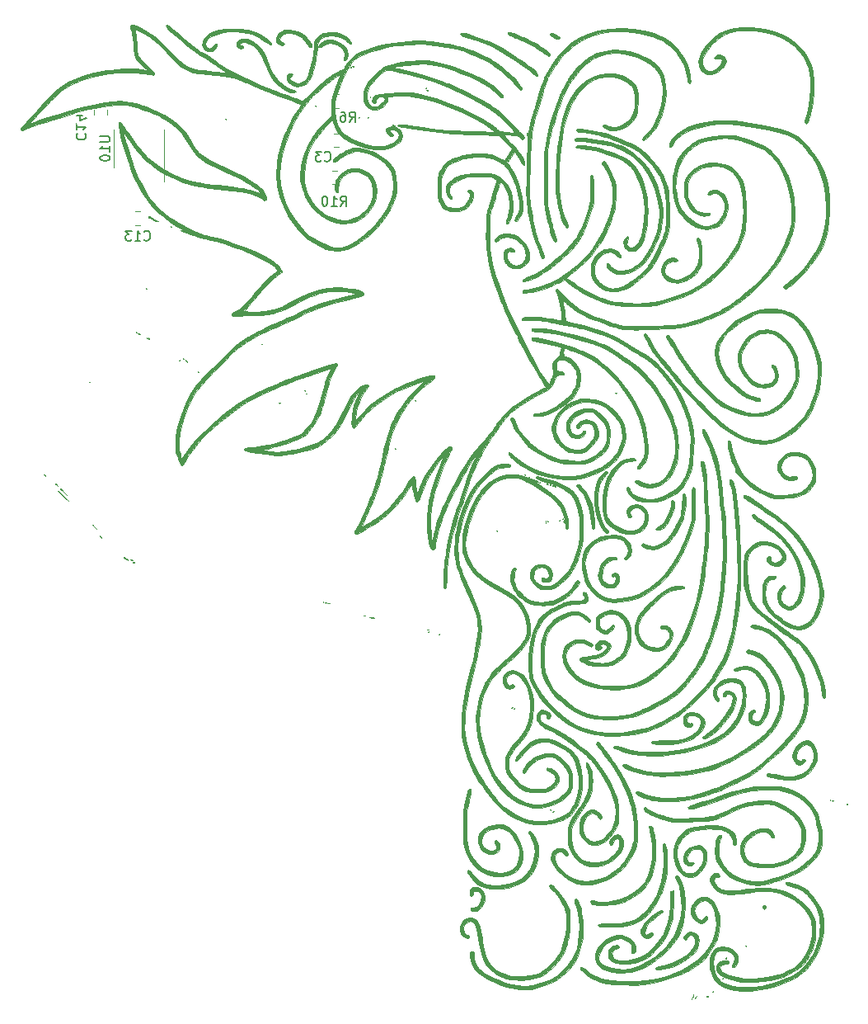
<source format=gbr>
%TF.GenerationSoftware,KiCad,Pcbnew,(5.1.9)-1*%
%TF.CreationDate,2021-07-12T23:28:21-04:00*%
%TF.ProjectId,detector_support,64657465-6374-46f7-925f-737570706f72,rev?*%
%TF.SameCoordinates,Original*%
%TF.FileFunction,Legend,Bot*%
%TF.FilePolarity,Positive*%
%FSLAX46Y46*%
G04 Gerber Fmt 4.6, Leading zero omitted, Abs format (unit mm)*
G04 Created by KiCad (PCBNEW (5.1.9)-1) date 2021-07-12 23:28:21*
%MOMM*%
%LPD*%
G01*
G04 APERTURE LIST*
%ADD10C,0.010000*%
%ADD11C,0.120000*%
%ADD12C,0.150000*%
G04 APERTURE END LIST*
D10*
%TO.C,G\u002A\u002A\u002A*%
G36*
X159699652Y-91275999D02*
G01*
X159655368Y-90671210D01*
X159574489Y-90040345D01*
X159481964Y-89527063D01*
X159367053Y-89012778D01*
X159246144Y-88585076D01*
X159096859Y-88178146D01*
X158896821Y-87726179D01*
X158801859Y-87526892D01*
X158280744Y-86524182D01*
X157732377Y-85632195D01*
X157130348Y-84817448D01*
X156448246Y-84046460D01*
X155659661Y-83285752D01*
X155020771Y-82733638D01*
X154622430Y-82410134D01*
X154285246Y-82160392D01*
X153963001Y-81956695D01*
X153609480Y-81771326D01*
X153178465Y-81576571D01*
X152884188Y-81452313D01*
X152105488Y-81152817D01*
X151256091Y-80868993D01*
X150380226Y-80613077D01*
X149522126Y-80397305D01*
X148726020Y-80233913D01*
X148181219Y-80151267D01*
X147938879Y-80127293D01*
X147814580Y-80138577D01*
X147769579Y-80195456D01*
X147764500Y-80262478D01*
X147785039Y-80350302D01*
X147868030Y-80412958D01*
X148045536Y-80464694D01*
X148339969Y-80518183D01*
X148711672Y-80584658D01*
X149121011Y-80667429D01*
X149541379Y-80759922D01*
X149946168Y-80855558D01*
X150308770Y-80947761D01*
X150602579Y-81029955D01*
X150800985Y-81095564D01*
X150877382Y-81138009D01*
X150873895Y-81144490D01*
X150819615Y-81241882D01*
X150760602Y-81433631D01*
X150711193Y-81656496D01*
X150685724Y-81847234D01*
X150694097Y-81937673D01*
X150643975Y-81990722D01*
X150494950Y-82088925D01*
X150409758Y-82138328D01*
X150129531Y-82368092D01*
X150011324Y-82583968D01*
X149930224Y-82933297D01*
X149919721Y-83266669D01*
X149981391Y-83523388D01*
X149986646Y-83533588D01*
X150013246Y-83661610D01*
X149979826Y-83861917D01*
X149880439Y-84165095D01*
X149846130Y-84256510D01*
X149732555Y-84532311D01*
X149630292Y-84742522D01*
X149558255Y-84849083D01*
X149548829Y-84854703D01*
X149477114Y-84799655D01*
X149340542Y-84628635D01*
X149153136Y-84363438D01*
X148928922Y-84025855D01*
X148681926Y-83637680D01*
X148426174Y-83220706D01*
X148175691Y-82796725D01*
X147944503Y-82387530D01*
X147856186Y-82224674D01*
X147273588Y-81126990D01*
X146762757Y-80146412D01*
X146314891Y-79263266D01*
X145921186Y-78457875D01*
X145572839Y-77710562D01*
X145261047Y-77001652D01*
X144977005Y-76311468D01*
X144711911Y-75620334D01*
X144456961Y-74908573D01*
X144203352Y-74156509D01*
X144088779Y-73804220D01*
X143886091Y-73155151D01*
X143729795Y-72596591D01*
X143614218Y-72090083D01*
X143533690Y-71597171D01*
X143482537Y-71079400D01*
X143455089Y-70498312D01*
X143445674Y-69815452D01*
X143445876Y-69445188D01*
X143448443Y-68860151D01*
X143453178Y-68406790D01*
X143462732Y-68058033D01*
X143479755Y-67786808D01*
X143506898Y-67566040D01*
X143546812Y-67368659D01*
X143602147Y-67167590D01*
X143675554Y-66935761D01*
X143698451Y-66865500D01*
X143823627Y-66468852D01*
X143946093Y-66058826D01*
X144045604Y-65703936D01*
X144073761Y-65595500D01*
X144177356Y-65214406D01*
X144290322Y-64851299D01*
X144401440Y-64537037D01*
X144499489Y-64302479D01*
X144573248Y-64178482D01*
X144593269Y-64166750D01*
X144689393Y-64232229D01*
X144830753Y-64404570D01*
X144993651Y-64647636D01*
X145154389Y-64925287D01*
X145289270Y-65201383D01*
X145319457Y-65274202D01*
X145437938Y-65709484D01*
X145497681Y-66227738D01*
X145498690Y-66771848D01*
X145440967Y-67284700D01*
X145324512Y-67709177D01*
X145319377Y-67721720D01*
X145187746Y-68086469D01*
X145149043Y-68323376D01*
X145203224Y-68433276D01*
X145282083Y-68438265D01*
X145389858Y-68343133D01*
X145518021Y-68094203D01*
X145637795Y-67777601D01*
X145814470Y-67058663D01*
X145858768Y-66335963D01*
X145775439Y-65634328D01*
X145569233Y-64978584D01*
X145244901Y-64393557D01*
X144916008Y-64005276D01*
X144593659Y-63723634D01*
X144262165Y-63517909D01*
X143887375Y-63376363D01*
X143435137Y-63287256D01*
X142871300Y-63238848D01*
X142660525Y-63229995D01*
X141817707Y-63234937D01*
X141095598Y-63315641D01*
X140472620Y-63477470D01*
X139927198Y-63725782D01*
X139500530Y-64015105D01*
X139186921Y-64318743D01*
X139014065Y-64636104D01*
X138965418Y-65002331D01*
X138973324Y-65134985D01*
X139036242Y-65411256D01*
X139154411Y-65662465D01*
X139300965Y-65844432D01*
X139446453Y-65913000D01*
X139541313Y-65854074D01*
X139551851Y-65709399D01*
X139479011Y-65527133D01*
X139437722Y-65468067D01*
X139292133Y-65177032D01*
X139297939Y-64877685D01*
X139448672Y-64578488D01*
X139737864Y-64287901D01*
X140159049Y-64014383D01*
X140705760Y-63766395D01*
X140751846Y-63748985D01*
X140964183Y-63677926D01*
X141178245Y-63628863D01*
X141430294Y-63597861D01*
X141756591Y-63580984D01*
X142193397Y-63574294D01*
X142367000Y-63573654D01*
X142833836Y-63575229D01*
X143175403Y-63584556D01*
X143425131Y-63605414D01*
X143616452Y-63641581D01*
X143782797Y-63696838D01*
X143897442Y-63746662D01*
X144276947Y-63921887D01*
X144143127Y-64222912D01*
X144069394Y-64418474D01*
X143969118Y-64724789D01*
X143855783Y-65098992D01*
X143748815Y-65476438D01*
X143628922Y-65904564D01*
X143503886Y-66333935D01*
X143389828Y-66710065D01*
X143314342Y-66944875D01*
X143252047Y-67149036D01*
X143204620Y-67361197D01*
X143169191Y-67609734D01*
X143142889Y-67923026D01*
X143122843Y-68329449D01*
X143106184Y-68857382D01*
X143101220Y-69051659D01*
X143090963Y-69731051D01*
X143098431Y-70348630D01*
X143128042Y-70925093D01*
X143184215Y-71481134D01*
X143271371Y-72037449D01*
X143393926Y-72614734D01*
X143556302Y-73233683D01*
X143762916Y-73914993D01*
X144018187Y-74679358D01*
X144326536Y-75547475D01*
X144692380Y-76540038D01*
X144710631Y-76588938D01*
X144890154Y-77049784D01*
X145093913Y-77539817D01*
X145311043Y-78036220D01*
X145530679Y-78516178D01*
X145741954Y-78956872D01*
X145934004Y-79335487D01*
X146095964Y-79629205D01*
X146216967Y-79815210D01*
X146272964Y-79869771D01*
X146328409Y-79960949D01*
X146335750Y-80023649D01*
X146373927Y-80138248D01*
X146480896Y-80369231D01*
X146645321Y-80695942D01*
X146855861Y-81097723D01*
X147101177Y-81553918D01*
X147369933Y-82043868D01*
X147650787Y-82546917D01*
X147932402Y-83042409D01*
X148203439Y-83509684D01*
X148452559Y-83928088D01*
X148668423Y-84276962D01*
X148682721Y-84299380D01*
X148918698Y-84670196D01*
X149077923Y-84929713D01*
X149169532Y-85100143D01*
X149202658Y-85203699D01*
X149186435Y-85262593D01*
X149129998Y-85299037D01*
X149099113Y-85311939D01*
X148715009Y-85483242D01*
X148263022Y-85709799D01*
X147800731Y-85960679D01*
X147385715Y-86204950D01*
X147145541Y-86361425D01*
X146901580Y-86527094D01*
X146709532Y-86649926D01*
X146604687Y-86707527D01*
X146597409Y-86709250D01*
X146509660Y-86753163D01*
X146348986Y-86862892D01*
X146289008Y-86907688D01*
X146115038Y-87031885D01*
X145996559Y-87101027D01*
X145978561Y-87106125D01*
X145869081Y-87162574D01*
X145681223Y-87315171D01*
X145439051Y-87538790D01*
X145166630Y-87808306D01*
X144888023Y-88098595D01*
X144627296Y-88384530D01*
X144408512Y-88640988D01*
X144255735Y-88842842D01*
X144193031Y-88964968D01*
X144192626Y-88970788D01*
X144144717Y-89083753D01*
X144014504Y-89290743D01*
X143822258Y-89564622D01*
X143588248Y-89878254D01*
X143332746Y-90204504D01*
X143076022Y-90516236D01*
X142838345Y-90786312D01*
X142828412Y-90797063D01*
X142301262Y-91388100D01*
X141815289Y-91982996D01*
X141355893Y-92604152D01*
X140908473Y-93273970D01*
X140458428Y-94014852D01*
X139991157Y-94849198D01*
X139492060Y-95799412D01*
X139227728Y-96321549D01*
X138871309Y-97048270D01*
X138584143Y-97673260D01*
X138353303Y-98230614D01*
X138165865Y-98754428D01*
X138008905Y-99278797D01*
X137869499Y-99837815D01*
X137832530Y-100002112D01*
X137732401Y-100449099D01*
X137658521Y-100756953D01*
X137605057Y-100942016D01*
X137566178Y-101020629D01*
X137536050Y-101009135D01*
X137508841Y-100923875D01*
X137506747Y-100914924D01*
X137479397Y-100732631D01*
X137450115Y-100431348D01*
X137422164Y-100050749D01*
X137398808Y-99630511D01*
X137395968Y-99568000D01*
X137409277Y-98381851D01*
X137555106Y-97172156D01*
X137836338Y-95921764D01*
X138205268Y-94753993D01*
X138381327Y-94274097D01*
X138574985Y-93771775D01*
X138775740Y-93271737D01*
X138973086Y-92798691D01*
X139156519Y-92377346D01*
X139315536Y-92032408D01*
X139439632Y-91788588D01*
X139514577Y-91674157D01*
X139579451Y-91534872D01*
X139588876Y-91455875D01*
X139539362Y-91346432D01*
X139371485Y-91313022D01*
X139364975Y-91313000D01*
X139257921Y-91332433D01*
X139132218Y-91401841D01*
X138968556Y-91537892D01*
X138747629Y-91757252D01*
X138450128Y-92076589D01*
X138339945Y-92197818D01*
X137514669Y-93224907D01*
X136825042Y-94331936D01*
X136307640Y-95431210D01*
X136163781Y-95762456D01*
X136055551Y-95956066D01*
X135986834Y-96005413D01*
X135976870Y-95995408D01*
X135945509Y-95875327D01*
X135913588Y-95637812D01*
X135886055Y-95324083D01*
X135875364Y-95149351D01*
X135841999Y-94739606D01*
X135787227Y-94468760D01*
X135703887Y-94337784D01*
X135584821Y-94347651D01*
X135422868Y-94499332D01*
X135210868Y-94793799D01*
X134941662Y-95232024D01*
X134913591Y-95279903D01*
X134543727Y-95858079D01*
X134114004Y-96443207D01*
X133744666Y-96886242D01*
X133492918Y-97170637D01*
X133285027Y-97412340D01*
X133141398Y-97587129D01*
X133082436Y-97670781D01*
X133081982Y-97672927D01*
X133018713Y-97753564D01*
X132847727Y-97900982D01*
X132592560Y-98098967D01*
X132276746Y-98331305D01*
X131923821Y-98581784D01*
X131557321Y-98834190D01*
X131200779Y-99072310D01*
X130877733Y-99279930D01*
X130611716Y-99440838D01*
X130426264Y-99538819D01*
X130345366Y-99558165D01*
X130364630Y-99478729D01*
X130438833Y-99284192D01*
X130556272Y-99003534D01*
X130705243Y-98665737D01*
X130710003Y-98655188D01*
X130887271Y-98257186D01*
X131060852Y-97858190D01*
X131208306Y-97510265D01*
X131291544Y-97305813D01*
X131420526Y-96991488D01*
X131555667Y-96682925D01*
X131636006Y-96512063D01*
X131715034Y-96320055D01*
X131825520Y-96008245D01*
X131957182Y-95609996D01*
X132099741Y-95158672D01*
X132242917Y-94687634D01*
X132376429Y-94230247D01*
X132489997Y-93819874D01*
X132573341Y-93489877D01*
X132589858Y-93416438D01*
X132644871Y-93171431D01*
X132725403Y-92824570D01*
X132819212Y-92428195D01*
X132886915Y-92146438D01*
X132974841Y-91772325D01*
X133049301Y-91435478D01*
X133101357Y-91177552D01*
X133120893Y-91055781D01*
X133208317Y-90596934D01*
X133377056Y-90046541D01*
X133612431Y-89439490D01*
X133899763Y-88810674D01*
X134224372Y-88194982D01*
X134548883Y-87661649D01*
X134949547Y-87067176D01*
X135307528Y-86577360D01*
X135655109Y-86156922D01*
X136024570Y-85770585D01*
X136448194Y-85383069D01*
X136958261Y-84959096D01*
X137193242Y-84771777D01*
X137516443Y-84506554D01*
X137720548Y-84311338D01*
X137818858Y-84168546D01*
X137824676Y-84060593D01*
X137780302Y-83995802D01*
X137658072Y-83973493D01*
X137411312Y-84007962D01*
X137060900Y-84092285D01*
X136627714Y-84219538D01*
X136132634Y-84382801D01*
X135596537Y-84575148D01*
X135040303Y-84789658D01*
X134484810Y-85019408D01*
X133950938Y-85257474D01*
X133891491Y-85285251D01*
X132855560Y-85831369D01*
X131926156Y-86453843D01*
X131057219Y-87185237D01*
X130668900Y-87563393D01*
X130364931Y-87873639D01*
X130097673Y-88149986D01*
X129888489Y-88370071D01*
X129758738Y-88511533D01*
X129729759Y-88546585D01*
X129691477Y-88548633D01*
X129679183Y-88428639D01*
X129689304Y-88220535D01*
X129718266Y-87958251D01*
X129762495Y-87675721D01*
X129818417Y-87406874D01*
X129868932Y-87225188D01*
X130056949Y-86724471D01*
X130287805Y-86224669D01*
X130535118Y-85778306D01*
X130757355Y-85456453D01*
X130940632Y-85186281D01*
X130993438Y-85001743D01*
X130922398Y-84908431D01*
X130734138Y-84911936D01*
X130435280Y-85017852D01*
X130309415Y-85078306D01*
X130010972Y-85259768D01*
X129736971Y-85497448D01*
X129472374Y-85811184D01*
X129202145Y-86220813D01*
X128911246Y-86746172D01*
X128654010Y-87262140D01*
X128183108Y-88186876D01*
X127727710Y-88976439D01*
X127291902Y-89624357D01*
X126879771Y-90124162D01*
X126785474Y-90220729D01*
X126297341Y-90605639D01*
X125656761Y-90948707D01*
X124864502Y-91249642D01*
X123921332Y-91508149D01*
X122828157Y-91723917D01*
X122394458Y-91793414D01*
X122064156Y-91835559D01*
X121784542Y-91851868D01*
X121502910Y-91843857D01*
X121166554Y-91813041D01*
X120880515Y-91779935D01*
X119943563Y-91667804D01*
X120657938Y-91525099D01*
X120982489Y-91449591D01*
X121412413Y-91334240D01*
X121903283Y-91191762D01*
X122410673Y-91034868D01*
X122697623Y-90941409D01*
X123321989Y-90723694D01*
X123820538Y-90520792D01*
X124222265Y-90312361D01*
X124556162Y-90078062D01*
X124851223Y-89797554D01*
X125136441Y-89450498D01*
X125440317Y-89017291D01*
X125643443Y-88702658D01*
X125805965Y-88418513D01*
X125945816Y-88124910D01*
X126080928Y-87781906D01*
X126229234Y-87349559D01*
X126331488Y-87032295D01*
X126478282Y-86554286D01*
X126617247Y-86072524D01*
X126736060Y-85631791D01*
X126822399Y-85276867D01*
X126847205Y-85157971D01*
X126969394Y-84696174D01*
X127163057Y-84168098D01*
X127403145Y-83633499D01*
X127664608Y-83152134D01*
X127735179Y-83039719D01*
X127813115Y-82894755D01*
X127823226Y-82795117D01*
X127756016Y-82742789D01*
X127601988Y-82739755D01*
X127351646Y-82787997D01*
X126995496Y-82889501D01*
X126524041Y-83046250D01*
X125927786Y-83260227D01*
X125197234Y-83533417D01*
X124983875Y-83614483D01*
X124618290Y-83746766D01*
X124232912Y-83875274D01*
X123912313Y-83971858D01*
X123591740Y-84070556D01*
X123278813Y-84184079D01*
X123118563Y-84252338D01*
X122907007Y-84344084D01*
X122595341Y-84469357D01*
X122233050Y-84608565D01*
X122007313Y-84692328D01*
X121682503Y-84820203D01*
X121253689Y-85002419D01*
X120758769Y-85222141D01*
X120235639Y-85462533D01*
X119722196Y-85706761D01*
X119705438Y-85714894D01*
X119099596Y-86015210D01*
X118600775Y-86278493D01*
X118169237Y-86528239D01*
X117765242Y-86787941D01*
X117349052Y-87081094D01*
X117165438Y-87216578D01*
X116589122Y-87648966D01*
X116112424Y-88014786D01*
X115705591Y-88339468D01*
X115338868Y-88648444D01*
X114982499Y-88967146D01*
X114606731Y-89321004D01*
X114181808Y-89735450D01*
X113951394Y-89963625D01*
X113447963Y-90474554D01*
X113045324Y-90909324D01*
X112721912Y-91292922D01*
X112456163Y-91650334D01*
X112323701Y-91849601D01*
X112102289Y-92190684D01*
X111946899Y-92395542D01*
X111838600Y-92462059D01*
X111758462Y-92388119D01*
X111687556Y-92171606D01*
X111606952Y-91810402D01*
X111598101Y-91768478D01*
X111526230Y-91218369D01*
X111534611Y-90612667D01*
X111625998Y-89938885D01*
X111803142Y-89184536D01*
X112068795Y-88337132D01*
X112425711Y-87384186D01*
X112721931Y-86669563D01*
X112987666Y-86155003D01*
X113359272Y-85586431D01*
X113810256Y-84997476D01*
X114314122Y-84421769D01*
X114844376Y-83892939D01*
X115063767Y-83697038D01*
X115312934Y-83469383D01*
X115630266Y-83160177D01*
X115978567Y-82806617D01*
X116320643Y-82445896D01*
X116389616Y-82371182D01*
X116726308Y-82017826D01*
X117079908Y-81669268D01*
X117412854Y-81361180D01*
X117687583Y-81129233D01*
X117737225Y-81091414D01*
X118098555Y-80838912D01*
X118531720Y-80559321D01*
X118993355Y-80278551D01*
X119440091Y-80022513D01*
X119828560Y-79817118D01*
X120022938Y-79725783D01*
X120223875Y-79636454D01*
X120545013Y-79491158D01*
X120962584Y-79300821D01*
X121452821Y-79076371D01*
X121991956Y-78828733D01*
X122556223Y-78568834D01*
X123121854Y-78307601D01*
X123665081Y-78055961D01*
X124162138Y-77824839D01*
X124436963Y-77696519D01*
X125947761Y-77059349D01*
X127467638Y-76561514D01*
X128961175Y-76203959D01*
X129503121Y-76091373D01*
X129907365Y-75994802D01*
X130193124Y-75906225D01*
X130379615Y-75817618D01*
X130486058Y-75720958D01*
X130531667Y-75608223D01*
X130537601Y-75545838D01*
X130465370Y-75438284D01*
X130259128Y-75334633D01*
X129943615Y-75238245D01*
X129543570Y-75152480D01*
X129083732Y-75080698D01*
X128588840Y-75026257D01*
X128083632Y-74992519D01*
X127592848Y-74982844D01*
X127141226Y-75000590D01*
X126808672Y-75039403D01*
X125908051Y-75243797D01*
X124951946Y-75562370D01*
X123977702Y-75980521D01*
X123022662Y-76483645D01*
X122840750Y-76591072D01*
X122097326Y-76960588D01*
X121264566Y-77240311D01*
X120387224Y-77421390D01*
X119510057Y-77494974D01*
X118677819Y-77452211D01*
X118566795Y-77436336D01*
X118221902Y-77382688D01*
X118716571Y-76827063D01*
X118959469Y-76550216D01*
X119266181Y-76194736D01*
X119599290Y-75804274D01*
X119921377Y-75422483D01*
X119954973Y-75382356D01*
X120602857Y-74676557D01*
X121320151Y-74014730D01*
X122050706Y-73448312D01*
X122113779Y-73404735D01*
X122122051Y-73312503D01*
X122047282Y-73139668D01*
X121910418Y-72925573D01*
X121759077Y-72738511D01*
X121460014Y-72454478D01*
X121070510Y-72168439D01*
X120580531Y-71875457D01*
X119980041Y-71570596D01*
X119259003Y-71248918D01*
X118407384Y-70905485D01*
X117415146Y-70535359D01*
X116927313Y-70361325D01*
X116525137Y-70228127D01*
X116018583Y-70073077D01*
X115457832Y-69910572D01*
X114893062Y-69755007D01*
X114374453Y-69620777D01*
X114188875Y-69575738D01*
X113795336Y-69454451D01*
X113306553Y-69260536D01*
X112757843Y-69011671D01*
X112184528Y-68725533D01*
X111621925Y-68419797D01*
X111105353Y-68112140D01*
X110670132Y-67820239D01*
X110645958Y-67802569D01*
X110119517Y-67396282D01*
X109636150Y-66986604D01*
X109226350Y-66600801D01*
X108920611Y-66266139D01*
X108902658Y-66243777D01*
X108617351Y-65852243D01*
X108294409Y-65355945D01*
X107958584Y-64796097D01*
X107634630Y-64213913D01*
X107355805Y-63668191D01*
X107240389Y-63403736D01*
X107091612Y-63023678D01*
X106919449Y-62557485D01*
X106733878Y-62034630D01*
X106544878Y-61484581D01*
X106362424Y-60936811D01*
X106196495Y-60420788D01*
X106057067Y-59965985D01*
X105954119Y-59601871D01*
X105898792Y-59364563D01*
X105874897Y-59214010D01*
X105876561Y-59135836D01*
X105915856Y-59141220D01*
X106004851Y-59241337D01*
X106155616Y-59447366D01*
X106380222Y-59770483D01*
X106455952Y-59880500D01*
X107020655Y-60665342D01*
X107556578Y-61326539D01*
X108090713Y-61889078D01*
X108650053Y-62377946D01*
X109261589Y-62818129D01*
X109952313Y-63234613D01*
X110259813Y-63401754D01*
X110865268Y-63709778D01*
X111434687Y-63968664D01*
X111993523Y-64184944D01*
X112567227Y-64365150D01*
X113181250Y-64515815D01*
X113861044Y-64643468D01*
X114632060Y-64754644D01*
X115519751Y-64855873D01*
X116174628Y-64919734D01*
X117065279Y-65013543D01*
X117818154Y-65119108D01*
X118454079Y-65241425D01*
X118993885Y-65385495D01*
X119458400Y-65556316D01*
X119868452Y-65758885D01*
X120003573Y-65838588D01*
X120234495Y-65972741D01*
X120375805Y-66026164D01*
X120467950Y-66009156D01*
X120516637Y-65969257D01*
X120569600Y-65889779D01*
X120567247Y-65781539D01*
X120501383Y-65606161D01*
X120390297Y-65377524D01*
X120246894Y-65122949D01*
X120081708Y-64902740D01*
X119868842Y-64693370D01*
X119582400Y-64471312D01*
X119196485Y-64213039D01*
X118911688Y-64034167D01*
X118411238Y-63730535D01*
X117954859Y-63469309D01*
X117502148Y-63229793D01*
X117012706Y-62991287D01*
X116446133Y-62733095D01*
X115935125Y-62509251D01*
X115184757Y-62165739D01*
X114565960Y-61835489D01*
X114055060Y-61498590D01*
X113628386Y-61135129D01*
X113262262Y-60725193D01*
X112933015Y-60248871D01*
X112646759Y-59743352D01*
X112218148Y-59066477D01*
X111670481Y-58446805D01*
X110996856Y-57879461D01*
X110190371Y-57359570D01*
X109244122Y-56882256D01*
X108151207Y-56442645D01*
X107797626Y-56318719D01*
X107122627Y-56104900D01*
X106541530Y-55960660D01*
X106008637Y-55879990D01*
X105478253Y-55856876D01*
X104904680Y-55885309D01*
X104672736Y-55907650D01*
X103946584Y-56002476D01*
X103148956Y-56136844D01*
X102334288Y-56299686D01*
X101557016Y-56479931D01*
X100871575Y-56666508D01*
X100734813Y-56708468D01*
X100300997Y-56845151D01*
X99795716Y-57004590D01*
X99298838Y-57161575D01*
X99067938Y-57234615D01*
X98601810Y-57381142D01*
X98066243Y-57547955D01*
X97543756Y-57709407D01*
X97284747Y-57788801D01*
X96923118Y-57901141D01*
X96615047Y-58000462D01*
X96393609Y-58075857D01*
X96292559Y-58115999D01*
X96264195Y-58112346D01*
X96334587Y-58012029D01*
X96489412Y-57829805D01*
X96714347Y-57580432D01*
X96995067Y-57278664D01*
X97317250Y-56939260D01*
X97666571Y-56576975D01*
X98028707Y-56206567D01*
X98389333Y-55842792D01*
X98734128Y-55500406D01*
X99048766Y-55194166D01*
X99318924Y-54938829D01*
X99530280Y-54749151D01*
X99663250Y-54643421D01*
X100584095Y-54099764D01*
X101575203Y-53679728D01*
X102657636Y-53374968D01*
X103076375Y-53291390D01*
X103512364Y-53212350D01*
X103975338Y-53127403D01*
X104390743Y-53050261D01*
X104544813Y-53021270D01*
X105094750Y-52947735D01*
X105747370Y-52909100D01*
X106450580Y-52904973D01*
X107152286Y-52934959D01*
X107800394Y-52998667D01*
X108116688Y-53048224D01*
X108455086Y-53106169D01*
X108734158Y-53145990D01*
X108917898Y-53163006D01*
X108969969Y-53159188D01*
X109020277Y-53098545D01*
X109001986Y-53001415D01*
X108903968Y-52852587D01*
X108715096Y-52636852D01*
X108424244Y-52339000D01*
X108229628Y-52147225D01*
X107931811Y-51847305D01*
X107671940Y-51569037D01*
X107473746Y-51339047D01*
X107360956Y-51183961D01*
X107348135Y-51158158D01*
X107312876Y-51003132D01*
X107274400Y-50726342D01*
X107236970Y-50364599D01*
X107204850Y-49954712D01*
X107199998Y-49879250D01*
X107171280Y-49467287D01*
X107139835Y-49099402D01*
X107109137Y-48811482D01*
X107082659Y-48639412D01*
X107078407Y-48622825D01*
X107062423Y-48543554D01*
X107090234Y-48512000D01*
X107185153Y-48534353D01*
X107370495Y-48616804D01*
X107669573Y-48765542D01*
X107728760Y-48795511D01*
X108612704Y-49327099D01*
X109466843Y-50008907D01*
X110282402Y-50833807D01*
X110393168Y-50960498D01*
X110789741Y-51412419D01*
X111117754Y-51762202D01*
X111405211Y-52033711D01*
X111680119Y-52250811D01*
X111970482Y-52437368D01*
X112304305Y-52617245D01*
X112384345Y-52657294D01*
X112688001Y-52803061D01*
X112933614Y-52902620D01*
X113170301Y-52968242D01*
X113447180Y-53012194D01*
X113813369Y-53046748D01*
X114000608Y-53061039D01*
X114390325Y-53092030D01*
X114738126Y-53123561D01*
X115004027Y-53151768D01*
X115141375Y-53171339D01*
X115306435Y-53197584D01*
X115582121Y-53233915D01*
X115921132Y-53274269D01*
X116093875Y-53293440D01*
X117109303Y-53476417D01*
X118071006Y-53795658D01*
X118197313Y-53849837D01*
X118506462Y-53982021D01*
X118936489Y-54159768D01*
X119459886Y-54372215D01*
X120049150Y-54608498D01*
X120676774Y-54857751D01*
X121315254Y-55109110D01*
X121937083Y-55351712D01*
X122514756Y-55574690D01*
X123020767Y-55767181D01*
X123427612Y-55918320D01*
X123505254Y-55946446D01*
X123776125Y-56047010D01*
X123983015Y-56129596D01*
X124085247Y-56177882D01*
X124088374Y-56180416D01*
X124068732Y-56260843D01*
X123977780Y-56426762D01*
X123890398Y-56561016D01*
X123670301Y-56896926D01*
X123423699Y-57298009D01*
X123176991Y-57718868D01*
X122956575Y-58114111D01*
X122788849Y-58438344D01*
X122748112Y-58525241D01*
X122613226Y-58824777D01*
X122462630Y-59158595D01*
X122404326Y-59287650D01*
X122231231Y-59729523D01*
X122055506Y-60281833D01*
X121889635Y-60896989D01*
X121746103Y-61527397D01*
X121637396Y-62125468D01*
X121610498Y-62313661D01*
X121543107Y-63425005D01*
X121633603Y-64523329D01*
X121881554Y-65607298D01*
X122286528Y-66675575D01*
X122848092Y-67726823D01*
X123565815Y-68759705D01*
X123782226Y-69030287D01*
X124223347Y-69513211D01*
X124704946Y-69925803D01*
X125268270Y-70299759D01*
X125833247Y-70606435D01*
X126131709Y-70761823D01*
X126363757Y-70892300D01*
X126501519Y-70981579D01*
X126526408Y-71011510D01*
X126573446Y-71043732D01*
X126740419Y-71085259D01*
X126989234Y-71130268D01*
X127281799Y-71172932D01*
X127580022Y-71207426D01*
X127845811Y-71227926D01*
X127962505Y-71231125D01*
X128336338Y-71180785D01*
X128795226Y-71039023D01*
X129305435Y-70819730D01*
X129833229Y-70536797D01*
X130181654Y-70317363D01*
X131084582Y-69633538D01*
X131890457Y-68865915D01*
X132585391Y-68032056D01*
X133155497Y-67149521D01*
X133586886Y-66235871D01*
X133727585Y-65833625D01*
X133821772Y-65492385D01*
X133877249Y-65170629D01*
X133901603Y-64806688D01*
X133903343Y-64404875D01*
X133851030Y-63687173D01*
X133705332Y-63080020D01*
X133454360Y-62557734D01*
X133086226Y-62094628D01*
X132660018Y-61718821D01*
X132150186Y-61375557D01*
X131591003Y-61084764D01*
X131014819Y-60857009D01*
X130453988Y-60702862D01*
X129940860Y-60632892D01*
X129507790Y-60657667D01*
X129450853Y-60670430D01*
X129116829Y-60778253D01*
X128747468Y-60935818D01*
X128371460Y-61126022D01*
X128017496Y-61331764D01*
X127714268Y-61535940D01*
X127490467Y-61721448D01*
X127374783Y-61871185D01*
X127365125Y-61913724D01*
X127416385Y-62047612D01*
X127550254Y-62071420D01*
X127736873Y-61987103D01*
X127866451Y-61880919D01*
X128132785Y-61673730D01*
X128488943Y-61462444D01*
X128888708Y-61268046D01*
X129285862Y-61111522D01*
X129634187Y-61013857D01*
X129824719Y-60991750D01*
X130422537Y-61054282D01*
X131037138Y-61229860D01*
X131639974Y-61500459D01*
X132202500Y-61848054D01*
X132696170Y-62254619D01*
X133092436Y-62702130D01*
X133362753Y-63172560D01*
X133390410Y-63243269D01*
X133508962Y-63708444D01*
X133568530Y-64258320D01*
X133566441Y-64829169D01*
X133500018Y-65357264D01*
X133482481Y-65436750D01*
X133236518Y-66182470D01*
X132859315Y-66941870D01*
X132371283Y-67693703D01*
X131792835Y-68416724D01*
X131144383Y-69089688D01*
X130446341Y-69691350D01*
X129719120Y-70200464D01*
X128983134Y-70595783D01*
X128281373Y-70850099D01*
X127910555Y-70900590D01*
X127488596Y-70861089D01*
X126996932Y-70727115D01*
X126416996Y-70494191D01*
X126016010Y-70303620D01*
X125586681Y-70081984D01*
X125254913Y-69885867D01*
X124971350Y-69680647D01*
X124686635Y-69431705D01*
X124458253Y-69210944D01*
X123708880Y-68367958D01*
X123077239Y-67446608D01*
X122571389Y-66465332D01*
X122199388Y-65442566D01*
X121969295Y-64396749D01*
X121889171Y-63346319D01*
X121889152Y-63333313D01*
X121954761Y-62349130D01*
X122145430Y-61308247D01*
X122450592Y-60236468D01*
X122859682Y-59159598D01*
X123362131Y-58103440D01*
X123947374Y-57093798D01*
X124604844Y-56156477D01*
X125048615Y-55617854D01*
X125313208Y-55337703D01*
X125644276Y-55018699D01*
X126020528Y-54678160D01*
X126420673Y-54333401D01*
X126823418Y-54001739D01*
X127207473Y-53700489D01*
X127551545Y-53446969D01*
X127834344Y-53258494D01*
X128034576Y-53152380D01*
X128100957Y-53135418D01*
X128104983Y-53196660D01*
X128046232Y-53354319D01*
X127995421Y-53460346D01*
X127863299Y-53758940D01*
X127706844Y-54177305D01*
X127538290Y-54680734D01*
X127369872Y-55234518D01*
X127369135Y-55237063D01*
X127312728Y-55491540D01*
X127261708Y-55826667D01*
X127219723Y-56200056D01*
X127190420Y-56569318D01*
X127177450Y-56892061D01*
X127184458Y-57125898D01*
X127199700Y-57205697D01*
X127208596Y-57306209D01*
X127148961Y-57426215D01*
X127001822Y-57592162D01*
X126757735Y-57821876D01*
X125945475Y-58652182D01*
X125271306Y-59542635D01*
X124739111Y-60485040D01*
X124352773Y-61471202D01*
X124116175Y-62492926D01*
X124033203Y-63542017D01*
X124033128Y-63571438D01*
X124041616Y-63946465D01*
X124075153Y-64259244D01*
X124145247Y-64573633D01*
X124263411Y-64953491D01*
X124303355Y-65070649D01*
X124541613Y-65656642D01*
X124836866Y-66218544D01*
X125163328Y-66712846D01*
X125495209Y-67096036D01*
X125514725Y-67114539D01*
X125690874Y-67261941D01*
X125947849Y-67456506D01*
X126233406Y-67658835D01*
X126265089Y-67680395D01*
X126970669Y-68075680D01*
X127691282Y-68321054D01*
X128414740Y-68415953D01*
X129128855Y-68359811D01*
X129821439Y-68152063D01*
X130361513Y-67870226D01*
X130810205Y-67503626D01*
X131207421Y-67017517D01*
X131529950Y-66448603D01*
X131754582Y-65833588D01*
X131813450Y-65574169D01*
X131852607Y-65033064D01*
X131782729Y-64491593D01*
X131615841Y-63987296D01*
X131363963Y-63557714D01*
X131074137Y-63265694D01*
X130526033Y-62936521D01*
X129973711Y-62761861D01*
X129427975Y-62741178D01*
X128899627Y-62873933D01*
X128399471Y-63159592D01*
X128108476Y-63413047D01*
X127873359Y-63666685D01*
X127729682Y-63881754D01*
X127643015Y-64116422D01*
X127611713Y-64252335D01*
X127568248Y-64615610D01*
X127591891Y-64912446D01*
X127677022Y-65113048D01*
X127787553Y-65184602D01*
X127864035Y-65175325D01*
X127904605Y-65087820D01*
X127919596Y-64889155D01*
X127920750Y-64760035D01*
X127973416Y-64280676D01*
X128141236Y-63892255D01*
X128438950Y-63562757D01*
X128491782Y-63519549D01*
X128961421Y-63220634D01*
X129424739Y-63078270D01*
X129893528Y-63091297D01*
X130379580Y-63258552D01*
X130500438Y-63321695D01*
X130921884Y-63610940D01*
X131212880Y-63951262D01*
X131391035Y-64371565D01*
X131473955Y-64900754D01*
X131475385Y-64922170D01*
X131444631Y-65597229D01*
X131270584Y-66222188D01*
X130964473Y-66783328D01*
X130537531Y-67266933D01*
X130000987Y-67659284D01*
X129366072Y-67946665D01*
X128895988Y-68072698D01*
X128420676Y-68098089D01*
X127861331Y-68003764D01*
X127234066Y-67793179D01*
X126895808Y-67643374D01*
X126449015Y-67374955D01*
X125987543Y-67002879D01*
X125552070Y-66567752D01*
X125183274Y-66110179D01*
X124923755Y-65674875D01*
X124714238Y-65215426D01*
X124567981Y-64850751D01*
X124474224Y-64535190D01*
X124422210Y-64223079D01*
X124401178Y-63868757D01*
X124400087Y-63452375D01*
X124475486Y-62466794D01*
X124683938Y-61537666D01*
X125031019Y-60652503D01*
X125522304Y-59798821D01*
X126163368Y-58964130D01*
X126629010Y-58460323D01*
X127300421Y-57777063D01*
X127401915Y-58057165D01*
X127550672Y-58415700D01*
X127732708Y-58779267D01*
X127919910Y-59096060D01*
X128083998Y-59314096D01*
X128404530Y-59589223D01*
X128842543Y-59873433D01*
X129359685Y-60145515D01*
X129917605Y-60384261D01*
X130201097Y-60484909D01*
X131036831Y-60707247D01*
X131821670Y-60810971D01*
X132543467Y-60797474D01*
X133190071Y-60668147D01*
X133749334Y-60424383D01*
X134209106Y-60067575D01*
X134254050Y-60020442D01*
X134440055Y-59720451D01*
X134490081Y-59399474D01*
X134419080Y-59085735D01*
X134242003Y-58807454D01*
X133973803Y-58592856D01*
X133629431Y-58470162D01*
X133423139Y-58452047D01*
X133106699Y-58501524D01*
X132911330Y-58648046D01*
X132842078Y-58887743D01*
X132842000Y-58897591D01*
X132905157Y-59105214D01*
X133060680Y-59306998D01*
X133257652Y-59448886D01*
X133394018Y-59483625D01*
X133521669Y-59429132D01*
X133556277Y-59307694D01*
X133495896Y-59182376D01*
X133404958Y-59128765D01*
X133259264Y-59037155D01*
X133201156Y-58913896D01*
X133250725Y-58812304D01*
X133280079Y-58797373D01*
X133530462Y-58777733D01*
X133786418Y-58874633D01*
X134000308Y-59055045D01*
X134124498Y-59285941D01*
X134138459Y-59392527D01*
X134063471Y-59669254D01*
X133854633Y-59921510D01*
X133536135Y-60139826D01*
X133132168Y-60314733D01*
X132666921Y-60436760D01*
X132164585Y-60496436D01*
X131649349Y-60484293D01*
X131426783Y-60454102D01*
X130740958Y-60298393D01*
X130074348Y-60077798D01*
X129454607Y-59806172D01*
X128909387Y-59497369D01*
X128466343Y-59165242D01*
X128153126Y-58823647D01*
X128142978Y-58808938D01*
X127848563Y-58259156D01*
X127654273Y-57615955D01*
X127555009Y-56861637D01*
X127548357Y-56745188D01*
X127534855Y-56390664D01*
X127539299Y-56112709D01*
X127568947Y-55859923D01*
X127631058Y-55580903D01*
X127732890Y-55224249D01*
X127789347Y-55038625D01*
X128221543Y-53841914D01*
X128756140Y-52748257D01*
X129311522Y-51863625D01*
X129530524Y-51607414D01*
X129814100Y-51397344D01*
X130086620Y-51251751D01*
X130545578Y-51052688D01*
X131109563Y-50843294D01*
X131727096Y-50639822D01*
X132346697Y-50458526D01*
X132916885Y-50315661D01*
X133278563Y-50243936D01*
X133778229Y-50171757D01*
X134336131Y-50109406D01*
X134918879Y-50058847D01*
X135493083Y-50022048D01*
X136025353Y-50000975D01*
X136482300Y-49997593D01*
X136830535Y-50013869D01*
X136942992Y-50028151D01*
X137291625Y-50081088D01*
X137688607Y-50132104D01*
X137922000Y-50157500D01*
X138445398Y-50219289D01*
X139016060Y-50304239D01*
X139577936Y-50402772D01*
X140074977Y-50505307D01*
X140342938Y-50571238D01*
X140681799Y-50678482D01*
X141120891Y-50839740D01*
X141618698Y-51037544D01*
X142133708Y-51254426D01*
X142624404Y-51472917D01*
X143049272Y-51675548D01*
X143359188Y-51840401D01*
X143746060Y-52089183D01*
X144188585Y-52411404D01*
X144655214Y-52780351D01*
X145114396Y-53169314D01*
X145534582Y-53551580D01*
X145884220Y-53900439D01*
X146128899Y-54185344D01*
X146374083Y-54491869D01*
X146554810Y-54665577D01*
X146681813Y-54713467D01*
X146765823Y-54642537D01*
X146780222Y-54610074D01*
X146754927Y-54489101D01*
X146640757Y-54284868D01*
X146460138Y-54027313D01*
X146235496Y-53746374D01*
X145989257Y-53471988D01*
X145760775Y-53249151D01*
X145484562Y-53008083D01*
X145151605Y-52727204D01*
X144797919Y-52435880D01*
X144459516Y-52163480D01*
X144172410Y-51939369D01*
X143987282Y-51802981D01*
X143723747Y-51641525D01*
X143349146Y-51440412D01*
X142900373Y-51217514D01*
X142414323Y-50990706D01*
X141927888Y-50777858D01*
X141573250Y-50633539D01*
X141099429Y-50456925D01*
X140652276Y-50311121D01*
X140198406Y-50188510D01*
X139704432Y-50081474D01*
X139136969Y-49982397D01*
X138462630Y-49883661D01*
X138041063Y-49827645D01*
X137488333Y-49757307D01*
X137052793Y-49707103D01*
X136694360Y-49675547D01*
X136372953Y-49661155D01*
X136048489Y-49662443D01*
X135680888Y-49677925D01*
X135230067Y-49706116D01*
X135064500Y-49717386D01*
X134323428Y-49779833D01*
X133621001Y-49861174D01*
X132983450Y-49957159D01*
X132437005Y-50063540D01*
X132007898Y-50176068D01*
X131823460Y-50242334D01*
X131585303Y-50329060D01*
X131279764Y-50424068D01*
X131103766Y-50472565D01*
X130355250Y-50734689D01*
X129696359Y-51104637D01*
X129144112Y-51570502D01*
X128715527Y-52120375D01*
X128691098Y-52160858D01*
X128534077Y-52400408D01*
X128370501Y-52573110D01*
X128150781Y-52721822D01*
X127877599Y-52863945D01*
X127390480Y-53143775D01*
X126834152Y-53535364D01*
X126231086Y-54020871D01*
X125603754Y-54582455D01*
X125122806Y-55050954D01*
X124833019Y-55335367D01*
X124574930Y-55573492D01*
X124372272Y-55744527D01*
X124248778Y-55827673D01*
X124231211Y-55832375D01*
X124132292Y-55804542D01*
X123902940Y-55725346D01*
X123560567Y-55601249D01*
X123122585Y-55438709D01*
X122606405Y-55244187D01*
X122029441Y-55024141D01*
X121433218Y-54794372D01*
X120311607Y-54351374D01*
X119330015Y-53944668D01*
X118475460Y-53568211D01*
X117734959Y-53215958D01*
X117095530Y-52881865D01*
X116544191Y-52559889D01*
X116306544Y-52407550D01*
X116072700Y-52255833D01*
X115895227Y-52146408D01*
X115810835Y-52101869D01*
X115809683Y-52101750D01*
X115734369Y-52058126D01*
X115562198Y-51941376D01*
X115324011Y-51772688D01*
X115200139Y-51683025D01*
X114839636Y-51424730D01*
X114506543Y-51194067D01*
X114225594Y-51007439D01*
X114021521Y-50881252D01*
X113919055Y-50831909D01*
X113916744Y-50831750D01*
X113790271Y-50780549D01*
X113564139Y-50636071D01*
X113255992Y-50412007D01*
X112883473Y-50122045D01*
X112464227Y-49779877D01*
X112015896Y-49399192D01*
X111609188Y-49041293D01*
X111198115Y-48676763D01*
X110885941Y-48409049D01*
X110656450Y-48225645D01*
X110493428Y-48114048D01*
X110380660Y-48061752D01*
X110328484Y-48053625D01*
X110222729Y-48096131D01*
X110245064Y-48219236D01*
X110390930Y-48416324D01*
X110655772Y-48680780D01*
X110918006Y-48909553D01*
X111285241Y-49218940D01*
X111691240Y-49564489D01*
X112071443Y-49891131D01*
X112230156Y-50028810D01*
X112549233Y-50295447D01*
X112882164Y-50554993D01*
X113176181Y-50766982D01*
X113287660Y-50839758D01*
X113529321Y-50992827D01*
X113857837Y-51205948D01*
X114228699Y-51450037D01*
X114571693Y-51678738D01*
X114956309Y-51934765D01*
X115353808Y-52195538D01*
X115713942Y-52428294D01*
X115957539Y-52582366D01*
X116202703Y-52742071D01*
X116378755Y-52871099D01*
X116456314Y-52947404D01*
X116456171Y-52956539D01*
X116366410Y-52961907D01*
X116152666Y-52946474D01*
X115847906Y-52913277D01*
X115520945Y-52870423D01*
X115077001Y-52812806D01*
X114611089Y-52760155D01*
X114191908Y-52719907D01*
X113990438Y-52704744D01*
X113630733Y-52668630D01*
X113281005Y-52611045D01*
X113012954Y-52543971D01*
X112998250Y-52538930D01*
X112470369Y-52304037D01*
X111944428Y-51984317D01*
X111476876Y-51617585D01*
X111196333Y-51331890D01*
X110485187Y-50529484D01*
X109816653Y-49856977D01*
X109171228Y-49298175D01*
X108529408Y-48836885D01*
X107871689Y-48456911D01*
X107541168Y-48297084D01*
X107117239Y-48114596D01*
X106818886Y-48017512D01*
X106634651Y-48011095D01*
X106553072Y-48100610D01*
X106562691Y-48291321D01*
X106652046Y-48588490D01*
X106688718Y-48688625D01*
X106760029Y-48964535D01*
X106820656Y-49372178D01*
X106866926Y-49884694D01*
X106878714Y-50077688D01*
X106914378Y-50598652D01*
X106967004Y-50997474D01*
X107051814Y-51310754D01*
X107184031Y-51575091D01*
X107378879Y-51827084D01*
X107651580Y-52103331D01*
X107765709Y-52210183D01*
X108307861Y-52712133D01*
X107656650Y-52596813D01*
X107146606Y-52537736D01*
X106530194Y-52515535D01*
X105855027Y-52528476D01*
X105168719Y-52574826D01*
X104518886Y-52652852D01*
X104108250Y-52726005D01*
X103697612Y-52809019D01*
X103267147Y-52891314D01*
X102892471Y-52958558D01*
X102798563Y-52974254D01*
X101925396Y-53176526D01*
X101046186Y-53491608D01*
X100198746Y-53900586D01*
X99420889Y-54384545D01*
X98750430Y-54924570D01*
X98591688Y-55078586D01*
X98207652Y-55472688D01*
X97797712Y-55901604D01*
X97376337Y-56349382D01*
X96957996Y-56800069D01*
X96557158Y-57237712D01*
X96188292Y-57646359D01*
X95865867Y-58010056D01*
X95604353Y-58312852D01*
X95418218Y-58538794D01*
X95321931Y-58671928D01*
X95311949Y-58694625D01*
X95337921Y-58821555D01*
X95434980Y-58848625D01*
X95600388Y-58816380D01*
X95658782Y-58783592D01*
X95790223Y-58710280D01*
X96039596Y-58604028D01*
X96372722Y-58477320D01*
X96755420Y-58342638D01*
X97153510Y-58212469D01*
X97530729Y-58099878D01*
X97912372Y-57989041D01*
X98306596Y-57868530D01*
X98635720Y-57762170D01*
X98671063Y-57750149D01*
X100012661Y-57309038D01*
X101233098Y-56948797D01*
X102345921Y-56666295D01*
X103364676Y-56458404D01*
X104302908Y-56321993D01*
X105140125Y-56255395D01*
X105597061Y-56239694D01*
X105946007Y-56242084D01*
X106237084Y-56266392D01*
X106520409Y-56316445D01*
X106789649Y-56381331D01*
X107262547Y-56519849D01*
X107823763Y-56709321D01*
X108419706Y-56929544D01*
X108996785Y-57160315D01*
X109501410Y-57381430D01*
X109711212Y-57482762D01*
X110494582Y-57947626D01*
X111198703Y-58504351D01*
X111800019Y-59130580D01*
X112274971Y-59803957D01*
X112401608Y-60035962D01*
X112877500Y-60813539D01*
X113458833Y-61478596D01*
X114137318Y-62022357D01*
X114465386Y-62221417D01*
X114707414Y-62346059D01*
X115057028Y-62513973D01*
X115475399Y-62707080D01*
X115923699Y-62907296D01*
X116144787Y-63003493D01*
X116668588Y-63241616D01*
X117224801Y-63516101D01*
X117787066Y-63811934D01*
X118329025Y-64114100D01*
X118824317Y-64407586D01*
X119246585Y-64677378D01*
X119569467Y-64908460D01*
X119727209Y-65044021D01*
X119894363Y-65227665D01*
X119944126Y-65327860D01*
X119875872Y-65336801D01*
X119746013Y-65278476D01*
X119591567Y-65213441D01*
X119333073Y-65121919D01*
X119019174Y-65020874D01*
X118927451Y-64993027D01*
X118700998Y-64929754D01*
X118455892Y-64871814D01*
X118173475Y-64816475D01*
X117835089Y-64761007D01*
X117422076Y-64702677D01*
X116915779Y-64638755D01*
X116297541Y-64566508D01*
X115548703Y-64483205D01*
X115146007Y-64439422D01*
X114315519Y-64341107D01*
X113609412Y-64235137D01*
X112993332Y-64111657D01*
X112432924Y-63960809D01*
X111893834Y-63772740D01*
X111341709Y-63537593D01*
X110742195Y-63245513D01*
X110442412Y-63090044D01*
X109658840Y-62645390D01*
X108982274Y-62183960D01*
X108380290Y-61676465D01*
X107820465Y-61093614D01*
X107270376Y-60406117D01*
X106908305Y-59897457D01*
X106734385Y-59645311D01*
X106567884Y-59407629D01*
X106385732Y-59152160D01*
X106164859Y-58846655D01*
X105882196Y-58458863D01*
X105743571Y-58269258D01*
X105595734Y-58088461D01*
X105493210Y-58027218D01*
X105413370Y-58058666D01*
X105340960Y-58199821D01*
X105333432Y-58360221D01*
X105423459Y-58859889D01*
X105564883Y-59471453D01*
X105747390Y-60160547D01*
X105960665Y-60892802D01*
X106194395Y-61633850D01*
X106438266Y-62349325D01*
X106681963Y-63004858D01*
X106853213Y-63424368D01*
X107106535Y-63966835D01*
X107423961Y-64572595D01*
X107777226Y-65192629D01*
X108138062Y-65777914D01*
X108478204Y-66279431D01*
X108574508Y-66409546D01*
X108915189Y-66798437D01*
X109372310Y-67230993D01*
X109918027Y-67684669D01*
X110524496Y-68136921D01*
X111163872Y-68565205D01*
X111466344Y-68750923D01*
X111813601Y-68961227D01*
X112026606Y-69100095D01*
X112110222Y-69172563D01*
X112069315Y-69183667D01*
X111908749Y-69138442D01*
X111807625Y-69104149D01*
X111725134Y-69089547D01*
X111728250Y-69105992D01*
X111829509Y-69161215D01*
X112050078Y-69252267D01*
X112357604Y-69368067D01*
X112719738Y-69497534D01*
X113104127Y-69629585D01*
X113478420Y-69753139D01*
X113810268Y-69857115D01*
X114067317Y-69930430D01*
X114217217Y-69962003D01*
X114228563Y-69962452D01*
X114330707Y-69982326D01*
X114554808Y-70037743D01*
X114870145Y-70120764D01*
X115245996Y-70223453D01*
X115339813Y-70249589D01*
X116197041Y-70504890D01*
X117053231Y-70789119D01*
X117889071Y-71093901D01*
X118685252Y-71410859D01*
X119422463Y-71731617D01*
X120081393Y-72047797D01*
X120642733Y-72351024D01*
X121087170Y-72632921D01*
X121379655Y-72869567D01*
X121742957Y-73222657D01*
X121359198Y-73508608D01*
X121021534Y-73773989D01*
X120697197Y-74061445D01*
X120359450Y-74397576D01*
X119981558Y-74808983D01*
X119539614Y-75318938D01*
X119066454Y-75871770D01*
X118679026Y-76314493D01*
X118363493Y-76660640D01*
X118106020Y-76923744D01*
X117892770Y-77117340D01*
X117709907Y-77254961D01*
X117543594Y-77350141D01*
X117403563Y-77408260D01*
X117165016Y-77505407D01*
X117045036Y-77597476D01*
X117007486Y-77715004D01*
X117006688Y-77743642D01*
X117034970Y-77886366D01*
X117142030Y-77911352D01*
X117165438Y-77907365D01*
X117292493Y-77896745D01*
X117550375Y-77885826D01*
X117911165Y-77875413D01*
X118346946Y-77866311D01*
X118829799Y-77859326D01*
X118832313Y-77859298D01*
X119391687Y-77850644D01*
X119828453Y-77836726D01*
X120178742Y-77814060D01*
X120478686Y-77779165D01*
X120764417Y-77728555D01*
X121072067Y-77658750D01*
X121173875Y-77633585D01*
X121588130Y-77515932D01*
X122009671Y-77372933D01*
X122374263Y-77227306D01*
X122523250Y-77156405D01*
X123417507Y-76697530D01*
X124194912Y-76315704D01*
X124874261Y-76005502D01*
X125474347Y-75761497D01*
X126013965Y-75578265D01*
X126511908Y-75450379D01*
X126986970Y-75372413D01*
X127457947Y-75338943D01*
X127943630Y-75344543D01*
X128462816Y-75383786D01*
X128609783Y-75399292D01*
X129140544Y-75459687D01*
X129515011Y-75509806D01*
X129734832Y-75555338D01*
X129801659Y-75601972D01*
X129717142Y-75655398D01*
X129482930Y-75721305D01*
X129100675Y-75805383D01*
X128748504Y-75877567D01*
X127442982Y-76187845D01*
X126188152Y-76583634D01*
X124927149Y-77083903D01*
X124348875Y-77345198D01*
X123874203Y-77566245D01*
X123372322Y-77798453D01*
X122895324Y-78017813D01*
X122495297Y-78200317D01*
X122404188Y-78241538D01*
X121632112Y-78590980D01*
X120987219Y-78885493D01*
X120451311Y-79133909D01*
X120006188Y-79345062D01*
X119633653Y-79527784D01*
X119315505Y-79690910D01*
X119033547Y-79843270D01*
X118769579Y-79993699D01*
X118654862Y-80061303D01*
X117888101Y-80550614D01*
X117224612Y-81053537D01*
X116611738Y-81613476D01*
X116065783Y-82195397D01*
X115768740Y-82520508D01*
X115467726Y-82831876D01*
X115198957Y-83093047D01*
X115007360Y-83260768D01*
X114397804Y-83799115D01*
X113800492Y-84434414D01*
X113245975Y-85127637D01*
X112764803Y-85839757D01*
X112387528Y-86531750D01*
X112307791Y-86709250D01*
X111871682Y-87801516D01*
X111542091Y-88788217D01*
X111317477Y-89680084D01*
X111196302Y-90487852D01*
X111177026Y-91222253D01*
X111258110Y-91894020D01*
X111438013Y-92513884D01*
X111465241Y-92583000D01*
X111599300Y-92879816D01*
X111724398Y-93096155D01*
X111821260Y-93199439D01*
X111832192Y-93203173D01*
X111955124Y-93149078D01*
X112097349Y-92952139D01*
X112129777Y-92891383D01*
X112494793Y-92265122D01*
X112965098Y-91598252D01*
X113509953Y-90932001D01*
X113929765Y-90477253D01*
X114533567Y-89879556D01*
X115176388Y-89283107D01*
X115821881Y-88719799D01*
X116433695Y-88221527D01*
X116887625Y-87881808D01*
X117222335Y-87639681D01*
X117571284Y-87380302D01*
X117869092Y-87152400D01*
X117919500Y-87112716D01*
X118158717Y-86949318D01*
X118518205Y-86737898D01*
X118971690Y-86491475D01*
X119492898Y-86223068D01*
X120055555Y-85945697D01*
X120633386Y-85672382D01*
X121200118Y-85416142D01*
X121729477Y-85189996D01*
X122086688Y-85047768D01*
X122456988Y-84904933D01*
X122794750Y-84772258D01*
X123059452Y-84665803D01*
X123197938Y-84607389D01*
X123411847Y-84522932D01*
X123698280Y-84423749D01*
X123872625Y-84368662D01*
X124216916Y-84259590D01*
X124590166Y-84134145D01*
X124745750Y-84079301D01*
X124991699Y-83992137D01*
X125341976Y-83869932D01*
X125750580Y-83728655D01*
X126171509Y-83584275D01*
X126186552Y-83579139D01*
X127190792Y-83236332D01*
X126924060Y-83792909D01*
X126775883Y-84137638D01*
X126646509Y-84500628D01*
X126565904Y-84795150D01*
X126457692Y-85263907D01*
X126313880Y-85802139D01*
X126145998Y-86373770D01*
X125965575Y-86942725D01*
X125784141Y-87472931D01*
X125613225Y-87928312D01*
X125464358Y-88272793D01*
X125436765Y-88328075D01*
X125149091Y-88809299D01*
X124801998Y-89271697D01*
X124428622Y-89677022D01*
X124062102Y-89987029D01*
X123920238Y-90078427D01*
X123654083Y-90207132D01*
X123269014Y-90361650D01*
X122800405Y-90530408D01*
X122283625Y-90701833D01*
X121754049Y-90864353D01*
X121247046Y-91006395D01*
X120797989Y-91116385D01*
X120657938Y-91145786D01*
X120209602Y-91224317D01*
X119712546Y-91295565D01*
X119254536Y-91347342D01*
X119131276Y-91357755D01*
X118692801Y-91406955D01*
X118402577Y-91474389D01*
X118262475Y-91554845D01*
X118274368Y-91643112D01*
X118440128Y-91733978D01*
X118761627Y-91822231D01*
X118951375Y-91858626D01*
X119750226Y-91991617D01*
X120422613Y-92089254D01*
X120996569Y-92152674D01*
X121500131Y-92183015D01*
X121961331Y-92181413D01*
X122408205Y-92149006D01*
X122868788Y-92086932D01*
X123191870Y-92030640D01*
X124153229Y-91830908D01*
X124977921Y-91607254D01*
X125686514Y-91343965D01*
X126299573Y-91025324D01*
X126837664Y-90635616D01*
X127321354Y-90159126D01*
X127771208Y-89580138D01*
X128207792Y-88882938D01*
X128651674Y-88051808D01*
X128805376Y-87741125D01*
X129060037Y-87235237D01*
X129310902Y-86767692D01*
X129546908Y-86356365D01*
X129756993Y-86019133D01*
X129930091Y-85773871D01*
X130055141Y-85638457D01*
X130115917Y-85623583D01*
X130102567Y-85708065D01*
X130030937Y-85892377D01*
X129921808Y-86125750D01*
X129773705Y-86456641D01*
X129623039Y-86847326D01*
X129521130Y-87153545D01*
X129408877Y-87598909D01*
X129333105Y-88047076D01*
X129294022Y-88471702D01*
X129291833Y-88846439D01*
X129326743Y-89144945D01*
X129398958Y-89340871D01*
X129503530Y-89408000D01*
X129579230Y-89348361D01*
X129721021Y-89189422D01*
X129902846Y-88961152D01*
X129972089Y-88869117D01*
X130682958Y-88027416D01*
X131522129Y-87236814D01*
X132461824Y-86519409D01*
X133474268Y-85897296D01*
X134112000Y-85575761D01*
X134447670Y-85426603D01*
X134837247Y-85263531D01*
X135252732Y-85097083D01*
X135666126Y-84937800D01*
X136049428Y-84796221D01*
X136374639Y-84682885D01*
X136613761Y-84608332D01*
X136738793Y-84583101D01*
X136746077Y-84584255D01*
X136720838Y-84640988D01*
X136594570Y-84773972D01*
X136390230Y-84960318D01*
X136245763Y-85083181D01*
X135929129Y-85363432D01*
X135604605Y-85678459D01*
X135332423Y-85969229D01*
X135284802Y-86024975D01*
X135027266Y-86352219D01*
X134728942Y-86760409D01*
X134416139Y-87210576D01*
X134115169Y-87663752D01*
X133852342Y-88080966D01*
X133653967Y-88423251D01*
X133613605Y-88500258D01*
X133431789Y-88903572D01*
X133235424Y-89413547D01*
X133040930Y-89981143D01*
X132864731Y-90557321D01*
X132723247Y-91093042D01*
X132678342Y-91293157D01*
X132584909Y-91738961D01*
X132479553Y-92241494D01*
X132382953Y-92702118D01*
X132370477Y-92761594D01*
X132283630Y-93142125D01*
X132166373Y-93610380D01*
X132035168Y-94102414D01*
X131926021Y-94488000D01*
X131808646Y-94889207D01*
X131700295Y-95259971D01*
X131612601Y-95560465D01*
X131557193Y-95750859D01*
X131555124Y-95758000D01*
X131469535Y-95997842D01*
X131345290Y-96285902D01*
X131283961Y-96412660D01*
X131148706Y-96700389D01*
X130999762Y-97047475D01*
X130905149Y-97285785D01*
X130754116Y-97664182D01*
X130570434Y-98093916D01*
X130370581Y-98539498D01*
X130171034Y-98965436D01*
X129988272Y-99336242D01*
X129838770Y-99616425D01*
X129772518Y-99725332D01*
X129626211Y-99993156D01*
X129595735Y-100179309D01*
X129681486Y-100273098D01*
X129751929Y-100282375D01*
X129901095Y-100238596D01*
X130155839Y-100116845D01*
X130492616Y-99931506D01*
X130887882Y-99696960D01*
X131318092Y-99427590D01*
X131759702Y-99137778D01*
X132189168Y-98841906D01*
X132582946Y-98554357D01*
X132592016Y-98547485D01*
X132950931Y-98242561D01*
X133364544Y-97838383D01*
X133802341Y-97369638D01*
X134233807Y-96871015D01*
X134628429Y-96377202D01*
X134955693Y-95922885D01*
X135098323Y-95698384D01*
X135275797Y-95404514D01*
X135390464Y-95249760D01*
X135462076Y-95238251D01*
X135510385Y-95374115D01*
X135555146Y-95661478D01*
X135573505Y-95797688D01*
X135647517Y-96209945D01*
X135745056Y-96555033D01*
X135855863Y-96806118D01*
X135969680Y-96936369D01*
X136013530Y-96948625D01*
X136095248Y-96916870D01*
X136177675Y-96805790D01*
X136273410Y-96591664D01*
X136395053Y-96250773D01*
X136413533Y-96195591D01*
X136783011Y-95246542D01*
X137243623Y-94324664D01*
X137772200Y-93470614D01*
X138345571Y-92725049D01*
X138472317Y-92583000D01*
X138873234Y-92146438D01*
X138597801Y-92741750D01*
X138290395Y-93458486D01*
X137990980Y-94252986D01*
X137715411Y-95076585D01*
X137479541Y-95880620D01*
X137299224Y-96616425D01*
X137242082Y-96903202D01*
X137123786Y-97685190D01*
X137051168Y-98461814D01*
X137023151Y-99211310D01*
X137038662Y-99911914D01*
X137096623Y-100541861D01*
X137195960Y-101079388D01*
X137335597Y-101502730D01*
X137481685Y-101752234D01*
X137613146Y-101889755D01*
X137712025Y-101916135D01*
X137790797Y-101818841D01*
X137861937Y-101585337D01*
X137917608Y-101314250D01*
X138076984Y-100521314D01*
X138249527Y-99796408D01*
X138445632Y-99112284D01*
X138675693Y-98441693D01*
X138950104Y-97757384D01*
X139279259Y-97032109D01*
X139673552Y-96238619D01*
X140143379Y-95349663D01*
X140309012Y-95044905D01*
X140613916Y-94498354D01*
X140918141Y-93973937D01*
X141211886Y-93486573D01*
X141485350Y-93051179D01*
X141728734Y-92682673D01*
X141932237Y-92395975D01*
X142086058Y-92206002D01*
X142180398Y-92127672D01*
X142206486Y-92156563D01*
X142153032Y-92278669D01*
X142094323Y-92340614D01*
X141998163Y-92463928D01*
X141874204Y-92700071D01*
X141720185Y-93055032D01*
X141533841Y-93534800D01*
X141312908Y-94145366D01*
X141055124Y-94892720D01*
X140758224Y-95782851D01*
X140532957Y-96472375D01*
X140387967Y-96915533D01*
X140250168Y-97329962D01*
X140131185Y-97681184D01*
X140042643Y-97934722D01*
X140011074Y-98020188D01*
X139682799Y-98967156D01*
X139392969Y-99994423D01*
X139157073Y-101038643D01*
X138990598Y-102036467D01*
X138953392Y-102346125D01*
X138907071Y-102758289D01*
X138856734Y-103171969D01*
X138810227Y-103523956D01*
X138790054Y-103662315D01*
X138757843Y-103955815D01*
X138732673Y-104345456D01*
X138718040Y-104768665D01*
X138715750Y-104991846D01*
X138717683Y-105367144D01*
X138726963Y-105611558D01*
X138748812Y-105752942D01*
X138788451Y-105819147D01*
X138851101Y-105838026D01*
X138874500Y-105838625D01*
X138944859Y-105828315D01*
X138990681Y-105778816D01*
X139017187Y-105662275D01*
X139029599Y-105450840D01*
X139033138Y-105116659D01*
X139033251Y-104991846D01*
X139040641Y-104576746D01*
X139060482Y-104160994D01*
X139089275Y-103807163D01*
X139107554Y-103662315D01*
X139149010Y-103367792D01*
X139198528Y-102978522D01*
X139248230Y-102557702D01*
X139271666Y-102346125D01*
X139402319Y-101462033D01*
X139609227Y-100490247D01*
X139881585Y-99475826D01*
X140189757Y-98517538D01*
X140360904Y-98019816D01*
X140547448Y-97465524D01*
X140725654Y-96925774D01*
X140859027Y-96512063D01*
X141173705Y-95540728D01*
X141463247Y-94698913D01*
X141738805Y-93961593D01*
X142011534Y-93303742D01*
X142292587Y-92700335D01*
X142593117Y-92126347D01*
X142924279Y-91556751D01*
X143297226Y-90966521D01*
X143400862Y-90808936D01*
X143674170Y-90395272D01*
X143949898Y-89976333D01*
X144200977Y-89593349D01*
X144400341Y-89287551D01*
X144450841Y-89209563D01*
X144998961Y-88460606D01*
X145594435Y-87845236D01*
X146186000Y-87388552D01*
X146547176Y-87147169D01*
X146947332Y-86880122D01*
X147304250Y-86642278D01*
X147327938Y-86626512D01*
X147628173Y-86440235D01*
X148018741Y-86217017D01*
X148445972Y-85986737D01*
X148803902Y-85804795D01*
X149204222Y-85604274D01*
X149490978Y-85440704D01*
X149694046Y-85283018D01*
X149843303Y-85100149D01*
X149968625Y-84861029D01*
X150099887Y-84534591D01*
X150147741Y-84407375D01*
X150261609Y-84144078D01*
X150382358Y-84000211D01*
X150554458Y-83940973D01*
X150756303Y-83931125D01*
X150973575Y-83923117D01*
X151071411Y-83884896D01*
X151088873Y-83795168D01*
X151083927Y-83752532D01*
X151044331Y-83635176D01*
X150939145Y-83593464D01*
X150766670Y-83599332D01*
X150553032Y-83596473D01*
X150428625Y-83522378D01*
X150374694Y-83440582D01*
X150308669Y-83202516D01*
X150304890Y-82904715D01*
X150361889Y-82632851D01*
X150389566Y-82571118D01*
X150549882Y-82431993D01*
X150820096Y-82377573D01*
X151172649Y-82413145D01*
X151191514Y-82417284D01*
X151472712Y-82541147D01*
X151775538Y-82771003D01*
X152058503Y-83067179D01*
X152280116Y-83390006D01*
X152342224Y-83517558D01*
X152403418Y-83781774D01*
X152421828Y-84139309D01*
X152401555Y-84534471D01*
X152346704Y-84911570D01*
X152261378Y-85214913D01*
X152209413Y-85320188D01*
X152061778Y-85566109D01*
X151932742Y-85796438D01*
X151796563Y-85980175D01*
X151585433Y-86192134D01*
X151440732Y-86312375D01*
X151008589Y-86639183D01*
X150677320Y-86884320D01*
X150422990Y-87064220D01*
X150221662Y-87195316D01*
X150049402Y-87294040D01*
X149907625Y-87364934D01*
X149693095Y-87472668D01*
X149545332Y-87558549D01*
X149510750Y-87586295D01*
X149388115Y-87660046D01*
X149148479Y-87740244D01*
X148832609Y-87815709D01*
X148481270Y-87875261D01*
X148435438Y-87881210D01*
X148147348Y-87930745D01*
X147997343Y-87993575D01*
X147962938Y-88058960D01*
X147992528Y-88121328D01*
X148101078Y-88155008D01*
X148318256Y-88165304D01*
X148538129Y-88161793D01*
X148859686Y-88141689D01*
X149132547Y-88090591D01*
X149419311Y-87991908D01*
X149768441Y-87835752D01*
X150107040Y-87663635D01*
X150429678Y-87479468D01*
X150679933Y-87316014D01*
X150732134Y-87276179D01*
X150920007Y-87132378D01*
X151056953Y-87042245D01*
X151094869Y-87026750D01*
X151183046Y-86978769D01*
X151337989Y-86858778D01*
X151396481Y-86808469D01*
X151614955Y-86623466D01*
X151827064Y-86455291D01*
X151852865Y-86436014D01*
X151993633Y-86293809D01*
X152174802Y-86058784D01*
X152360930Y-85777577D01*
X152390518Y-85728529D01*
X152548511Y-85452587D01*
X152647981Y-85235182D01*
X152704857Y-85019548D01*
X152735070Y-84748919D01*
X152751260Y-84442971D01*
X152757755Y-83963045D01*
X152719417Y-83593603D01*
X152621716Y-83289297D01*
X152450122Y-83004779D01*
X152191600Y-82696338D01*
X151822497Y-82334096D01*
X151504188Y-82113147D01*
X151227905Y-82027634D01*
X151188801Y-82026125D01*
X151099561Y-82007558D01*
X151055120Y-81926778D01*
X151043149Y-81746168D01*
X151045953Y-81590208D01*
X151053681Y-81351144D01*
X151060367Y-81192534D01*
X151063517Y-81153645D01*
X151153166Y-81177455D01*
X151356897Y-81246092D01*
X151640755Y-81347053D01*
X151970786Y-81467834D01*
X152313033Y-81595935D01*
X152633543Y-81718853D01*
X152898360Y-81824084D01*
X153003250Y-81867866D01*
X153721845Y-82239163D01*
X154467657Y-82740272D01*
X155218588Y-83350106D01*
X155952536Y-84047581D01*
X156647402Y-84811613D01*
X157281087Y-85621117D01*
X157831491Y-86455008D01*
X157857991Y-86499608D01*
X158259479Y-87208600D01*
X158573702Y-87836666D01*
X158816857Y-88423280D01*
X159005140Y-89007920D01*
X159154748Y-89630062D01*
X159167065Y-89690212D01*
X159315436Y-90556271D01*
X159382697Y-91294165D01*
X159367976Y-91912708D01*
X159270397Y-92420716D01*
X159089087Y-92827006D01*
X158825113Y-93138690D01*
X158654213Y-93328918D01*
X158591656Y-93488945D01*
X158641986Y-93591635D01*
X158745338Y-93614875D01*
X158877631Y-93552791D01*
X159058489Y-93391580D01*
X159255745Y-93168803D01*
X159437232Y-92922025D01*
X159570783Y-92688807D01*
X159600719Y-92616010D01*
X159673550Y-92280188D01*
X159706120Y-91822921D01*
X159699652Y-91275999D01*
G37*
X159699652Y-91275999D02*
X159655368Y-90671210D01*
X159574489Y-90040345D01*
X159481964Y-89527063D01*
X159367053Y-89012778D01*
X159246144Y-88585076D01*
X159096859Y-88178146D01*
X158896821Y-87726179D01*
X158801859Y-87526892D01*
X158280744Y-86524182D01*
X157732377Y-85632195D01*
X157130348Y-84817448D01*
X156448246Y-84046460D01*
X155659661Y-83285752D01*
X155020771Y-82733638D01*
X154622430Y-82410134D01*
X154285246Y-82160392D01*
X153963001Y-81956695D01*
X153609480Y-81771326D01*
X153178465Y-81576571D01*
X152884188Y-81452313D01*
X152105488Y-81152817D01*
X151256091Y-80868993D01*
X150380226Y-80613077D01*
X149522126Y-80397305D01*
X148726020Y-80233913D01*
X148181219Y-80151267D01*
X147938879Y-80127293D01*
X147814580Y-80138577D01*
X147769579Y-80195456D01*
X147764500Y-80262478D01*
X147785039Y-80350302D01*
X147868030Y-80412958D01*
X148045536Y-80464694D01*
X148339969Y-80518183D01*
X148711672Y-80584658D01*
X149121011Y-80667429D01*
X149541379Y-80759922D01*
X149946168Y-80855558D01*
X150308770Y-80947761D01*
X150602579Y-81029955D01*
X150800985Y-81095564D01*
X150877382Y-81138009D01*
X150873895Y-81144490D01*
X150819615Y-81241882D01*
X150760602Y-81433631D01*
X150711193Y-81656496D01*
X150685724Y-81847234D01*
X150694097Y-81937673D01*
X150643975Y-81990722D01*
X150494950Y-82088925D01*
X150409758Y-82138328D01*
X150129531Y-82368092D01*
X150011324Y-82583968D01*
X149930224Y-82933297D01*
X149919721Y-83266669D01*
X149981391Y-83523388D01*
X149986646Y-83533588D01*
X150013246Y-83661610D01*
X149979826Y-83861917D01*
X149880439Y-84165095D01*
X149846130Y-84256510D01*
X149732555Y-84532311D01*
X149630292Y-84742522D01*
X149558255Y-84849083D01*
X149548829Y-84854703D01*
X149477114Y-84799655D01*
X149340542Y-84628635D01*
X149153136Y-84363438D01*
X148928922Y-84025855D01*
X148681926Y-83637680D01*
X148426174Y-83220706D01*
X148175691Y-82796725D01*
X147944503Y-82387530D01*
X147856186Y-82224674D01*
X147273588Y-81126990D01*
X146762757Y-80146412D01*
X146314891Y-79263266D01*
X145921186Y-78457875D01*
X145572839Y-77710562D01*
X145261047Y-77001652D01*
X144977005Y-76311468D01*
X144711911Y-75620334D01*
X144456961Y-74908573D01*
X144203352Y-74156509D01*
X144088779Y-73804220D01*
X143886091Y-73155151D01*
X143729795Y-72596591D01*
X143614218Y-72090083D01*
X143533690Y-71597171D01*
X143482537Y-71079400D01*
X143455089Y-70498312D01*
X143445674Y-69815452D01*
X143445876Y-69445188D01*
X143448443Y-68860151D01*
X143453178Y-68406790D01*
X143462732Y-68058033D01*
X143479755Y-67786808D01*
X143506898Y-67566040D01*
X143546812Y-67368659D01*
X143602147Y-67167590D01*
X143675554Y-66935761D01*
X143698451Y-66865500D01*
X143823627Y-66468852D01*
X143946093Y-66058826D01*
X144045604Y-65703936D01*
X144073761Y-65595500D01*
X144177356Y-65214406D01*
X144290322Y-64851299D01*
X144401440Y-64537037D01*
X144499489Y-64302479D01*
X144573248Y-64178482D01*
X144593269Y-64166750D01*
X144689393Y-64232229D01*
X144830753Y-64404570D01*
X144993651Y-64647636D01*
X145154389Y-64925287D01*
X145289270Y-65201383D01*
X145319457Y-65274202D01*
X145437938Y-65709484D01*
X145497681Y-66227738D01*
X145498690Y-66771848D01*
X145440967Y-67284700D01*
X145324512Y-67709177D01*
X145319377Y-67721720D01*
X145187746Y-68086469D01*
X145149043Y-68323376D01*
X145203224Y-68433276D01*
X145282083Y-68438265D01*
X145389858Y-68343133D01*
X145518021Y-68094203D01*
X145637795Y-67777601D01*
X145814470Y-67058663D01*
X145858768Y-66335963D01*
X145775439Y-65634328D01*
X145569233Y-64978584D01*
X145244901Y-64393557D01*
X144916008Y-64005276D01*
X144593659Y-63723634D01*
X144262165Y-63517909D01*
X143887375Y-63376363D01*
X143435137Y-63287256D01*
X142871300Y-63238848D01*
X142660525Y-63229995D01*
X141817707Y-63234937D01*
X141095598Y-63315641D01*
X140472620Y-63477470D01*
X139927198Y-63725782D01*
X139500530Y-64015105D01*
X139186921Y-64318743D01*
X139014065Y-64636104D01*
X138965418Y-65002331D01*
X138973324Y-65134985D01*
X139036242Y-65411256D01*
X139154411Y-65662465D01*
X139300965Y-65844432D01*
X139446453Y-65913000D01*
X139541313Y-65854074D01*
X139551851Y-65709399D01*
X139479011Y-65527133D01*
X139437722Y-65468067D01*
X139292133Y-65177032D01*
X139297939Y-64877685D01*
X139448672Y-64578488D01*
X139737864Y-64287901D01*
X140159049Y-64014383D01*
X140705760Y-63766395D01*
X140751846Y-63748985D01*
X140964183Y-63677926D01*
X141178245Y-63628863D01*
X141430294Y-63597861D01*
X141756591Y-63580984D01*
X142193397Y-63574294D01*
X142367000Y-63573654D01*
X142833836Y-63575229D01*
X143175403Y-63584556D01*
X143425131Y-63605414D01*
X143616452Y-63641581D01*
X143782797Y-63696838D01*
X143897442Y-63746662D01*
X144276947Y-63921887D01*
X144143127Y-64222912D01*
X144069394Y-64418474D01*
X143969118Y-64724789D01*
X143855783Y-65098992D01*
X143748815Y-65476438D01*
X143628922Y-65904564D01*
X143503886Y-66333935D01*
X143389828Y-66710065D01*
X143314342Y-66944875D01*
X143252047Y-67149036D01*
X143204620Y-67361197D01*
X143169191Y-67609734D01*
X143142889Y-67923026D01*
X143122843Y-68329449D01*
X143106184Y-68857382D01*
X143101220Y-69051659D01*
X143090963Y-69731051D01*
X143098431Y-70348630D01*
X143128042Y-70925093D01*
X143184215Y-71481134D01*
X143271371Y-72037449D01*
X143393926Y-72614734D01*
X143556302Y-73233683D01*
X143762916Y-73914993D01*
X144018187Y-74679358D01*
X144326536Y-75547475D01*
X144692380Y-76540038D01*
X144710631Y-76588938D01*
X144890154Y-77049784D01*
X145093913Y-77539817D01*
X145311043Y-78036220D01*
X145530679Y-78516178D01*
X145741954Y-78956872D01*
X145934004Y-79335487D01*
X146095964Y-79629205D01*
X146216967Y-79815210D01*
X146272964Y-79869771D01*
X146328409Y-79960949D01*
X146335750Y-80023649D01*
X146373927Y-80138248D01*
X146480896Y-80369231D01*
X146645321Y-80695942D01*
X146855861Y-81097723D01*
X147101177Y-81553918D01*
X147369933Y-82043868D01*
X147650787Y-82546917D01*
X147932402Y-83042409D01*
X148203439Y-83509684D01*
X148452559Y-83928088D01*
X148668423Y-84276962D01*
X148682721Y-84299380D01*
X148918698Y-84670196D01*
X149077923Y-84929713D01*
X149169532Y-85100143D01*
X149202658Y-85203699D01*
X149186435Y-85262593D01*
X149129998Y-85299037D01*
X149099113Y-85311939D01*
X148715009Y-85483242D01*
X148263022Y-85709799D01*
X147800731Y-85960679D01*
X147385715Y-86204950D01*
X147145541Y-86361425D01*
X146901580Y-86527094D01*
X146709532Y-86649926D01*
X146604687Y-86707527D01*
X146597409Y-86709250D01*
X146509660Y-86753163D01*
X146348986Y-86862892D01*
X146289008Y-86907688D01*
X146115038Y-87031885D01*
X145996559Y-87101027D01*
X145978561Y-87106125D01*
X145869081Y-87162574D01*
X145681223Y-87315171D01*
X145439051Y-87538790D01*
X145166630Y-87808306D01*
X144888023Y-88098595D01*
X144627296Y-88384530D01*
X144408512Y-88640988D01*
X144255735Y-88842842D01*
X144193031Y-88964968D01*
X144192626Y-88970788D01*
X144144717Y-89083753D01*
X144014504Y-89290743D01*
X143822258Y-89564622D01*
X143588248Y-89878254D01*
X143332746Y-90204504D01*
X143076022Y-90516236D01*
X142838345Y-90786312D01*
X142828412Y-90797063D01*
X142301262Y-91388100D01*
X141815289Y-91982996D01*
X141355893Y-92604152D01*
X140908473Y-93273970D01*
X140458428Y-94014852D01*
X139991157Y-94849198D01*
X139492060Y-95799412D01*
X139227728Y-96321549D01*
X138871309Y-97048270D01*
X138584143Y-97673260D01*
X138353303Y-98230614D01*
X138165865Y-98754428D01*
X138008905Y-99278797D01*
X137869499Y-99837815D01*
X137832530Y-100002112D01*
X137732401Y-100449099D01*
X137658521Y-100756953D01*
X137605057Y-100942016D01*
X137566178Y-101020629D01*
X137536050Y-101009135D01*
X137508841Y-100923875D01*
X137506747Y-100914924D01*
X137479397Y-100732631D01*
X137450115Y-100431348D01*
X137422164Y-100050749D01*
X137398808Y-99630511D01*
X137395968Y-99568000D01*
X137409277Y-98381851D01*
X137555106Y-97172156D01*
X137836338Y-95921764D01*
X138205268Y-94753993D01*
X138381327Y-94274097D01*
X138574985Y-93771775D01*
X138775740Y-93271737D01*
X138973086Y-92798691D01*
X139156519Y-92377346D01*
X139315536Y-92032408D01*
X139439632Y-91788588D01*
X139514577Y-91674157D01*
X139579451Y-91534872D01*
X139588876Y-91455875D01*
X139539362Y-91346432D01*
X139371485Y-91313022D01*
X139364975Y-91313000D01*
X139257921Y-91332433D01*
X139132218Y-91401841D01*
X138968556Y-91537892D01*
X138747629Y-91757252D01*
X138450128Y-92076589D01*
X138339945Y-92197818D01*
X137514669Y-93224907D01*
X136825042Y-94331936D01*
X136307640Y-95431210D01*
X136163781Y-95762456D01*
X136055551Y-95956066D01*
X135986834Y-96005413D01*
X135976870Y-95995408D01*
X135945509Y-95875327D01*
X135913588Y-95637812D01*
X135886055Y-95324083D01*
X135875364Y-95149351D01*
X135841999Y-94739606D01*
X135787227Y-94468760D01*
X135703887Y-94337784D01*
X135584821Y-94347651D01*
X135422868Y-94499332D01*
X135210868Y-94793799D01*
X134941662Y-95232024D01*
X134913591Y-95279903D01*
X134543727Y-95858079D01*
X134114004Y-96443207D01*
X133744666Y-96886242D01*
X133492918Y-97170637D01*
X133285027Y-97412340D01*
X133141398Y-97587129D01*
X133082436Y-97670781D01*
X133081982Y-97672927D01*
X133018713Y-97753564D01*
X132847727Y-97900982D01*
X132592560Y-98098967D01*
X132276746Y-98331305D01*
X131923821Y-98581784D01*
X131557321Y-98834190D01*
X131200779Y-99072310D01*
X130877733Y-99279930D01*
X130611716Y-99440838D01*
X130426264Y-99538819D01*
X130345366Y-99558165D01*
X130364630Y-99478729D01*
X130438833Y-99284192D01*
X130556272Y-99003534D01*
X130705243Y-98665737D01*
X130710003Y-98655188D01*
X130887271Y-98257186D01*
X131060852Y-97858190D01*
X131208306Y-97510265D01*
X131291544Y-97305813D01*
X131420526Y-96991488D01*
X131555667Y-96682925D01*
X131636006Y-96512063D01*
X131715034Y-96320055D01*
X131825520Y-96008245D01*
X131957182Y-95609996D01*
X132099741Y-95158672D01*
X132242917Y-94687634D01*
X132376429Y-94230247D01*
X132489997Y-93819874D01*
X132573341Y-93489877D01*
X132589858Y-93416438D01*
X132644871Y-93171431D01*
X132725403Y-92824570D01*
X132819212Y-92428195D01*
X132886915Y-92146438D01*
X132974841Y-91772325D01*
X133049301Y-91435478D01*
X133101357Y-91177552D01*
X133120893Y-91055781D01*
X133208317Y-90596934D01*
X133377056Y-90046541D01*
X133612431Y-89439490D01*
X133899763Y-88810674D01*
X134224372Y-88194982D01*
X134548883Y-87661649D01*
X134949547Y-87067176D01*
X135307528Y-86577360D01*
X135655109Y-86156922D01*
X136024570Y-85770585D01*
X136448194Y-85383069D01*
X136958261Y-84959096D01*
X137193242Y-84771777D01*
X137516443Y-84506554D01*
X137720548Y-84311338D01*
X137818858Y-84168546D01*
X137824676Y-84060593D01*
X137780302Y-83995802D01*
X137658072Y-83973493D01*
X137411312Y-84007962D01*
X137060900Y-84092285D01*
X136627714Y-84219538D01*
X136132634Y-84382801D01*
X135596537Y-84575148D01*
X135040303Y-84789658D01*
X134484810Y-85019408D01*
X133950938Y-85257474D01*
X133891491Y-85285251D01*
X132855560Y-85831369D01*
X131926156Y-86453843D01*
X131057219Y-87185237D01*
X130668900Y-87563393D01*
X130364931Y-87873639D01*
X130097673Y-88149986D01*
X129888489Y-88370071D01*
X129758738Y-88511533D01*
X129729759Y-88546585D01*
X129691477Y-88548633D01*
X129679183Y-88428639D01*
X129689304Y-88220535D01*
X129718266Y-87958251D01*
X129762495Y-87675721D01*
X129818417Y-87406874D01*
X129868932Y-87225188D01*
X130056949Y-86724471D01*
X130287805Y-86224669D01*
X130535118Y-85778306D01*
X130757355Y-85456453D01*
X130940632Y-85186281D01*
X130993438Y-85001743D01*
X130922398Y-84908431D01*
X130734138Y-84911936D01*
X130435280Y-85017852D01*
X130309415Y-85078306D01*
X130010972Y-85259768D01*
X129736971Y-85497448D01*
X129472374Y-85811184D01*
X129202145Y-86220813D01*
X128911246Y-86746172D01*
X128654010Y-87262140D01*
X128183108Y-88186876D01*
X127727710Y-88976439D01*
X127291902Y-89624357D01*
X126879771Y-90124162D01*
X126785474Y-90220729D01*
X126297341Y-90605639D01*
X125656761Y-90948707D01*
X124864502Y-91249642D01*
X123921332Y-91508149D01*
X122828157Y-91723917D01*
X122394458Y-91793414D01*
X122064156Y-91835559D01*
X121784542Y-91851868D01*
X121502910Y-91843857D01*
X121166554Y-91813041D01*
X120880515Y-91779935D01*
X119943563Y-91667804D01*
X120657938Y-91525099D01*
X120982489Y-91449591D01*
X121412413Y-91334240D01*
X121903283Y-91191762D01*
X122410673Y-91034868D01*
X122697623Y-90941409D01*
X123321989Y-90723694D01*
X123820538Y-90520792D01*
X124222265Y-90312361D01*
X124556162Y-90078062D01*
X124851223Y-89797554D01*
X125136441Y-89450498D01*
X125440317Y-89017291D01*
X125643443Y-88702658D01*
X125805965Y-88418513D01*
X125945816Y-88124910D01*
X126080928Y-87781906D01*
X126229234Y-87349559D01*
X126331488Y-87032295D01*
X126478282Y-86554286D01*
X126617247Y-86072524D01*
X126736060Y-85631791D01*
X126822399Y-85276867D01*
X126847205Y-85157971D01*
X126969394Y-84696174D01*
X127163057Y-84168098D01*
X127403145Y-83633499D01*
X127664608Y-83152134D01*
X127735179Y-83039719D01*
X127813115Y-82894755D01*
X127823226Y-82795117D01*
X127756016Y-82742789D01*
X127601988Y-82739755D01*
X127351646Y-82787997D01*
X126995496Y-82889501D01*
X126524041Y-83046250D01*
X125927786Y-83260227D01*
X125197234Y-83533417D01*
X124983875Y-83614483D01*
X124618290Y-83746766D01*
X124232912Y-83875274D01*
X123912313Y-83971858D01*
X123591740Y-84070556D01*
X123278813Y-84184079D01*
X123118563Y-84252338D01*
X122907007Y-84344084D01*
X122595341Y-84469357D01*
X122233050Y-84608565D01*
X122007313Y-84692328D01*
X121682503Y-84820203D01*
X121253689Y-85002419D01*
X120758769Y-85222141D01*
X120235639Y-85462533D01*
X119722196Y-85706761D01*
X119705438Y-85714894D01*
X119099596Y-86015210D01*
X118600775Y-86278493D01*
X118169237Y-86528239D01*
X117765242Y-86787941D01*
X117349052Y-87081094D01*
X117165438Y-87216578D01*
X116589122Y-87648966D01*
X116112424Y-88014786D01*
X115705591Y-88339468D01*
X115338868Y-88648444D01*
X114982499Y-88967146D01*
X114606731Y-89321004D01*
X114181808Y-89735450D01*
X113951394Y-89963625D01*
X113447963Y-90474554D01*
X113045324Y-90909324D01*
X112721912Y-91292922D01*
X112456163Y-91650334D01*
X112323701Y-91849601D01*
X112102289Y-92190684D01*
X111946899Y-92395542D01*
X111838600Y-92462059D01*
X111758462Y-92388119D01*
X111687556Y-92171606D01*
X111606952Y-91810402D01*
X111598101Y-91768478D01*
X111526230Y-91218369D01*
X111534611Y-90612667D01*
X111625998Y-89938885D01*
X111803142Y-89184536D01*
X112068795Y-88337132D01*
X112425711Y-87384186D01*
X112721931Y-86669563D01*
X112987666Y-86155003D01*
X113359272Y-85586431D01*
X113810256Y-84997476D01*
X114314122Y-84421769D01*
X114844376Y-83892939D01*
X115063767Y-83697038D01*
X115312934Y-83469383D01*
X115630266Y-83160177D01*
X115978567Y-82806617D01*
X116320643Y-82445896D01*
X116389616Y-82371182D01*
X116726308Y-82017826D01*
X117079908Y-81669268D01*
X117412854Y-81361180D01*
X117687583Y-81129233D01*
X117737225Y-81091414D01*
X118098555Y-80838912D01*
X118531720Y-80559321D01*
X118993355Y-80278551D01*
X119440091Y-80022513D01*
X119828560Y-79817118D01*
X120022938Y-79725783D01*
X120223875Y-79636454D01*
X120545013Y-79491158D01*
X120962584Y-79300821D01*
X121452821Y-79076371D01*
X121991956Y-78828733D01*
X122556223Y-78568834D01*
X123121854Y-78307601D01*
X123665081Y-78055961D01*
X124162138Y-77824839D01*
X124436963Y-77696519D01*
X125947761Y-77059349D01*
X127467638Y-76561514D01*
X128961175Y-76203959D01*
X129503121Y-76091373D01*
X129907365Y-75994802D01*
X130193124Y-75906225D01*
X130379615Y-75817618D01*
X130486058Y-75720958D01*
X130531667Y-75608223D01*
X130537601Y-75545838D01*
X130465370Y-75438284D01*
X130259128Y-75334633D01*
X129943615Y-75238245D01*
X129543570Y-75152480D01*
X129083732Y-75080698D01*
X128588840Y-75026257D01*
X128083632Y-74992519D01*
X127592848Y-74982844D01*
X127141226Y-75000590D01*
X126808672Y-75039403D01*
X125908051Y-75243797D01*
X124951946Y-75562370D01*
X123977702Y-75980521D01*
X123022662Y-76483645D01*
X122840750Y-76591072D01*
X122097326Y-76960588D01*
X121264566Y-77240311D01*
X120387224Y-77421390D01*
X119510057Y-77494974D01*
X118677819Y-77452211D01*
X118566795Y-77436336D01*
X118221902Y-77382688D01*
X118716571Y-76827063D01*
X118959469Y-76550216D01*
X119266181Y-76194736D01*
X119599290Y-75804274D01*
X119921377Y-75422483D01*
X119954973Y-75382356D01*
X120602857Y-74676557D01*
X121320151Y-74014730D01*
X122050706Y-73448312D01*
X122113779Y-73404735D01*
X122122051Y-73312503D01*
X122047282Y-73139668D01*
X121910418Y-72925573D01*
X121759077Y-72738511D01*
X121460014Y-72454478D01*
X121070510Y-72168439D01*
X120580531Y-71875457D01*
X119980041Y-71570596D01*
X119259003Y-71248918D01*
X118407384Y-70905485D01*
X117415146Y-70535359D01*
X116927313Y-70361325D01*
X116525137Y-70228127D01*
X116018583Y-70073077D01*
X115457832Y-69910572D01*
X114893062Y-69755007D01*
X114374453Y-69620777D01*
X114188875Y-69575738D01*
X113795336Y-69454451D01*
X113306553Y-69260536D01*
X112757843Y-69011671D01*
X112184528Y-68725533D01*
X111621925Y-68419797D01*
X111105353Y-68112140D01*
X110670132Y-67820239D01*
X110645958Y-67802569D01*
X110119517Y-67396282D01*
X109636150Y-66986604D01*
X109226350Y-66600801D01*
X108920611Y-66266139D01*
X108902658Y-66243777D01*
X108617351Y-65852243D01*
X108294409Y-65355945D01*
X107958584Y-64796097D01*
X107634630Y-64213913D01*
X107355805Y-63668191D01*
X107240389Y-63403736D01*
X107091612Y-63023678D01*
X106919449Y-62557485D01*
X106733878Y-62034630D01*
X106544878Y-61484581D01*
X106362424Y-60936811D01*
X106196495Y-60420788D01*
X106057067Y-59965985D01*
X105954119Y-59601871D01*
X105898792Y-59364563D01*
X105874897Y-59214010D01*
X105876561Y-59135836D01*
X105915856Y-59141220D01*
X106004851Y-59241337D01*
X106155616Y-59447366D01*
X106380222Y-59770483D01*
X106455952Y-59880500D01*
X107020655Y-60665342D01*
X107556578Y-61326539D01*
X108090713Y-61889078D01*
X108650053Y-62377946D01*
X109261589Y-62818129D01*
X109952313Y-63234613D01*
X110259813Y-63401754D01*
X110865268Y-63709778D01*
X111434687Y-63968664D01*
X111993523Y-64184944D01*
X112567227Y-64365150D01*
X113181250Y-64515815D01*
X113861044Y-64643468D01*
X114632060Y-64754644D01*
X115519751Y-64855873D01*
X116174628Y-64919734D01*
X117065279Y-65013543D01*
X117818154Y-65119108D01*
X118454079Y-65241425D01*
X118993885Y-65385495D01*
X119458400Y-65556316D01*
X119868452Y-65758885D01*
X120003573Y-65838588D01*
X120234495Y-65972741D01*
X120375805Y-66026164D01*
X120467950Y-66009156D01*
X120516637Y-65969257D01*
X120569600Y-65889779D01*
X120567247Y-65781539D01*
X120501383Y-65606161D01*
X120390297Y-65377524D01*
X120246894Y-65122949D01*
X120081708Y-64902740D01*
X119868842Y-64693370D01*
X119582400Y-64471312D01*
X119196485Y-64213039D01*
X118911688Y-64034167D01*
X118411238Y-63730535D01*
X117954859Y-63469309D01*
X117502148Y-63229793D01*
X117012706Y-62991287D01*
X116446133Y-62733095D01*
X115935125Y-62509251D01*
X115184757Y-62165739D01*
X114565960Y-61835489D01*
X114055060Y-61498590D01*
X113628386Y-61135129D01*
X113262262Y-60725193D01*
X112933015Y-60248871D01*
X112646759Y-59743352D01*
X112218148Y-59066477D01*
X111670481Y-58446805D01*
X110996856Y-57879461D01*
X110190371Y-57359570D01*
X109244122Y-56882256D01*
X108151207Y-56442645D01*
X107797626Y-56318719D01*
X107122627Y-56104900D01*
X106541530Y-55960660D01*
X106008637Y-55879990D01*
X105478253Y-55856876D01*
X104904680Y-55885309D01*
X104672736Y-55907650D01*
X103946584Y-56002476D01*
X103148956Y-56136844D01*
X102334288Y-56299686D01*
X101557016Y-56479931D01*
X100871575Y-56666508D01*
X100734813Y-56708468D01*
X100300997Y-56845151D01*
X99795716Y-57004590D01*
X99298838Y-57161575D01*
X99067938Y-57234615D01*
X98601810Y-57381142D01*
X98066243Y-57547955D01*
X97543756Y-57709407D01*
X97284747Y-57788801D01*
X96923118Y-57901141D01*
X96615047Y-58000462D01*
X96393609Y-58075857D01*
X96292559Y-58115999D01*
X96264195Y-58112346D01*
X96334587Y-58012029D01*
X96489412Y-57829805D01*
X96714347Y-57580432D01*
X96995067Y-57278664D01*
X97317250Y-56939260D01*
X97666571Y-56576975D01*
X98028707Y-56206567D01*
X98389333Y-55842792D01*
X98734128Y-55500406D01*
X99048766Y-55194166D01*
X99318924Y-54938829D01*
X99530280Y-54749151D01*
X99663250Y-54643421D01*
X100584095Y-54099764D01*
X101575203Y-53679728D01*
X102657636Y-53374968D01*
X103076375Y-53291390D01*
X103512364Y-53212350D01*
X103975338Y-53127403D01*
X104390743Y-53050261D01*
X104544813Y-53021270D01*
X105094750Y-52947735D01*
X105747370Y-52909100D01*
X106450580Y-52904973D01*
X107152286Y-52934959D01*
X107800394Y-52998667D01*
X108116688Y-53048224D01*
X108455086Y-53106169D01*
X108734158Y-53145990D01*
X108917898Y-53163006D01*
X108969969Y-53159188D01*
X109020277Y-53098545D01*
X109001986Y-53001415D01*
X108903968Y-52852587D01*
X108715096Y-52636852D01*
X108424244Y-52339000D01*
X108229628Y-52147225D01*
X107931811Y-51847305D01*
X107671940Y-51569037D01*
X107473746Y-51339047D01*
X107360956Y-51183961D01*
X107348135Y-51158158D01*
X107312876Y-51003132D01*
X107274400Y-50726342D01*
X107236970Y-50364599D01*
X107204850Y-49954712D01*
X107199998Y-49879250D01*
X107171280Y-49467287D01*
X107139835Y-49099402D01*
X107109137Y-48811482D01*
X107082659Y-48639412D01*
X107078407Y-48622825D01*
X107062423Y-48543554D01*
X107090234Y-48512000D01*
X107185153Y-48534353D01*
X107370495Y-48616804D01*
X107669573Y-48765542D01*
X107728760Y-48795511D01*
X108612704Y-49327099D01*
X109466843Y-50008907D01*
X110282402Y-50833807D01*
X110393168Y-50960498D01*
X110789741Y-51412419D01*
X111117754Y-51762202D01*
X111405211Y-52033711D01*
X111680119Y-52250811D01*
X111970482Y-52437368D01*
X112304305Y-52617245D01*
X112384345Y-52657294D01*
X112688001Y-52803061D01*
X112933614Y-52902620D01*
X113170301Y-52968242D01*
X113447180Y-53012194D01*
X113813369Y-53046748D01*
X114000608Y-53061039D01*
X114390325Y-53092030D01*
X114738126Y-53123561D01*
X115004027Y-53151768D01*
X115141375Y-53171339D01*
X115306435Y-53197584D01*
X115582121Y-53233915D01*
X115921132Y-53274269D01*
X116093875Y-53293440D01*
X117109303Y-53476417D01*
X118071006Y-53795658D01*
X118197313Y-53849837D01*
X118506462Y-53982021D01*
X118936489Y-54159768D01*
X119459886Y-54372215D01*
X120049150Y-54608498D01*
X120676774Y-54857751D01*
X121315254Y-55109110D01*
X121937083Y-55351712D01*
X122514756Y-55574690D01*
X123020767Y-55767181D01*
X123427612Y-55918320D01*
X123505254Y-55946446D01*
X123776125Y-56047010D01*
X123983015Y-56129596D01*
X124085247Y-56177882D01*
X124088374Y-56180416D01*
X124068732Y-56260843D01*
X123977780Y-56426762D01*
X123890398Y-56561016D01*
X123670301Y-56896926D01*
X123423699Y-57298009D01*
X123176991Y-57718868D01*
X122956575Y-58114111D01*
X122788849Y-58438344D01*
X122748112Y-58525241D01*
X122613226Y-58824777D01*
X122462630Y-59158595D01*
X122404326Y-59287650D01*
X122231231Y-59729523D01*
X122055506Y-60281833D01*
X121889635Y-60896989D01*
X121746103Y-61527397D01*
X121637396Y-62125468D01*
X121610498Y-62313661D01*
X121543107Y-63425005D01*
X121633603Y-64523329D01*
X121881554Y-65607298D01*
X122286528Y-66675575D01*
X122848092Y-67726823D01*
X123565815Y-68759705D01*
X123782226Y-69030287D01*
X124223347Y-69513211D01*
X124704946Y-69925803D01*
X125268270Y-70299759D01*
X125833247Y-70606435D01*
X126131709Y-70761823D01*
X126363757Y-70892300D01*
X126501519Y-70981579D01*
X126526408Y-71011510D01*
X126573446Y-71043732D01*
X126740419Y-71085259D01*
X126989234Y-71130268D01*
X127281799Y-71172932D01*
X127580022Y-71207426D01*
X127845811Y-71227926D01*
X127962505Y-71231125D01*
X128336338Y-71180785D01*
X128795226Y-71039023D01*
X129305435Y-70819730D01*
X129833229Y-70536797D01*
X130181654Y-70317363D01*
X131084582Y-69633538D01*
X131890457Y-68865915D01*
X132585391Y-68032056D01*
X133155497Y-67149521D01*
X133586886Y-66235871D01*
X133727585Y-65833625D01*
X133821772Y-65492385D01*
X133877249Y-65170629D01*
X133901603Y-64806688D01*
X133903343Y-64404875D01*
X133851030Y-63687173D01*
X133705332Y-63080020D01*
X133454360Y-62557734D01*
X133086226Y-62094628D01*
X132660018Y-61718821D01*
X132150186Y-61375557D01*
X131591003Y-61084764D01*
X131014819Y-60857009D01*
X130453988Y-60702862D01*
X129940860Y-60632892D01*
X129507790Y-60657667D01*
X129450853Y-60670430D01*
X129116829Y-60778253D01*
X128747468Y-60935818D01*
X128371460Y-61126022D01*
X128017496Y-61331764D01*
X127714268Y-61535940D01*
X127490467Y-61721448D01*
X127374783Y-61871185D01*
X127365125Y-61913724D01*
X127416385Y-62047612D01*
X127550254Y-62071420D01*
X127736873Y-61987103D01*
X127866451Y-61880919D01*
X128132785Y-61673730D01*
X128488943Y-61462444D01*
X128888708Y-61268046D01*
X129285862Y-61111522D01*
X129634187Y-61013857D01*
X129824719Y-60991750D01*
X130422537Y-61054282D01*
X131037138Y-61229860D01*
X131639974Y-61500459D01*
X132202500Y-61848054D01*
X132696170Y-62254619D01*
X133092436Y-62702130D01*
X133362753Y-63172560D01*
X133390410Y-63243269D01*
X133508962Y-63708444D01*
X133568530Y-64258320D01*
X133566441Y-64829169D01*
X133500018Y-65357264D01*
X133482481Y-65436750D01*
X133236518Y-66182470D01*
X132859315Y-66941870D01*
X132371283Y-67693703D01*
X131792835Y-68416724D01*
X131144383Y-69089688D01*
X130446341Y-69691350D01*
X129719120Y-70200464D01*
X128983134Y-70595783D01*
X128281373Y-70850099D01*
X127910555Y-70900590D01*
X127488596Y-70861089D01*
X126996932Y-70727115D01*
X126416996Y-70494191D01*
X126016010Y-70303620D01*
X125586681Y-70081984D01*
X125254913Y-69885867D01*
X124971350Y-69680647D01*
X124686635Y-69431705D01*
X124458253Y-69210944D01*
X123708880Y-68367958D01*
X123077239Y-67446608D01*
X122571389Y-66465332D01*
X122199388Y-65442566D01*
X121969295Y-64396749D01*
X121889171Y-63346319D01*
X121889152Y-63333313D01*
X121954761Y-62349130D01*
X122145430Y-61308247D01*
X122450592Y-60236468D01*
X122859682Y-59159598D01*
X123362131Y-58103440D01*
X123947374Y-57093798D01*
X124604844Y-56156477D01*
X125048615Y-55617854D01*
X125313208Y-55337703D01*
X125644276Y-55018699D01*
X126020528Y-54678160D01*
X126420673Y-54333401D01*
X126823418Y-54001739D01*
X127207473Y-53700489D01*
X127551545Y-53446969D01*
X127834344Y-53258494D01*
X128034576Y-53152380D01*
X128100957Y-53135418D01*
X128104983Y-53196660D01*
X128046232Y-53354319D01*
X127995421Y-53460346D01*
X127863299Y-53758940D01*
X127706844Y-54177305D01*
X127538290Y-54680734D01*
X127369872Y-55234518D01*
X127369135Y-55237063D01*
X127312728Y-55491540D01*
X127261708Y-55826667D01*
X127219723Y-56200056D01*
X127190420Y-56569318D01*
X127177450Y-56892061D01*
X127184458Y-57125898D01*
X127199700Y-57205697D01*
X127208596Y-57306209D01*
X127148961Y-57426215D01*
X127001822Y-57592162D01*
X126757735Y-57821876D01*
X125945475Y-58652182D01*
X125271306Y-59542635D01*
X124739111Y-60485040D01*
X124352773Y-61471202D01*
X124116175Y-62492926D01*
X124033203Y-63542017D01*
X124033128Y-63571438D01*
X124041616Y-63946465D01*
X124075153Y-64259244D01*
X124145247Y-64573633D01*
X124263411Y-64953491D01*
X124303355Y-65070649D01*
X124541613Y-65656642D01*
X124836866Y-66218544D01*
X125163328Y-66712846D01*
X125495209Y-67096036D01*
X125514725Y-67114539D01*
X125690874Y-67261941D01*
X125947849Y-67456506D01*
X126233406Y-67658835D01*
X126265089Y-67680395D01*
X126970669Y-68075680D01*
X127691282Y-68321054D01*
X128414740Y-68415953D01*
X129128855Y-68359811D01*
X129821439Y-68152063D01*
X130361513Y-67870226D01*
X130810205Y-67503626D01*
X131207421Y-67017517D01*
X131529950Y-66448603D01*
X131754582Y-65833588D01*
X131813450Y-65574169D01*
X131852607Y-65033064D01*
X131782729Y-64491593D01*
X131615841Y-63987296D01*
X131363963Y-63557714D01*
X131074137Y-63265694D01*
X130526033Y-62936521D01*
X129973711Y-62761861D01*
X129427975Y-62741178D01*
X128899627Y-62873933D01*
X128399471Y-63159592D01*
X128108476Y-63413047D01*
X127873359Y-63666685D01*
X127729682Y-63881754D01*
X127643015Y-64116422D01*
X127611713Y-64252335D01*
X127568248Y-64615610D01*
X127591891Y-64912446D01*
X127677022Y-65113048D01*
X127787553Y-65184602D01*
X127864035Y-65175325D01*
X127904605Y-65087820D01*
X127919596Y-64889155D01*
X127920750Y-64760035D01*
X127973416Y-64280676D01*
X128141236Y-63892255D01*
X128438950Y-63562757D01*
X128491782Y-63519549D01*
X128961421Y-63220634D01*
X129424739Y-63078270D01*
X129893528Y-63091297D01*
X130379580Y-63258552D01*
X130500438Y-63321695D01*
X130921884Y-63610940D01*
X131212880Y-63951262D01*
X131391035Y-64371565D01*
X131473955Y-64900754D01*
X131475385Y-64922170D01*
X131444631Y-65597229D01*
X131270584Y-66222188D01*
X130964473Y-66783328D01*
X130537531Y-67266933D01*
X130000987Y-67659284D01*
X129366072Y-67946665D01*
X128895988Y-68072698D01*
X128420676Y-68098089D01*
X127861331Y-68003764D01*
X127234066Y-67793179D01*
X126895808Y-67643374D01*
X126449015Y-67374955D01*
X125987543Y-67002879D01*
X125552070Y-66567752D01*
X125183274Y-66110179D01*
X124923755Y-65674875D01*
X124714238Y-65215426D01*
X124567981Y-64850751D01*
X124474224Y-64535190D01*
X124422210Y-64223079D01*
X124401178Y-63868757D01*
X124400087Y-63452375D01*
X124475486Y-62466794D01*
X124683938Y-61537666D01*
X125031019Y-60652503D01*
X125522304Y-59798821D01*
X126163368Y-58964130D01*
X126629010Y-58460323D01*
X127300421Y-57777063D01*
X127401915Y-58057165D01*
X127550672Y-58415700D01*
X127732708Y-58779267D01*
X127919910Y-59096060D01*
X128083998Y-59314096D01*
X128404530Y-59589223D01*
X128842543Y-59873433D01*
X129359685Y-60145515D01*
X129917605Y-60384261D01*
X130201097Y-60484909D01*
X131036831Y-60707247D01*
X131821670Y-60810971D01*
X132543467Y-60797474D01*
X133190071Y-60668147D01*
X133749334Y-60424383D01*
X134209106Y-60067575D01*
X134254050Y-60020442D01*
X134440055Y-59720451D01*
X134490081Y-59399474D01*
X134419080Y-59085735D01*
X134242003Y-58807454D01*
X133973803Y-58592856D01*
X133629431Y-58470162D01*
X133423139Y-58452047D01*
X133106699Y-58501524D01*
X132911330Y-58648046D01*
X132842078Y-58887743D01*
X132842000Y-58897591D01*
X132905157Y-59105214D01*
X133060680Y-59306998D01*
X133257652Y-59448886D01*
X133394018Y-59483625D01*
X133521669Y-59429132D01*
X133556277Y-59307694D01*
X133495896Y-59182376D01*
X133404958Y-59128765D01*
X133259264Y-59037155D01*
X133201156Y-58913896D01*
X133250725Y-58812304D01*
X133280079Y-58797373D01*
X133530462Y-58777733D01*
X133786418Y-58874633D01*
X134000308Y-59055045D01*
X134124498Y-59285941D01*
X134138459Y-59392527D01*
X134063471Y-59669254D01*
X133854633Y-59921510D01*
X133536135Y-60139826D01*
X133132168Y-60314733D01*
X132666921Y-60436760D01*
X132164585Y-60496436D01*
X131649349Y-60484293D01*
X131426783Y-60454102D01*
X130740958Y-60298393D01*
X130074348Y-60077798D01*
X129454607Y-59806172D01*
X128909387Y-59497369D01*
X128466343Y-59165242D01*
X128153126Y-58823647D01*
X128142978Y-58808938D01*
X127848563Y-58259156D01*
X127654273Y-57615955D01*
X127555009Y-56861637D01*
X127548357Y-56745188D01*
X127534855Y-56390664D01*
X127539299Y-56112709D01*
X127568947Y-55859923D01*
X127631058Y-55580903D01*
X127732890Y-55224249D01*
X127789347Y-55038625D01*
X128221543Y-53841914D01*
X128756140Y-52748257D01*
X129311522Y-51863625D01*
X129530524Y-51607414D01*
X129814100Y-51397344D01*
X130086620Y-51251751D01*
X130545578Y-51052688D01*
X131109563Y-50843294D01*
X131727096Y-50639822D01*
X132346697Y-50458526D01*
X132916885Y-50315661D01*
X133278563Y-50243936D01*
X133778229Y-50171757D01*
X134336131Y-50109406D01*
X134918879Y-50058847D01*
X135493083Y-50022048D01*
X136025353Y-50000975D01*
X136482300Y-49997593D01*
X136830535Y-50013869D01*
X136942992Y-50028151D01*
X137291625Y-50081088D01*
X137688607Y-50132104D01*
X137922000Y-50157500D01*
X138445398Y-50219289D01*
X139016060Y-50304239D01*
X139577936Y-50402772D01*
X140074977Y-50505307D01*
X140342938Y-50571238D01*
X140681799Y-50678482D01*
X141120891Y-50839740D01*
X141618698Y-51037544D01*
X142133708Y-51254426D01*
X142624404Y-51472917D01*
X143049272Y-51675548D01*
X143359188Y-51840401D01*
X143746060Y-52089183D01*
X144188585Y-52411404D01*
X144655214Y-52780351D01*
X145114396Y-53169314D01*
X145534582Y-53551580D01*
X145884220Y-53900439D01*
X146128899Y-54185344D01*
X146374083Y-54491869D01*
X146554810Y-54665577D01*
X146681813Y-54713467D01*
X146765823Y-54642537D01*
X146780222Y-54610074D01*
X146754927Y-54489101D01*
X146640757Y-54284868D01*
X146460138Y-54027313D01*
X146235496Y-53746374D01*
X145989257Y-53471988D01*
X145760775Y-53249151D01*
X145484562Y-53008083D01*
X145151605Y-52727204D01*
X144797919Y-52435880D01*
X144459516Y-52163480D01*
X144172410Y-51939369D01*
X143987282Y-51802981D01*
X143723747Y-51641525D01*
X143349146Y-51440412D01*
X142900373Y-51217514D01*
X142414323Y-50990706D01*
X141927888Y-50777858D01*
X141573250Y-50633539D01*
X141099429Y-50456925D01*
X140652276Y-50311121D01*
X140198406Y-50188510D01*
X139704432Y-50081474D01*
X139136969Y-49982397D01*
X138462630Y-49883661D01*
X138041063Y-49827645D01*
X137488333Y-49757307D01*
X137052793Y-49707103D01*
X136694360Y-49675547D01*
X136372953Y-49661155D01*
X136048489Y-49662443D01*
X135680888Y-49677925D01*
X135230067Y-49706116D01*
X135064500Y-49717386D01*
X134323428Y-49779833D01*
X133621001Y-49861174D01*
X132983450Y-49957159D01*
X132437005Y-50063540D01*
X132007898Y-50176068D01*
X131823460Y-50242334D01*
X131585303Y-50329060D01*
X131279764Y-50424068D01*
X131103766Y-50472565D01*
X130355250Y-50734689D01*
X129696359Y-51104637D01*
X129144112Y-51570502D01*
X128715527Y-52120375D01*
X128691098Y-52160858D01*
X128534077Y-52400408D01*
X128370501Y-52573110D01*
X128150781Y-52721822D01*
X127877599Y-52863945D01*
X127390480Y-53143775D01*
X126834152Y-53535364D01*
X126231086Y-54020871D01*
X125603754Y-54582455D01*
X125122806Y-55050954D01*
X124833019Y-55335367D01*
X124574930Y-55573492D01*
X124372272Y-55744527D01*
X124248778Y-55827673D01*
X124231211Y-55832375D01*
X124132292Y-55804542D01*
X123902940Y-55725346D01*
X123560567Y-55601249D01*
X123122585Y-55438709D01*
X122606405Y-55244187D01*
X122029441Y-55024141D01*
X121433218Y-54794372D01*
X120311607Y-54351374D01*
X119330015Y-53944668D01*
X118475460Y-53568211D01*
X117734959Y-53215958D01*
X117095530Y-52881865D01*
X116544191Y-52559889D01*
X116306544Y-52407550D01*
X116072700Y-52255833D01*
X115895227Y-52146408D01*
X115810835Y-52101869D01*
X115809683Y-52101750D01*
X115734369Y-52058126D01*
X115562198Y-51941376D01*
X115324011Y-51772688D01*
X115200139Y-51683025D01*
X114839636Y-51424730D01*
X114506543Y-51194067D01*
X114225594Y-51007439D01*
X114021521Y-50881252D01*
X113919055Y-50831909D01*
X113916744Y-50831750D01*
X113790271Y-50780549D01*
X113564139Y-50636071D01*
X113255992Y-50412007D01*
X112883473Y-50122045D01*
X112464227Y-49779877D01*
X112015896Y-49399192D01*
X111609188Y-49041293D01*
X111198115Y-48676763D01*
X110885941Y-48409049D01*
X110656450Y-48225645D01*
X110493428Y-48114048D01*
X110380660Y-48061752D01*
X110328484Y-48053625D01*
X110222729Y-48096131D01*
X110245064Y-48219236D01*
X110390930Y-48416324D01*
X110655772Y-48680780D01*
X110918006Y-48909553D01*
X111285241Y-49218940D01*
X111691240Y-49564489D01*
X112071443Y-49891131D01*
X112230156Y-50028810D01*
X112549233Y-50295447D01*
X112882164Y-50554993D01*
X113176181Y-50766982D01*
X113287660Y-50839758D01*
X113529321Y-50992827D01*
X113857837Y-51205948D01*
X114228699Y-51450037D01*
X114571693Y-51678738D01*
X114956309Y-51934765D01*
X115353808Y-52195538D01*
X115713942Y-52428294D01*
X115957539Y-52582366D01*
X116202703Y-52742071D01*
X116378755Y-52871099D01*
X116456314Y-52947404D01*
X116456171Y-52956539D01*
X116366410Y-52961907D01*
X116152666Y-52946474D01*
X115847906Y-52913277D01*
X115520945Y-52870423D01*
X115077001Y-52812806D01*
X114611089Y-52760155D01*
X114191908Y-52719907D01*
X113990438Y-52704744D01*
X113630733Y-52668630D01*
X113281005Y-52611045D01*
X113012954Y-52543971D01*
X112998250Y-52538930D01*
X112470369Y-52304037D01*
X111944428Y-51984317D01*
X111476876Y-51617585D01*
X111196333Y-51331890D01*
X110485187Y-50529484D01*
X109816653Y-49856977D01*
X109171228Y-49298175D01*
X108529408Y-48836885D01*
X107871689Y-48456911D01*
X107541168Y-48297084D01*
X107117239Y-48114596D01*
X106818886Y-48017512D01*
X106634651Y-48011095D01*
X106553072Y-48100610D01*
X106562691Y-48291321D01*
X106652046Y-48588490D01*
X106688718Y-48688625D01*
X106760029Y-48964535D01*
X106820656Y-49372178D01*
X106866926Y-49884694D01*
X106878714Y-50077688D01*
X106914378Y-50598652D01*
X106967004Y-50997474D01*
X107051814Y-51310754D01*
X107184031Y-51575091D01*
X107378879Y-51827084D01*
X107651580Y-52103331D01*
X107765709Y-52210183D01*
X108307861Y-52712133D01*
X107656650Y-52596813D01*
X107146606Y-52537736D01*
X106530194Y-52515535D01*
X105855027Y-52528476D01*
X105168719Y-52574826D01*
X104518886Y-52652852D01*
X104108250Y-52726005D01*
X103697612Y-52809019D01*
X103267147Y-52891314D01*
X102892471Y-52958558D01*
X102798563Y-52974254D01*
X101925396Y-53176526D01*
X101046186Y-53491608D01*
X100198746Y-53900586D01*
X99420889Y-54384545D01*
X98750430Y-54924570D01*
X98591688Y-55078586D01*
X98207652Y-55472688D01*
X97797712Y-55901604D01*
X97376337Y-56349382D01*
X96957996Y-56800069D01*
X96557158Y-57237712D01*
X96188292Y-57646359D01*
X95865867Y-58010056D01*
X95604353Y-58312852D01*
X95418218Y-58538794D01*
X95321931Y-58671928D01*
X95311949Y-58694625D01*
X95337921Y-58821555D01*
X95434980Y-58848625D01*
X95600388Y-58816380D01*
X95658782Y-58783592D01*
X95790223Y-58710280D01*
X96039596Y-58604028D01*
X96372722Y-58477320D01*
X96755420Y-58342638D01*
X97153510Y-58212469D01*
X97530729Y-58099878D01*
X97912372Y-57989041D01*
X98306596Y-57868530D01*
X98635720Y-57762170D01*
X98671063Y-57750149D01*
X100012661Y-57309038D01*
X101233098Y-56948797D01*
X102345921Y-56666295D01*
X103364676Y-56458404D01*
X104302908Y-56321993D01*
X105140125Y-56255395D01*
X105597061Y-56239694D01*
X105946007Y-56242084D01*
X106237084Y-56266392D01*
X106520409Y-56316445D01*
X106789649Y-56381331D01*
X107262547Y-56519849D01*
X107823763Y-56709321D01*
X108419706Y-56929544D01*
X108996785Y-57160315D01*
X109501410Y-57381430D01*
X109711212Y-57482762D01*
X110494582Y-57947626D01*
X111198703Y-58504351D01*
X111800019Y-59130580D01*
X112274971Y-59803957D01*
X112401608Y-60035962D01*
X112877500Y-60813539D01*
X113458833Y-61478596D01*
X114137318Y-62022357D01*
X114465386Y-62221417D01*
X114707414Y-62346059D01*
X115057028Y-62513973D01*
X115475399Y-62707080D01*
X115923699Y-62907296D01*
X116144787Y-63003493D01*
X116668588Y-63241616D01*
X117224801Y-63516101D01*
X117787066Y-63811934D01*
X118329025Y-64114100D01*
X118824317Y-64407586D01*
X119246585Y-64677378D01*
X119569467Y-64908460D01*
X119727209Y-65044021D01*
X119894363Y-65227665D01*
X119944126Y-65327860D01*
X119875872Y-65336801D01*
X119746013Y-65278476D01*
X119591567Y-65213441D01*
X119333073Y-65121919D01*
X119019174Y-65020874D01*
X118927451Y-64993027D01*
X118700998Y-64929754D01*
X118455892Y-64871814D01*
X118173475Y-64816475D01*
X117835089Y-64761007D01*
X117422076Y-64702677D01*
X116915779Y-64638755D01*
X116297541Y-64566508D01*
X115548703Y-64483205D01*
X115146007Y-64439422D01*
X114315519Y-64341107D01*
X113609412Y-64235137D01*
X112993332Y-64111657D01*
X112432924Y-63960809D01*
X111893834Y-63772740D01*
X111341709Y-63537593D01*
X110742195Y-63245513D01*
X110442412Y-63090044D01*
X109658840Y-62645390D01*
X108982274Y-62183960D01*
X108380290Y-61676465D01*
X107820465Y-61093614D01*
X107270376Y-60406117D01*
X106908305Y-59897457D01*
X106734385Y-59645311D01*
X106567884Y-59407629D01*
X106385732Y-59152160D01*
X106164859Y-58846655D01*
X105882196Y-58458863D01*
X105743571Y-58269258D01*
X105595734Y-58088461D01*
X105493210Y-58027218D01*
X105413370Y-58058666D01*
X105340960Y-58199821D01*
X105333432Y-58360221D01*
X105423459Y-58859889D01*
X105564883Y-59471453D01*
X105747390Y-60160547D01*
X105960665Y-60892802D01*
X106194395Y-61633850D01*
X106438266Y-62349325D01*
X106681963Y-63004858D01*
X106853213Y-63424368D01*
X107106535Y-63966835D01*
X107423961Y-64572595D01*
X107777226Y-65192629D01*
X108138062Y-65777914D01*
X108478204Y-66279431D01*
X108574508Y-66409546D01*
X108915189Y-66798437D01*
X109372310Y-67230993D01*
X109918027Y-67684669D01*
X110524496Y-68136921D01*
X111163872Y-68565205D01*
X111466344Y-68750923D01*
X111813601Y-68961227D01*
X112026606Y-69100095D01*
X112110222Y-69172563D01*
X112069315Y-69183667D01*
X111908749Y-69138442D01*
X111807625Y-69104149D01*
X111725134Y-69089547D01*
X111728250Y-69105992D01*
X111829509Y-69161215D01*
X112050078Y-69252267D01*
X112357604Y-69368067D01*
X112719738Y-69497534D01*
X113104127Y-69629585D01*
X113478420Y-69753139D01*
X113810268Y-69857115D01*
X114067317Y-69930430D01*
X114217217Y-69962003D01*
X114228563Y-69962452D01*
X114330707Y-69982326D01*
X114554808Y-70037743D01*
X114870145Y-70120764D01*
X115245996Y-70223453D01*
X115339813Y-70249589D01*
X116197041Y-70504890D01*
X117053231Y-70789119D01*
X117889071Y-71093901D01*
X118685252Y-71410859D01*
X119422463Y-71731617D01*
X120081393Y-72047797D01*
X120642733Y-72351024D01*
X121087170Y-72632921D01*
X121379655Y-72869567D01*
X121742957Y-73222657D01*
X121359198Y-73508608D01*
X121021534Y-73773989D01*
X120697197Y-74061445D01*
X120359450Y-74397576D01*
X119981558Y-74808983D01*
X119539614Y-75318938D01*
X119066454Y-75871770D01*
X118679026Y-76314493D01*
X118363493Y-76660640D01*
X118106020Y-76923744D01*
X117892770Y-77117340D01*
X117709907Y-77254961D01*
X117543594Y-77350141D01*
X117403563Y-77408260D01*
X117165016Y-77505407D01*
X117045036Y-77597476D01*
X117007486Y-77715004D01*
X117006688Y-77743642D01*
X117034970Y-77886366D01*
X117142030Y-77911352D01*
X117165438Y-77907365D01*
X117292493Y-77896745D01*
X117550375Y-77885826D01*
X117911165Y-77875413D01*
X118346946Y-77866311D01*
X118829799Y-77859326D01*
X118832313Y-77859298D01*
X119391687Y-77850644D01*
X119828453Y-77836726D01*
X120178742Y-77814060D01*
X120478686Y-77779165D01*
X120764417Y-77728555D01*
X121072067Y-77658750D01*
X121173875Y-77633585D01*
X121588130Y-77515932D01*
X122009671Y-77372933D01*
X122374263Y-77227306D01*
X122523250Y-77156405D01*
X123417507Y-76697530D01*
X124194912Y-76315704D01*
X124874261Y-76005502D01*
X125474347Y-75761497D01*
X126013965Y-75578265D01*
X126511908Y-75450379D01*
X126986970Y-75372413D01*
X127457947Y-75338943D01*
X127943630Y-75344543D01*
X128462816Y-75383786D01*
X128609783Y-75399292D01*
X129140544Y-75459687D01*
X129515011Y-75509806D01*
X129734832Y-75555338D01*
X129801659Y-75601972D01*
X129717142Y-75655398D01*
X129482930Y-75721305D01*
X129100675Y-75805383D01*
X128748504Y-75877567D01*
X127442982Y-76187845D01*
X126188152Y-76583634D01*
X124927149Y-77083903D01*
X124348875Y-77345198D01*
X123874203Y-77566245D01*
X123372322Y-77798453D01*
X122895324Y-78017813D01*
X122495297Y-78200317D01*
X122404188Y-78241538D01*
X121632112Y-78590980D01*
X120987219Y-78885493D01*
X120451311Y-79133909D01*
X120006188Y-79345062D01*
X119633653Y-79527784D01*
X119315505Y-79690910D01*
X119033547Y-79843270D01*
X118769579Y-79993699D01*
X118654862Y-80061303D01*
X117888101Y-80550614D01*
X117224612Y-81053537D01*
X116611738Y-81613476D01*
X116065783Y-82195397D01*
X115768740Y-82520508D01*
X115467726Y-82831876D01*
X115198957Y-83093047D01*
X115007360Y-83260768D01*
X114397804Y-83799115D01*
X113800492Y-84434414D01*
X113245975Y-85127637D01*
X112764803Y-85839757D01*
X112387528Y-86531750D01*
X112307791Y-86709250D01*
X111871682Y-87801516D01*
X111542091Y-88788217D01*
X111317477Y-89680084D01*
X111196302Y-90487852D01*
X111177026Y-91222253D01*
X111258110Y-91894020D01*
X111438013Y-92513884D01*
X111465241Y-92583000D01*
X111599300Y-92879816D01*
X111724398Y-93096155D01*
X111821260Y-93199439D01*
X111832192Y-93203173D01*
X111955124Y-93149078D01*
X112097349Y-92952139D01*
X112129777Y-92891383D01*
X112494793Y-92265122D01*
X112965098Y-91598252D01*
X113509953Y-90932001D01*
X113929765Y-90477253D01*
X114533567Y-89879556D01*
X115176388Y-89283107D01*
X115821881Y-88719799D01*
X116433695Y-88221527D01*
X116887625Y-87881808D01*
X117222335Y-87639681D01*
X117571284Y-87380302D01*
X117869092Y-87152400D01*
X117919500Y-87112716D01*
X118158717Y-86949318D01*
X118518205Y-86737898D01*
X118971690Y-86491475D01*
X119492898Y-86223068D01*
X120055555Y-85945697D01*
X120633386Y-85672382D01*
X121200118Y-85416142D01*
X121729477Y-85189996D01*
X122086688Y-85047768D01*
X122456988Y-84904933D01*
X122794750Y-84772258D01*
X123059452Y-84665803D01*
X123197938Y-84607389D01*
X123411847Y-84522932D01*
X123698280Y-84423749D01*
X123872625Y-84368662D01*
X124216916Y-84259590D01*
X124590166Y-84134145D01*
X124745750Y-84079301D01*
X124991699Y-83992137D01*
X125341976Y-83869932D01*
X125750580Y-83728655D01*
X126171509Y-83584275D01*
X126186552Y-83579139D01*
X127190792Y-83236332D01*
X126924060Y-83792909D01*
X126775883Y-84137638D01*
X126646509Y-84500628D01*
X126565904Y-84795150D01*
X126457692Y-85263907D01*
X126313880Y-85802139D01*
X126145998Y-86373770D01*
X125965575Y-86942725D01*
X125784141Y-87472931D01*
X125613225Y-87928312D01*
X125464358Y-88272793D01*
X125436765Y-88328075D01*
X125149091Y-88809299D01*
X124801998Y-89271697D01*
X124428622Y-89677022D01*
X124062102Y-89987029D01*
X123920238Y-90078427D01*
X123654083Y-90207132D01*
X123269014Y-90361650D01*
X122800405Y-90530408D01*
X122283625Y-90701833D01*
X121754049Y-90864353D01*
X121247046Y-91006395D01*
X120797989Y-91116385D01*
X120657938Y-91145786D01*
X120209602Y-91224317D01*
X119712546Y-91295565D01*
X119254536Y-91347342D01*
X119131276Y-91357755D01*
X118692801Y-91406955D01*
X118402577Y-91474389D01*
X118262475Y-91554845D01*
X118274368Y-91643112D01*
X118440128Y-91733978D01*
X118761627Y-91822231D01*
X118951375Y-91858626D01*
X119750226Y-91991617D01*
X120422613Y-92089254D01*
X120996569Y-92152674D01*
X121500131Y-92183015D01*
X121961331Y-92181413D01*
X122408205Y-92149006D01*
X122868788Y-92086932D01*
X123191870Y-92030640D01*
X124153229Y-91830908D01*
X124977921Y-91607254D01*
X125686514Y-91343965D01*
X126299573Y-91025324D01*
X126837664Y-90635616D01*
X127321354Y-90159126D01*
X127771208Y-89580138D01*
X128207792Y-88882938D01*
X128651674Y-88051808D01*
X128805376Y-87741125D01*
X129060037Y-87235237D01*
X129310902Y-86767692D01*
X129546908Y-86356365D01*
X129756993Y-86019133D01*
X129930091Y-85773871D01*
X130055141Y-85638457D01*
X130115917Y-85623583D01*
X130102567Y-85708065D01*
X130030937Y-85892377D01*
X129921808Y-86125750D01*
X129773705Y-86456641D01*
X129623039Y-86847326D01*
X129521130Y-87153545D01*
X129408877Y-87598909D01*
X129333105Y-88047076D01*
X129294022Y-88471702D01*
X129291833Y-88846439D01*
X129326743Y-89144945D01*
X129398958Y-89340871D01*
X129503530Y-89408000D01*
X129579230Y-89348361D01*
X129721021Y-89189422D01*
X129902846Y-88961152D01*
X129972089Y-88869117D01*
X130682958Y-88027416D01*
X131522129Y-87236814D01*
X132461824Y-86519409D01*
X133474268Y-85897296D01*
X134112000Y-85575761D01*
X134447670Y-85426603D01*
X134837247Y-85263531D01*
X135252732Y-85097083D01*
X135666126Y-84937800D01*
X136049428Y-84796221D01*
X136374639Y-84682885D01*
X136613761Y-84608332D01*
X136738793Y-84583101D01*
X136746077Y-84584255D01*
X136720838Y-84640988D01*
X136594570Y-84773972D01*
X136390230Y-84960318D01*
X136245763Y-85083181D01*
X135929129Y-85363432D01*
X135604605Y-85678459D01*
X135332423Y-85969229D01*
X135284802Y-86024975D01*
X135027266Y-86352219D01*
X134728942Y-86760409D01*
X134416139Y-87210576D01*
X134115169Y-87663752D01*
X133852342Y-88080966D01*
X133653967Y-88423251D01*
X133613605Y-88500258D01*
X133431789Y-88903572D01*
X133235424Y-89413547D01*
X133040930Y-89981143D01*
X132864731Y-90557321D01*
X132723247Y-91093042D01*
X132678342Y-91293157D01*
X132584909Y-91738961D01*
X132479553Y-92241494D01*
X132382953Y-92702118D01*
X132370477Y-92761594D01*
X132283630Y-93142125D01*
X132166373Y-93610380D01*
X132035168Y-94102414D01*
X131926021Y-94488000D01*
X131808646Y-94889207D01*
X131700295Y-95259971D01*
X131612601Y-95560465D01*
X131557193Y-95750859D01*
X131555124Y-95758000D01*
X131469535Y-95997842D01*
X131345290Y-96285902D01*
X131283961Y-96412660D01*
X131148706Y-96700389D01*
X130999762Y-97047475D01*
X130905149Y-97285785D01*
X130754116Y-97664182D01*
X130570434Y-98093916D01*
X130370581Y-98539498D01*
X130171034Y-98965436D01*
X129988272Y-99336242D01*
X129838770Y-99616425D01*
X129772518Y-99725332D01*
X129626211Y-99993156D01*
X129595735Y-100179309D01*
X129681486Y-100273098D01*
X129751929Y-100282375D01*
X129901095Y-100238596D01*
X130155839Y-100116845D01*
X130492616Y-99931506D01*
X130887882Y-99696960D01*
X131318092Y-99427590D01*
X131759702Y-99137778D01*
X132189168Y-98841906D01*
X132582946Y-98554357D01*
X132592016Y-98547485D01*
X132950931Y-98242561D01*
X133364544Y-97838383D01*
X133802341Y-97369638D01*
X134233807Y-96871015D01*
X134628429Y-96377202D01*
X134955693Y-95922885D01*
X135098323Y-95698384D01*
X135275797Y-95404514D01*
X135390464Y-95249760D01*
X135462076Y-95238251D01*
X135510385Y-95374115D01*
X135555146Y-95661478D01*
X135573505Y-95797688D01*
X135647517Y-96209945D01*
X135745056Y-96555033D01*
X135855863Y-96806118D01*
X135969680Y-96936369D01*
X136013530Y-96948625D01*
X136095248Y-96916870D01*
X136177675Y-96805790D01*
X136273410Y-96591664D01*
X136395053Y-96250773D01*
X136413533Y-96195591D01*
X136783011Y-95246542D01*
X137243623Y-94324664D01*
X137772200Y-93470614D01*
X138345571Y-92725049D01*
X138472317Y-92583000D01*
X138873234Y-92146438D01*
X138597801Y-92741750D01*
X138290395Y-93458486D01*
X137990980Y-94252986D01*
X137715411Y-95076585D01*
X137479541Y-95880620D01*
X137299224Y-96616425D01*
X137242082Y-96903202D01*
X137123786Y-97685190D01*
X137051168Y-98461814D01*
X137023151Y-99211310D01*
X137038662Y-99911914D01*
X137096623Y-100541861D01*
X137195960Y-101079388D01*
X137335597Y-101502730D01*
X137481685Y-101752234D01*
X137613146Y-101889755D01*
X137712025Y-101916135D01*
X137790797Y-101818841D01*
X137861937Y-101585337D01*
X137917608Y-101314250D01*
X138076984Y-100521314D01*
X138249527Y-99796408D01*
X138445632Y-99112284D01*
X138675693Y-98441693D01*
X138950104Y-97757384D01*
X139279259Y-97032109D01*
X139673552Y-96238619D01*
X140143379Y-95349663D01*
X140309012Y-95044905D01*
X140613916Y-94498354D01*
X140918141Y-93973937D01*
X141211886Y-93486573D01*
X141485350Y-93051179D01*
X141728734Y-92682673D01*
X141932237Y-92395975D01*
X142086058Y-92206002D01*
X142180398Y-92127672D01*
X142206486Y-92156563D01*
X142153032Y-92278669D01*
X142094323Y-92340614D01*
X141998163Y-92463928D01*
X141874204Y-92700071D01*
X141720185Y-93055032D01*
X141533841Y-93534800D01*
X141312908Y-94145366D01*
X141055124Y-94892720D01*
X140758224Y-95782851D01*
X140532957Y-96472375D01*
X140387967Y-96915533D01*
X140250168Y-97329962D01*
X140131185Y-97681184D01*
X140042643Y-97934722D01*
X140011074Y-98020188D01*
X139682799Y-98967156D01*
X139392969Y-99994423D01*
X139157073Y-101038643D01*
X138990598Y-102036467D01*
X138953392Y-102346125D01*
X138907071Y-102758289D01*
X138856734Y-103171969D01*
X138810227Y-103523956D01*
X138790054Y-103662315D01*
X138757843Y-103955815D01*
X138732673Y-104345456D01*
X138718040Y-104768665D01*
X138715750Y-104991846D01*
X138717683Y-105367144D01*
X138726963Y-105611558D01*
X138748812Y-105752942D01*
X138788451Y-105819147D01*
X138851101Y-105838026D01*
X138874500Y-105838625D01*
X138944859Y-105828315D01*
X138990681Y-105778816D01*
X139017187Y-105662275D01*
X139029599Y-105450840D01*
X139033138Y-105116659D01*
X139033251Y-104991846D01*
X139040641Y-104576746D01*
X139060482Y-104160994D01*
X139089275Y-103807163D01*
X139107554Y-103662315D01*
X139149010Y-103367792D01*
X139198528Y-102978522D01*
X139248230Y-102557702D01*
X139271666Y-102346125D01*
X139402319Y-101462033D01*
X139609227Y-100490247D01*
X139881585Y-99475826D01*
X140189757Y-98517538D01*
X140360904Y-98019816D01*
X140547448Y-97465524D01*
X140725654Y-96925774D01*
X140859027Y-96512063D01*
X141173705Y-95540728D01*
X141463247Y-94698913D01*
X141738805Y-93961593D01*
X142011534Y-93303742D01*
X142292587Y-92700335D01*
X142593117Y-92126347D01*
X142924279Y-91556751D01*
X143297226Y-90966521D01*
X143400862Y-90808936D01*
X143674170Y-90395272D01*
X143949898Y-89976333D01*
X144200977Y-89593349D01*
X144400341Y-89287551D01*
X144450841Y-89209563D01*
X144998961Y-88460606D01*
X145594435Y-87845236D01*
X146186000Y-87388552D01*
X146547176Y-87147169D01*
X146947332Y-86880122D01*
X147304250Y-86642278D01*
X147327938Y-86626512D01*
X147628173Y-86440235D01*
X148018741Y-86217017D01*
X148445972Y-85986737D01*
X148803902Y-85804795D01*
X149204222Y-85604274D01*
X149490978Y-85440704D01*
X149694046Y-85283018D01*
X149843303Y-85100149D01*
X149968625Y-84861029D01*
X150099887Y-84534591D01*
X150147741Y-84407375D01*
X150261609Y-84144078D01*
X150382358Y-84000211D01*
X150554458Y-83940973D01*
X150756303Y-83931125D01*
X150973575Y-83923117D01*
X151071411Y-83884896D01*
X151088873Y-83795168D01*
X151083927Y-83752532D01*
X151044331Y-83635176D01*
X150939145Y-83593464D01*
X150766670Y-83599332D01*
X150553032Y-83596473D01*
X150428625Y-83522378D01*
X150374694Y-83440582D01*
X150308669Y-83202516D01*
X150304890Y-82904715D01*
X150361889Y-82632851D01*
X150389566Y-82571118D01*
X150549882Y-82431993D01*
X150820096Y-82377573D01*
X151172649Y-82413145D01*
X151191514Y-82417284D01*
X151472712Y-82541147D01*
X151775538Y-82771003D01*
X152058503Y-83067179D01*
X152280116Y-83390006D01*
X152342224Y-83517558D01*
X152403418Y-83781774D01*
X152421828Y-84139309D01*
X152401555Y-84534471D01*
X152346704Y-84911570D01*
X152261378Y-85214913D01*
X152209413Y-85320188D01*
X152061778Y-85566109D01*
X151932742Y-85796438D01*
X151796563Y-85980175D01*
X151585433Y-86192134D01*
X151440732Y-86312375D01*
X151008589Y-86639183D01*
X150677320Y-86884320D01*
X150422990Y-87064220D01*
X150221662Y-87195316D01*
X150049402Y-87294040D01*
X149907625Y-87364934D01*
X149693095Y-87472668D01*
X149545332Y-87558549D01*
X149510750Y-87586295D01*
X149388115Y-87660046D01*
X149148479Y-87740244D01*
X148832609Y-87815709D01*
X148481270Y-87875261D01*
X148435438Y-87881210D01*
X148147348Y-87930745D01*
X147997343Y-87993575D01*
X147962938Y-88058960D01*
X147992528Y-88121328D01*
X148101078Y-88155008D01*
X148318256Y-88165304D01*
X148538129Y-88161793D01*
X148859686Y-88141689D01*
X149132547Y-88090591D01*
X149419311Y-87991908D01*
X149768441Y-87835752D01*
X150107040Y-87663635D01*
X150429678Y-87479468D01*
X150679933Y-87316014D01*
X150732134Y-87276179D01*
X150920007Y-87132378D01*
X151056953Y-87042245D01*
X151094869Y-87026750D01*
X151183046Y-86978769D01*
X151337989Y-86858778D01*
X151396481Y-86808469D01*
X151614955Y-86623466D01*
X151827064Y-86455291D01*
X151852865Y-86436014D01*
X151993633Y-86293809D01*
X152174802Y-86058784D01*
X152360930Y-85777577D01*
X152390518Y-85728529D01*
X152548511Y-85452587D01*
X152647981Y-85235182D01*
X152704857Y-85019548D01*
X152735070Y-84748919D01*
X152751260Y-84442971D01*
X152757755Y-83963045D01*
X152719417Y-83593603D01*
X152621716Y-83289297D01*
X152450122Y-83004779D01*
X152191600Y-82696338D01*
X151822497Y-82334096D01*
X151504188Y-82113147D01*
X151227905Y-82027634D01*
X151188801Y-82026125D01*
X151099561Y-82007558D01*
X151055120Y-81926778D01*
X151043149Y-81746168D01*
X151045953Y-81590208D01*
X151053681Y-81351144D01*
X151060367Y-81192534D01*
X151063517Y-81153645D01*
X151153166Y-81177455D01*
X151356897Y-81246092D01*
X151640755Y-81347053D01*
X151970786Y-81467834D01*
X152313033Y-81595935D01*
X152633543Y-81718853D01*
X152898360Y-81824084D01*
X153003250Y-81867866D01*
X153721845Y-82239163D01*
X154467657Y-82740272D01*
X155218588Y-83350106D01*
X155952536Y-84047581D01*
X156647402Y-84811613D01*
X157281087Y-85621117D01*
X157831491Y-86455008D01*
X157857991Y-86499608D01*
X158259479Y-87208600D01*
X158573702Y-87836666D01*
X158816857Y-88423280D01*
X159005140Y-89007920D01*
X159154748Y-89630062D01*
X159167065Y-89690212D01*
X159315436Y-90556271D01*
X159382697Y-91294165D01*
X159367976Y-91912708D01*
X159270397Y-92420716D01*
X159089087Y-92827006D01*
X158825113Y-93138690D01*
X158654213Y-93328918D01*
X158591656Y-93488945D01*
X158641986Y-93591635D01*
X158745338Y-93614875D01*
X158877631Y-93552791D01*
X159058489Y-93391580D01*
X159255745Y-93168803D01*
X159437232Y-92922025D01*
X159570783Y-92688807D01*
X159600719Y-92616010D01*
X159673550Y-92280188D01*
X159706120Y-91822921D01*
X159699652Y-91275999D01*
G36*
X97805518Y-94262140D02*
G01*
X97731732Y-94177596D01*
X97713879Y-94170500D01*
X97681254Y-94208170D01*
X97754357Y-94286597D01*
X97770515Y-94297143D01*
X97824831Y-94306498D01*
X97805518Y-94262140D01*
G37*
X97805518Y-94262140D02*
X97731732Y-94177596D01*
X97713879Y-94170500D01*
X97681254Y-94208170D01*
X97754357Y-94286597D01*
X97770515Y-94297143D01*
X97824831Y-94306498D01*
X97805518Y-94262140D01*
G36*
X99082716Y-95319419D02*
G01*
X99038375Y-95261907D01*
X98922519Y-95138504D01*
X98870804Y-95139041D01*
X98869500Y-95152969D01*
X98923743Y-95219226D01*
X99008407Y-95291875D01*
X99102426Y-95360523D01*
X99082716Y-95319419D01*
G37*
X99082716Y-95319419D02*
X99038375Y-95261907D01*
X98922519Y-95138504D01*
X98870804Y-95139041D01*
X98869500Y-95152969D01*
X98923743Y-95219226D01*
X99008407Y-95291875D01*
X99102426Y-95360523D01*
X99082716Y-95319419D01*
G36*
X99665544Y-96373157D02*
G01*
X99410967Y-96109340D01*
X99246440Y-95944423D01*
X99153512Y-95861419D01*
X99113732Y-95843341D01*
X99107625Y-95859512D01*
X99160977Y-95920261D01*
X99304191Y-96065059D01*
X99512010Y-96268647D01*
X99643407Y-96395294D01*
X100179188Y-96908938D01*
X99665544Y-96373157D01*
G37*
X99665544Y-96373157D02*
X99410967Y-96109340D01*
X99246440Y-95944423D01*
X99153512Y-95861419D01*
X99113732Y-95843341D01*
X99107625Y-95859512D01*
X99160977Y-95920261D01*
X99304191Y-96065059D01*
X99512010Y-96268647D01*
X99643407Y-96395294D01*
X100179188Y-96908938D01*
X99665544Y-96373157D01*
G36*
X99706673Y-95936594D02*
G01*
X99510572Y-95729796D01*
X99398985Y-95624716D01*
X99351691Y-95603775D01*
X99345750Y-95622829D01*
X99398877Y-95684904D01*
X99536474Y-95821442D01*
X99683094Y-95960173D01*
X100020438Y-96273938D01*
X99706673Y-95936594D01*
G37*
X99706673Y-95936594D02*
X99510572Y-95729796D01*
X99398985Y-95624716D01*
X99351691Y-95603775D01*
X99345750Y-95622829D01*
X99398877Y-95684904D01*
X99536474Y-95821442D01*
X99683094Y-95960173D01*
X100020438Y-96273938D01*
X99706673Y-95936594D01*
G36*
X100972938Y-58134250D02*
G01*
X100933250Y-58173938D01*
X100972938Y-58213625D01*
X101012625Y-58173938D01*
X100972938Y-58134250D01*
G37*
X100972938Y-58134250D02*
X100933250Y-58173938D01*
X100972938Y-58213625D01*
X101012625Y-58173938D01*
X100972938Y-58134250D01*
G36*
X102414917Y-84671959D02*
G01*
X102320718Y-84662459D01*
X102309084Y-84671959D01*
X102319980Y-84719147D01*
X102362000Y-84724875D01*
X102427335Y-84695833D01*
X102414917Y-84671959D01*
G37*
X102414917Y-84671959D02*
X102320718Y-84662459D01*
X102309084Y-84671959D01*
X102319980Y-84719147D01*
X102362000Y-84724875D01*
X102427335Y-84695833D01*
X102414917Y-84671959D01*
G36*
X102923633Y-99548157D02*
G01*
X102791727Y-99405684D01*
X102711623Y-99332476D01*
X102705352Y-99329875D01*
X102684772Y-99359068D01*
X102769949Y-99457142D01*
X102897782Y-99574008D01*
X103116063Y-99766438D01*
X102923633Y-99548157D01*
G37*
X102923633Y-99548157D02*
X102791727Y-99405684D01*
X102711623Y-99332476D01*
X102705352Y-99329875D01*
X102684772Y-99359068D01*
X102769949Y-99457142D01*
X102897782Y-99574008D01*
X103116063Y-99766438D01*
X102923633Y-99548157D01*
G36*
X103607091Y-100637544D02*
G01*
X103562750Y-100580032D01*
X103464834Y-100470101D01*
X103423844Y-100441125D01*
X103400085Y-100479736D01*
X103502050Y-100585255D01*
X103532782Y-100610000D01*
X103626801Y-100678648D01*
X103607091Y-100637544D01*
G37*
X103607091Y-100637544D02*
X103562750Y-100580032D01*
X103464834Y-100470101D01*
X103423844Y-100441125D01*
X103400085Y-100479736D01*
X103502050Y-100585255D01*
X103532782Y-100610000D01*
X103626801Y-100678648D01*
X103607091Y-100637544D01*
G36*
X106272677Y-102884995D02*
G01*
X106129323Y-102769605D01*
X106092625Y-102743000D01*
X105939402Y-102643263D01*
X105858342Y-102608765D01*
X105854500Y-102613128D01*
X105912574Y-102680381D01*
X106055928Y-102795771D01*
X106092625Y-102822375D01*
X106245849Y-102922113D01*
X106326909Y-102956611D01*
X106330750Y-102952248D01*
X106272677Y-102884995D01*
G37*
X106272677Y-102884995D02*
X106129323Y-102769605D01*
X106092625Y-102743000D01*
X105939402Y-102643263D01*
X105858342Y-102608765D01*
X105854500Y-102613128D01*
X105912574Y-102680381D01*
X106055928Y-102795771D01*
X106092625Y-102822375D01*
X106245849Y-102922113D01*
X106326909Y-102956611D01*
X106330750Y-102952248D01*
X106272677Y-102884995D01*
G36*
X106742508Y-102926903D02*
G01*
X106618455Y-102917441D01*
X106590373Y-102933170D01*
X106614046Y-102969247D01*
X106694553Y-102974859D01*
X106779248Y-102955474D01*
X106742508Y-102926903D01*
G37*
X106742508Y-102926903D02*
X106618455Y-102917441D01*
X106590373Y-102933170D01*
X106614046Y-102969247D01*
X106694553Y-102974859D01*
X106779248Y-102955474D01*
X106742508Y-102926903D01*
G36*
X106985594Y-103166682D02*
G01*
X106823086Y-103156198D01*
X106787157Y-103166682D01*
X106777185Y-103195653D01*
X106886375Y-103206718D01*
X106999059Y-103194244D01*
X106985594Y-103166682D01*
G37*
X106985594Y-103166682D02*
X106823086Y-103156198D01*
X106787157Y-103166682D01*
X106777185Y-103195653D01*
X106886375Y-103206718D01*
X106999059Y-103194244D01*
X106985594Y-103166682D01*
G36*
X107164188Y-79565500D02*
G01*
X107124500Y-79605188D01*
X107164188Y-79644875D01*
X107203875Y-79605188D01*
X107164188Y-79565500D01*
G37*
X107164188Y-79565500D02*
X107124500Y-79605188D01*
X107164188Y-79644875D01*
X107203875Y-79605188D01*
X107164188Y-79565500D01*
G36*
X107495578Y-79714561D02*
G01*
X107364051Y-79661975D01*
X107313561Y-79667481D01*
X107341860Y-79721624D01*
X107405382Y-79754132D01*
X107556101Y-79799103D01*
X107586171Y-79780639D01*
X107495578Y-79714561D01*
G37*
X107495578Y-79714561D02*
X107364051Y-79661975D01*
X107313561Y-79667481D01*
X107341860Y-79721624D01*
X107405382Y-79754132D01*
X107556101Y-79799103D01*
X107586171Y-79780639D01*
X107495578Y-79714561D01*
G36*
X108196063Y-75041125D02*
G01*
X108156375Y-75080813D01*
X108196063Y-75120500D01*
X108235750Y-75080813D01*
X108196063Y-75041125D01*
G37*
X108196063Y-75041125D02*
X108156375Y-75080813D01*
X108196063Y-75120500D01*
X108235750Y-75080813D01*
X108196063Y-75041125D01*
G36*
X108275438Y-80121125D02*
G01*
X108235750Y-80160813D01*
X108275438Y-80200500D01*
X108315125Y-80160813D01*
X108275438Y-80121125D01*
G37*
X108275438Y-80121125D02*
X108235750Y-80160813D01*
X108275438Y-80200500D01*
X108315125Y-80160813D01*
X108275438Y-80121125D01*
G36*
X108513563Y-80200500D02*
G01*
X108442236Y-80124778D01*
X108429504Y-80121125D01*
X108395411Y-80182537D01*
X108394500Y-80200500D01*
X108455520Y-80276825D01*
X108478560Y-80279875D01*
X108525966Y-80231247D01*
X108513563Y-80200500D01*
G37*
X108513563Y-80200500D02*
X108442236Y-80124778D01*
X108429504Y-80121125D01*
X108395411Y-80182537D01*
X108394500Y-80200500D01*
X108455520Y-80276825D01*
X108478560Y-80279875D01*
X108525966Y-80231247D01*
X108513563Y-80200500D01*
G36*
X109344709Y-68146535D02*
G01*
X109181131Y-68053961D01*
X108941839Y-67930711D01*
X108907888Y-67913896D01*
X108658703Y-67793361D01*
X108476587Y-67709740D01*
X108396750Y-67679124D01*
X108395716Y-67679835D01*
X108432594Y-67753353D01*
X108460972Y-67799840D01*
X108553965Y-67868445D01*
X108737730Y-67962133D01*
X108963274Y-68060548D01*
X109181602Y-68143335D01*
X109343721Y-68190138D01*
X109398838Y-68189496D01*
X109344709Y-68146535D01*
G37*
X109344709Y-68146535D02*
X109181131Y-68053961D01*
X108941839Y-67930711D01*
X108907888Y-67913896D01*
X108658703Y-67793361D01*
X108476587Y-67709740D01*
X108396750Y-67679124D01*
X108395716Y-67679835D01*
X108432594Y-67753353D01*
X108460972Y-67799840D01*
X108553965Y-67868445D01*
X108737730Y-67962133D01*
X108963274Y-68060548D01*
X109181602Y-68143335D01*
X109343721Y-68190138D01*
X109398838Y-68189496D01*
X109344709Y-68146535D01*
G36*
X110736063Y-68691125D02*
G01*
X110696375Y-68730813D01*
X110736063Y-68770500D01*
X110775750Y-68730813D01*
X110736063Y-68691125D01*
G37*
X110736063Y-68691125D02*
X110696375Y-68730813D01*
X110736063Y-68770500D01*
X110775750Y-68730813D01*
X110736063Y-68691125D01*
G36*
X111609188Y-82423000D02*
G01*
X111569500Y-82462688D01*
X111609188Y-82502375D01*
X111648875Y-82462688D01*
X111609188Y-82423000D01*
G37*
X111609188Y-82423000D02*
X111569500Y-82462688D01*
X111609188Y-82502375D01*
X111648875Y-82462688D01*
X111609188Y-82423000D01*
G36*
X112006063Y-82264250D02*
G01*
X111966375Y-82303938D01*
X112006063Y-82343625D01*
X112045750Y-82303938D01*
X112006063Y-82264250D01*
G37*
X112006063Y-82264250D02*
X111966375Y-82303938D01*
X112006063Y-82343625D01*
X112045750Y-82303938D01*
X112006063Y-82264250D01*
G36*
X112417716Y-82619419D02*
G01*
X112373375Y-82561907D01*
X112257519Y-82438504D01*
X112205804Y-82439041D01*
X112204500Y-82452969D01*
X112258743Y-82519226D01*
X112343407Y-82591875D01*
X112437426Y-82660523D01*
X112417716Y-82619419D01*
G37*
X112417716Y-82619419D02*
X112373375Y-82561907D01*
X112257519Y-82438504D01*
X112205804Y-82439041D01*
X112204500Y-82452969D01*
X112258743Y-82519226D01*
X112343407Y-82591875D01*
X112437426Y-82660523D01*
X112417716Y-82619419D01*
G36*
X113514188Y-83613625D02*
G01*
X113474500Y-83653313D01*
X113514188Y-83693000D01*
X113553875Y-83653313D01*
X113514188Y-83613625D01*
G37*
X113514188Y-83613625D02*
X113474500Y-83653313D01*
X113514188Y-83693000D01*
X113553875Y-83653313D01*
X113514188Y-83613625D01*
G36*
X120922228Y-49765187D02*
G01*
X120688020Y-49532283D01*
X120679301Y-49524793D01*
X120075655Y-49090396D01*
X119404198Y-48768484D01*
X118648633Y-48553999D01*
X117792663Y-48441880D01*
X117125750Y-48421592D01*
X116352550Y-48456250D01*
X115696468Y-48557257D01*
X115127729Y-48730762D01*
X114735041Y-48915189D01*
X114376881Y-49171476D01*
X114121111Y-49478295D01*
X113977313Y-49809200D01*
X113955070Y-50137750D01*
X114063964Y-50437500D01*
X114145398Y-50542347D01*
X114320245Y-50686092D01*
X114532269Y-50745382D01*
X114693967Y-50752375D01*
X114943955Y-50732286D01*
X115115088Y-50649539D01*
X115253382Y-50508160D01*
X115386246Y-50313826D01*
X115455865Y-50140898D01*
X115458875Y-50111285D01*
X115412491Y-49983955D01*
X115299231Y-49966972D01*
X115157934Y-50052252D01*
X115045849Y-50197252D01*
X114871726Y-50388200D01*
X114671497Y-50449654D01*
X114482845Y-50397489D01*
X114343451Y-50247582D01*
X114290997Y-50015810D01*
X114306510Y-49885751D01*
X114451659Y-49579228D01*
X114729514Y-49315737D01*
X115119249Y-49097938D01*
X115600039Y-48928493D01*
X116151058Y-48810060D01*
X116751481Y-48745302D01*
X117380483Y-48736879D01*
X118017239Y-48787451D01*
X118640922Y-48899680D01*
X119230708Y-49076226D01*
X119560431Y-49214503D01*
X119871148Y-49383767D01*
X120204246Y-49598349D01*
X120378201Y-49726459D01*
X120668353Y-49926337D01*
X120882030Y-50020639D01*
X121005034Y-50018875D01*
X121023166Y-49930554D01*
X120922228Y-49765187D01*
G37*
X120922228Y-49765187D02*
X120688020Y-49532283D01*
X120679301Y-49524793D01*
X120075655Y-49090396D01*
X119404198Y-48768484D01*
X118648633Y-48553999D01*
X117792663Y-48441880D01*
X117125750Y-48421592D01*
X116352550Y-48456250D01*
X115696468Y-48557257D01*
X115127729Y-48730762D01*
X114735041Y-48915189D01*
X114376881Y-49171476D01*
X114121111Y-49478295D01*
X113977313Y-49809200D01*
X113955070Y-50137750D01*
X114063964Y-50437500D01*
X114145398Y-50542347D01*
X114320245Y-50686092D01*
X114532269Y-50745382D01*
X114693967Y-50752375D01*
X114943955Y-50732286D01*
X115115088Y-50649539D01*
X115253382Y-50508160D01*
X115386246Y-50313826D01*
X115455865Y-50140898D01*
X115458875Y-50111285D01*
X115412491Y-49983955D01*
X115299231Y-49966972D01*
X115157934Y-50052252D01*
X115045849Y-50197252D01*
X114871726Y-50388200D01*
X114671497Y-50449654D01*
X114482845Y-50397489D01*
X114343451Y-50247582D01*
X114290997Y-50015810D01*
X114306510Y-49885751D01*
X114451659Y-49579228D01*
X114729514Y-49315737D01*
X115119249Y-49097938D01*
X115600039Y-48928493D01*
X116151058Y-48810060D01*
X116751481Y-48745302D01*
X117380483Y-48736879D01*
X118017239Y-48787451D01*
X118640922Y-48899680D01*
X119230708Y-49076226D01*
X119560431Y-49214503D01*
X119871148Y-49383767D01*
X120204246Y-49598349D01*
X120378201Y-49726459D01*
X120668353Y-49926337D01*
X120882030Y-50020639D01*
X121005034Y-50018875D01*
X121023166Y-49930554D01*
X120922228Y-49765187D01*
G36*
X116371688Y-57658000D02*
G01*
X116332000Y-57697688D01*
X116371688Y-57737375D01*
X116411375Y-57697688D01*
X116371688Y-57658000D01*
G37*
X116371688Y-57658000D02*
X116332000Y-57697688D01*
X116371688Y-57737375D01*
X116411375Y-57697688D01*
X116371688Y-57658000D01*
G36*
X123497053Y-54762037D02*
G01*
X123313946Y-54692751D01*
X123307552Y-54691454D01*
X122836329Y-54531643D01*
X122349055Y-54248988D01*
X121886476Y-53868887D01*
X121728315Y-53707088D01*
X121427079Y-53351036D01*
X121179328Y-52985834D01*
X120963186Y-52571327D01*
X120756779Y-52067362D01*
X120613250Y-51660287D01*
X120343361Y-51006047D01*
X120011001Y-50477621D01*
X119597482Y-50048232D01*
X119362369Y-49867826D01*
X118995295Y-49655327D01*
X118606317Y-49503000D01*
X118242986Y-49425429D01*
X117955768Y-49436454D01*
X117711990Y-49555882D01*
X117535863Y-49750447D01*
X117444906Y-49979193D01*
X117456637Y-50201165D01*
X117562557Y-50355703D01*
X117720409Y-50426655D01*
X117923740Y-50454741D01*
X118092162Y-50432492D01*
X118131051Y-50408533D01*
X118154170Y-50297466D01*
X118076327Y-50180605D01*
X117940866Y-50118318D01*
X117921992Y-50117375D01*
X117783202Y-50080791D01*
X117784984Y-49982573D01*
X117882563Y-49876968D01*
X118115197Y-49781916D01*
X118417930Y-49804893D01*
X118766815Y-49936036D01*
X119137902Y-50165483D01*
X119507242Y-50483370D01*
X119607549Y-50587387D01*
X119810044Y-50819562D01*
X119965043Y-51039515D01*
X120097215Y-51292145D01*
X120231230Y-51622353D01*
X120335116Y-51911587D01*
X120581602Y-52555694D01*
X120835407Y-53080769D01*
X121119473Y-53525756D01*
X121456747Y-53929601D01*
X121625507Y-54101935D01*
X121948838Y-54383011D01*
X122295372Y-54623975D01*
X122641047Y-54815158D01*
X122961801Y-54946887D01*
X123233570Y-55009491D01*
X123432292Y-54993298D01*
X123533904Y-54888638D01*
X123538235Y-54870706D01*
X123497053Y-54762037D01*
G37*
X123497053Y-54762037D02*
X123313946Y-54692751D01*
X123307552Y-54691454D01*
X122836329Y-54531643D01*
X122349055Y-54248988D01*
X121886476Y-53868887D01*
X121728315Y-53707088D01*
X121427079Y-53351036D01*
X121179328Y-52985834D01*
X120963186Y-52571327D01*
X120756779Y-52067362D01*
X120613250Y-51660287D01*
X120343361Y-51006047D01*
X120011001Y-50477621D01*
X119597482Y-50048232D01*
X119362369Y-49867826D01*
X118995295Y-49655327D01*
X118606317Y-49503000D01*
X118242986Y-49425429D01*
X117955768Y-49436454D01*
X117711990Y-49555882D01*
X117535863Y-49750447D01*
X117444906Y-49979193D01*
X117456637Y-50201165D01*
X117562557Y-50355703D01*
X117720409Y-50426655D01*
X117923740Y-50454741D01*
X118092162Y-50432492D01*
X118131051Y-50408533D01*
X118154170Y-50297466D01*
X118076327Y-50180605D01*
X117940866Y-50118318D01*
X117921992Y-50117375D01*
X117783202Y-50080791D01*
X117784984Y-49982573D01*
X117882563Y-49876968D01*
X118115197Y-49781916D01*
X118417930Y-49804893D01*
X118766815Y-49936036D01*
X119137902Y-50165483D01*
X119507242Y-50483370D01*
X119607549Y-50587387D01*
X119810044Y-50819562D01*
X119965043Y-51039515D01*
X120097215Y-51292145D01*
X120231230Y-51622353D01*
X120335116Y-51911587D01*
X120581602Y-52555694D01*
X120835407Y-53080769D01*
X121119473Y-53525756D01*
X121456747Y-53929601D01*
X121625507Y-54101935D01*
X121948838Y-54383011D01*
X122295372Y-54623975D01*
X122641047Y-54815158D01*
X122961801Y-54946887D01*
X123233570Y-55009491D01*
X123432292Y-54993298D01*
X123533904Y-54888638D01*
X123538235Y-54870706D01*
X123497053Y-54762037D01*
G36*
X120102313Y-80756125D02*
G01*
X120062625Y-80795813D01*
X120102313Y-80835500D01*
X120142000Y-80795813D01*
X120102313Y-80756125D01*
G37*
X120102313Y-80756125D02*
X120062625Y-80795813D01*
X120102313Y-80835500D01*
X120142000Y-80795813D01*
X120102313Y-80756125D01*
G36*
X125179767Y-50088572D02*
G01*
X125080779Y-49863431D01*
X124919078Y-49601162D01*
X124717781Y-49340929D01*
X124573913Y-49188785D01*
X124215651Y-48923264D01*
X123780389Y-48719792D01*
X123308832Y-48586984D01*
X122841688Y-48533454D01*
X122419665Y-48567816D01*
X122128930Y-48671394D01*
X121820859Y-48906229D01*
X121616336Y-49196007D01*
X121532396Y-49506900D01*
X121573261Y-49774843D01*
X121735668Y-49985548D01*
X122001061Y-50101732D01*
X122160845Y-50117375D01*
X122326595Y-50073565D01*
X122375668Y-49972048D01*
X122312541Y-49857698D01*
X122141696Y-49775386D01*
X122126375Y-49772094D01*
X121942017Y-49679235D01*
X121886397Y-49515848D01*
X121960530Y-49305680D01*
X122099120Y-49134404D01*
X122345365Y-48944772D01*
X122623729Y-48860457D01*
X122984144Y-48867840D01*
X123047164Y-48875849D01*
X123635067Y-49026379D01*
X124141850Y-49298965D01*
X124549222Y-49681013D01*
X124805833Y-50086935D01*
X124936056Y-50283362D01*
X125065565Y-50352059D01*
X125170584Y-50283783D01*
X125192921Y-50237417D01*
X125179767Y-50088572D01*
G37*
X125179767Y-50088572D02*
X125080779Y-49863431D01*
X124919078Y-49601162D01*
X124717781Y-49340929D01*
X124573913Y-49188785D01*
X124215651Y-48923264D01*
X123780389Y-48719792D01*
X123308832Y-48586984D01*
X122841688Y-48533454D01*
X122419665Y-48567816D01*
X122128930Y-48671394D01*
X121820859Y-48906229D01*
X121616336Y-49196007D01*
X121532396Y-49506900D01*
X121573261Y-49774843D01*
X121735668Y-49985548D01*
X122001061Y-50101732D01*
X122160845Y-50117375D01*
X122326595Y-50073565D01*
X122375668Y-49972048D01*
X122312541Y-49857698D01*
X122141696Y-49775386D01*
X122126375Y-49772094D01*
X121942017Y-49679235D01*
X121886397Y-49515848D01*
X121960530Y-49305680D01*
X122099120Y-49134404D01*
X122345365Y-48944772D01*
X122623729Y-48860457D01*
X122984144Y-48867840D01*
X123047164Y-48875849D01*
X123635067Y-49026379D01*
X124141850Y-49298965D01*
X124549222Y-49681013D01*
X124805833Y-50086935D01*
X124936056Y-50283362D01*
X125065565Y-50352059D01*
X125170584Y-50283783D01*
X125192921Y-50237417D01*
X125179767Y-50088572D01*
G36*
X121941167Y-86815084D02*
G01*
X121846968Y-86805584D01*
X121835334Y-86815084D01*
X121846230Y-86862272D01*
X121888250Y-86868000D01*
X121953585Y-86838958D01*
X121941167Y-86815084D01*
G37*
X121941167Y-86815084D02*
X121846968Y-86805584D01*
X121835334Y-86815084D01*
X121846230Y-86862272D01*
X121888250Y-86868000D01*
X121953585Y-86838958D01*
X121941167Y-86815084D01*
G36*
X129205956Y-49701341D02*
G01*
X129036461Y-49495725D01*
X128796156Y-49282255D01*
X128519559Y-49094569D01*
X128428402Y-49045137D01*
X128187819Y-48933271D01*
X127972545Y-48865385D01*
X127727523Y-48830806D01*
X127397698Y-48818865D01*
X127256841Y-48818066D01*
X126886666Y-48823405D01*
X126621441Y-48847635D01*
X126407610Y-48900872D01*
X126191617Y-48993232D01*
X126109122Y-49034854D01*
X125854506Y-49187683D01*
X125676012Y-49360790D01*
X125556646Y-49587837D01*
X125479416Y-49902484D01*
X125427329Y-50338392D01*
X125422405Y-50395188D01*
X125352332Y-51009468D01*
X125249159Y-51627003D01*
X125120718Y-52216416D01*
X124974841Y-52746334D01*
X124819360Y-53185380D01*
X124662108Y-53502180D01*
X124637599Y-53539010D01*
X124411262Y-53762759D01*
X124113482Y-53931526D01*
X123815711Y-54006001D01*
X123787390Y-54006750D01*
X123465926Y-53946540D01*
X123158728Y-53791204D01*
X122996294Y-53645699D01*
X122933374Y-53535615D01*
X122982814Y-53438749D01*
X123061606Y-53369773D01*
X123191377Y-53223536D01*
X123237625Y-53101059D01*
X123180366Y-52998202D01*
X123040536Y-52982471D01*
X122866062Y-53050588D01*
X122761375Y-53133625D01*
X122621546Y-53370997D01*
X122626518Y-53636125D01*
X122773694Y-53897823D01*
X122829973Y-53956737D01*
X123104010Y-54149390D01*
X123438860Y-54286765D01*
X123773300Y-54349579D01*
X124013201Y-54329463D01*
X124371820Y-54200797D01*
X124650840Y-54029788D01*
X124873479Y-53789466D01*
X125062956Y-53452862D01*
X125242489Y-52993007D01*
X125292519Y-52843453D01*
X125423808Y-52407314D01*
X125530922Y-51966350D01*
X125621684Y-51479874D01*
X125703913Y-50907203D01*
X125767247Y-50373718D01*
X125813098Y-50053707D01*
X125870128Y-49785956D01*
X125927867Y-49617026D01*
X125942540Y-49594010D01*
X126223540Y-49369647D01*
X126619627Y-49216940D01*
X127099245Y-49146733D01*
X127253570Y-49143374D01*
X127825311Y-49200716D01*
X128301586Y-49371993D01*
X128706437Y-49666644D01*
X128783621Y-49744015D01*
X128978357Y-49909105D01*
X129143182Y-49978940D01*
X129248161Y-49946048D01*
X129270125Y-49865462D01*
X129205956Y-49701341D01*
G37*
X129205956Y-49701341D02*
X129036461Y-49495725D01*
X128796156Y-49282255D01*
X128519559Y-49094569D01*
X128428402Y-49045137D01*
X128187819Y-48933271D01*
X127972545Y-48865385D01*
X127727523Y-48830806D01*
X127397698Y-48818865D01*
X127256841Y-48818066D01*
X126886666Y-48823405D01*
X126621441Y-48847635D01*
X126407610Y-48900872D01*
X126191617Y-48993232D01*
X126109122Y-49034854D01*
X125854506Y-49187683D01*
X125676012Y-49360790D01*
X125556646Y-49587837D01*
X125479416Y-49902484D01*
X125427329Y-50338392D01*
X125422405Y-50395188D01*
X125352332Y-51009468D01*
X125249159Y-51627003D01*
X125120718Y-52216416D01*
X124974841Y-52746334D01*
X124819360Y-53185380D01*
X124662108Y-53502180D01*
X124637599Y-53539010D01*
X124411262Y-53762759D01*
X124113482Y-53931526D01*
X123815711Y-54006001D01*
X123787390Y-54006750D01*
X123465926Y-53946540D01*
X123158728Y-53791204D01*
X122996294Y-53645699D01*
X122933374Y-53535615D01*
X122982814Y-53438749D01*
X123061606Y-53369773D01*
X123191377Y-53223536D01*
X123237625Y-53101059D01*
X123180366Y-52998202D01*
X123040536Y-52982471D01*
X122866062Y-53050588D01*
X122761375Y-53133625D01*
X122621546Y-53370997D01*
X122626518Y-53636125D01*
X122773694Y-53897823D01*
X122829973Y-53956737D01*
X123104010Y-54149390D01*
X123438860Y-54286765D01*
X123773300Y-54349579D01*
X124013201Y-54329463D01*
X124371820Y-54200797D01*
X124650840Y-54029788D01*
X124873479Y-53789466D01*
X125062956Y-53452862D01*
X125242489Y-52993007D01*
X125292519Y-52843453D01*
X125423808Y-52407314D01*
X125530922Y-51966350D01*
X125621684Y-51479874D01*
X125703913Y-50907203D01*
X125767247Y-50373718D01*
X125813098Y-50053707D01*
X125870128Y-49785956D01*
X125927867Y-49617026D01*
X125942540Y-49594010D01*
X126223540Y-49369647D01*
X126619627Y-49216940D01*
X127099245Y-49146733D01*
X127253570Y-49143374D01*
X127825311Y-49200716D01*
X128301586Y-49371993D01*
X128706437Y-49666644D01*
X128783621Y-49744015D01*
X128978357Y-49909105D01*
X129143182Y-49978940D01*
X129248161Y-49946048D01*
X129270125Y-49865462D01*
X129205956Y-49701341D01*
G36*
X124467938Y-85518625D02*
G01*
X124428250Y-85558313D01*
X124467938Y-85598000D01*
X124507625Y-85558313D01*
X124467938Y-85518625D01*
G37*
X124467938Y-85518625D02*
X124428250Y-85558313D01*
X124467938Y-85598000D01*
X124507625Y-85558313D01*
X124467938Y-85518625D01*
G36*
X124626688Y-85836125D02*
G01*
X124587000Y-85875813D01*
X124626688Y-85915500D01*
X124666375Y-85875813D01*
X124626688Y-85836125D01*
G37*
X124626688Y-85836125D02*
X124587000Y-85875813D01*
X124626688Y-85915500D01*
X124666375Y-85875813D01*
X124626688Y-85836125D01*
G36*
X125579188Y-56308625D02*
G01*
X125539500Y-56348313D01*
X125579188Y-56388000D01*
X125618875Y-56348313D01*
X125579188Y-56308625D01*
G37*
X125579188Y-56308625D02*
X125539500Y-56348313D01*
X125579188Y-56388000D01*
X125618875Y-56348313D01*
X125579188Y-56308625D01*
G36*
X128858307Y-50689184D02*
G01*
X128637794Y-50317243D01*
X128627680Y-50304332D01*
X128252557Y-49942759D01*
X127805909Y-49696946D01*
X127320585Y-49576883D01*
X126829435Y-49592560D01*
X126545773Y-49671215D01*
X126274670Y-49801321D01*
X126056123Y-49954218D01*
X125907307Y-50107923D01*
X125845399Y-50240454D01*
X125887577Y-50329831D01*
X126011066Y-50355500D01*
X126163392Y-50318503D01*
X126214889Y-50274991D01*
X126343483Y-50162800D01*
X126566316Y-50042336D01*
X126822785Y-49940332D01*
X127052286Y-49883523D01*
X127111994Y-49879250D01*
X127489363Y-49935048D01*
X127846184Y-50086252D01*
X128157076Y-50308582D01*
X128396656Y-50577757D01*
X128539542Y-50869497D01*
X128560352Y-51159521D01*
X128538534Y-51243893D01*
X128487873Y-51494994D01*
X128522702Y-51648733D01*
X128615149Y-51689567D01*
X128737339Y-51601955D01*
X128844040Y-51414232D01*
X128925990Y-51049380D01*
X128858307Y-50689184D01*
G37*
X128858307Y-50689184D02*
X128637794Y-50317243D01*
X128627680Y-50304332D01*
X128252557Y-49942759D01*
X127805909Y-49696946D01*
X127320585Y-49576883D01*
X126829435Y-49592560D01*
X126545773Y-49671215D01*
X126274670Y-49801321D01*
X126056123Y-49954218D01*
X125907307Y-50107923D01*
X125845399Y-50240454D01*
X125887577Y-50329831D01*
X126011066Y-50355500D01*
X126163392Y-50318503D01*
X126214889Y-50274991D01*
X126343483Y-50162800D01*
X126566316Y-50042336D01*
X126822785Y-49940332D01*
X127052286Y-49883523D01*
X127111994Y-49879250D01*
X127489363Y-49935048D01*
X127846184Y-50086252D01*
X128157076Y-50308582D01*
X128396656Y-50577757D01*
X128539542Y-50869497D01*
X128560352Y-51159521D01*
X128538534Y-51243893D01*
X128487873Y-51494994D01*
X128522702Y-51648733D01*
X128615149Y-51689567D01*
X128737339Y-51601955D01*
X128844040Y-51414232D01*
X128925990Y-51049380D01*
X128858307Y-50689184D01*
G36*
X126372938Y-107188000D02*
G01*
X126333250Y-107227688D01*
X126372938Y-107267375D01*
X126412625Y-107227688D01*
X126372938Y-107188000D01*
G37*
X126372938Y-107188000D02*
X126333250Y-107227688D01*
X126372938Y-107267375D01*
X126412625Y-107227688D01*
X126372938Y-107188000D01*
G36*
X126665633Y-107292528D02*
G01*
X126541580Y-107283066D01*
X126513498Y-107298795D01*
X126537171Y-107334872D01*
X126617678Y-107340484D01*
X126702373Y-107321099D01*
X126665633Y-107292528D01*
G37*
X126665633Y-107292528D02*
X126541580Y-107283066D01*
X126513498Y-107298795D01*
X126537171Y-107334872D01*
X126617678Y-107340484D01*
X126702373Y-107321099D01*
X126665633Y-107292528D01*
G36*
X126983133Y-107371903D02*
G01*
X126859080Y-107362441D01*
X126830998Y-107378170D01*
X126854671Y-107414247D01*
X126935178Y-107419859D01*
X127019873Y-107400474D01*
X126983133Y-107371903D01*
G37*
X126983133Y-107371903D02*
X126859080Y-107362441D01*
X126830998Y-107378170D01*
X126854671Y-107414247D01*
X126935178Y-107419859D01*
X127019873Y-107400474D01*
X126983133Y-107371903D01*
G36*
X129243667Y-52366334D02*
G01*
X129149468Y-52356834D01*
X129137834Y-52366334D01*
X129148730Y-52413522D01*
X129190750Y-52419250D01*
X129256085Y-52390208D01*
X129243667Y-52366334D01*
G37*
X129243667Y-52366334D02*
X129149468Y-52356834D01*
X129137834Y-52366334D01*
X129148730Y-52413522D01*
X129190750Y-52419250D01*
X129256085Y-52390208D01*
X129243667Y-52366334D01*
G36*
X129389188Y-57419875D02*
G01*
X129349500Y-57459563D01*
X129389188Y-57499250D01*
X129428875Y-57459563D01*
X129389188Y-57419875D01*
G37*
X129389188Y-57419875D02*
X129349500Y-57459563D01*
X129389188Y-57499250D01*
X129428875Y-57459563D01*
X129389188Y-57419875D01*
G36*
X129481792Y-52286959D02*
G01*
X129387593Y-52277459D01*
X129375959Y-52286959D01*
X129386855Y-52334147D01*
X129428875Y-52339875D01*
X129494210Y-52310833D01*
X129481792Y-52286959D01*
G37*
X129481792Y-52286959D02*
X129387593Y-52277459D01*
X129375959Y-52286959D01*
X129386855Y-52334147D01*
X129428875Y-52339875D01*
X129494210Y-52310833D01*
X129481792Y-52286959D01*
G36*
X130024188Y-57499250D02*
G01*
X129984500Y-57538938D01*
X130024188Y-57578625D01*
X130063875Y-57538938D01*
X130024188Y-57499250D01*
G37*
X130024188Y-57499250D02*
X129984500Y-57538938D01*
X130024188Y-57578625D01*
X130063875Y-57538938D01*
X130024188Y-57499250D01*
G36*
X130634383Y-108641903D02*
G01*
X130510330Y-108632441D01*
X130482248Y-108648170D01*
X130505921Y-108684247D01*
X130586428Y-108689859D01*
X130671123Y-108670474D01*
X130634383Y-108641903D01*
G37*
X130634383Y-108641903D02*
X130510330Y-108632441D01*
X130482248Y-108648170D01*
X130505921Y-108684247D01*
X130586428Y-108689859D01*
X130671123Y-108670474D01*
X130634383Y-108641903D01*
G36*
X147023192Y-62100289D02*
G01*
X146914549Y-61788147D01*
X146859467Y-61666438D01*
X146752023Y-61455949D01*
X146631002Y-61257750D01*
X146477305Y-61047936D01*
X146271834Y-60802603D01*
X145995491Y-60497846D01*
X145629179Y-60109761D01*
X145547480Y-60024264D01*
X144878272Y-59324875D01*
X145482781Y-59324875D01*
X145872261Y-59339873D01*
X145872261Y-59082521D01*
X145698612Y-59080440D01*
X145428429Y-59057472D01*
X145302975Y-59046992D01*
X144948850Y-59016057D01*
X144706747Y-58980024D01*
X144530302Y-58922999D01*
X144373155Y-58829085D01*
X144188944Y-58682390D01*
X144153994Y-58653070D01*
X143857482Y-58412356D01*
X143565982Y-58197221D01*
X143249335Y-57988812D01*
X142877384Y-57768276D01*
X142419969Y-57516759D01*
X141890186Y-57237868D01*
X140556539Y-56587243D01*
X139269251Y-56048847D01*
X137983957Y-55604641D01*
X137564813Y-55479146D01*
X136911154Y-55295714D01*
X136369362Y-55159027D01*
X135901280Y-55063918D01*
X135468755Y-55005216D01*
X135033629Y-54977752D01*
X134557750Y-54976357D01*
X134002960Y-54995862D01*
X133998988Y-54996047D01*
X133333457Y-55029647D01*
X132807516Y-55063395D01*
X132402032Y-55100452D01*
X132097873Y-55143980D01*
X131875907Y-55197140D01*
X131717002Y-55263094D01*
X131602025Y-55345003D01*
X131547910Y-55401088D01*
X131429278Y-55609505D01*
X131395311Y-55826635D01*
X131441681Y-56006718D01*
X131564065Y-56103994D01*
X131614942Y-56110188D01*
X131730552Y-56070696D01*
X131749960Y-55927492D01*
X131748744Y-55915868D01*
X131795071Y-55731290D01*
X131936283Y-55540013D01*
X132121222Y-55397584D01*
X132264252Y-55356125D01*
X132454494Y-55401140D01*
X132615471Y-55507919D01*
X132683250Y-55633969D01*
X132621554Y-55795138D01*
X132464289Y-55994566D01*
X132253193Y-56190833D01*
X132030005Y-56342519D01*
X131920553Y-56390850D01*
X131665843Y-56442696D01*
X131439498Y-56398310D01*
X131406523Y-56385214D01*
X131103194Y-56181308D01*
X130908585Y-55877553D01*
X130825972Y-55492774D01*
X130858632Y-55045797D01*
X131009841Y-54555444D01*
X131066084Y-54429270D01*
X131207037Y-54201337D01*
X131429524Y-53919854D01*
X131705081Y-53613208D01*
X132005242Y-53309785D01*
X132301542Y-53037970D01*
X132565515Y-52826149D01*
X132768697Y-52702708D01*
X132812921Y-52687308D01*
X132988842Y-52683051D01*
X133298513Y-52719516D01*
X133723236Y-52793144D01*
X134244314Y-52900378D01*
X134843047Y-53037660D01*
X135461375Y-53191287D01*
X136675062Y-53527606D01*
X137807328Y-53895508D01*
X138909187Y-54314236D01*
X140031652Y-54803034D01*
X141103002Y-55319444D01*
X142020722Y-55793748D01*
X142806775Y-56233927D01*
X143480906Y-56653560D01*
X144062859Y-57066226D01*
X144572379Y-57485505D01*
X145029211Y-57924976D01*
X145269193Y-58184748D01*
X145588201Y-58542046D01*
X145807346Y-58793476D01*
X145927294Y-58956034D01*
X145948711Y-59046717D01*
X145872261Y-59082521D01*
X145872261Y-59339873D01*
X145927974Y-59342019D01*
X146255072Y-59400880D01*
X146501757Y-59512608D01*
X146703555Y-59686018D01*
X146829641Y-59812870D01*
X146898821Y-59828765D01*
X146960690Y-59740470D01*
X146970385Y-59722433D01*
X147004635Y-59506756D01*
X146890476Y-59288294D01*
X146665084Y-59102347D01*
X146531875Y-58994026D01*
X146321011Y-58793361D01*
X146059593Y-58527287D01*
X145774718Y-58222741D01*
X145723355Y-58166262D01*
X145287777Y-57696593D01*
X144907757Y-57317501D01*
X144542495Y-56993400D01*
X144151196Y-56688701D01*
X143693062Y-56367819D01*
X143557625Y-56277121D01*
X143190326Y-56048834D01*
X142709393Y-55773669D01*
X142146810Y-55467967D01*
X141534563Y-55148068D01*
X140904637Y-54830314D01*
X140289017Y-54531044D01*
X139719688Y-54266600D01*
X139228635Y-54053322D01*
X139112625Y-54006233D01*
X138439445Y-53752154D01*
X137697581Y-53496185D01*
X136922029Y-53248610D01*
X136147790Y-53019718D01*
X135409861Y-52819794D01*
X134743242Y-52659124D01*
X134182930Y-52547996D01*
X134112000Y-52536513D01*
X133869271Y-52489399D01*
X133683399Y-52437216D01*
X133642272Y-52419546D01*
X133602876Y-52384259D01*
X133633199Y-52350556D01*
X133750160Y-52314723D01*
X133970676Y-52273045D01*
X134311668Y-52221809D01*
X134790053Y-52157302D01*
X134905750Y-52142216D01*
X135825063Y-52050451D01*
X136641494Y-52030648D01*
X137393648Y-52082777D01*
X137781337Y-52139891D01*
X138356422Y-52267916D01*
X139029672Y-52463329D01*
X139766730Y-52712330D01*
X140533240Y-53001117D01*
X141294845Y-53315888D01*
X142017191Y-53642842D01*
X142665918Y-53968178D01*
X143206673Y-54278094D01*
X143371972Y-54385727D01*
X143686888Y-54624059D01*
X144015317Y-54909889D01*
X144215650Y-55107854D01*
X144421083Y-55311090D01*
X144598292Y-55456991D01*
X144709817Y-55514822D01*
X144711744Y-55514875D01*
X144816741Y-55468930D01*
X144810891Y-55342840D01*
X144708423Y-55154227D01*
X144523565Y-54920711D01*
X144270543Y-54659913D01*
X143963587Y-54389455D01*
X143616924Y-54126955D01*
X143558667Y-54086833D01*
X142987047Y-53738112D01*
X142293995Y-53378872D01*
X141514982Y-53022734D01*
X140685480Y-52683324D01*
X139840960Y-52374263D01*
X139016894Y-52109175D01*
X138248753Y-51901684D01*
X137572008Y-51765413D01*
X137478619Y-51751687D01*
X137146352Y-51708018D01*
X136865626Y-51679673D01*
X136601988Y-51667212D01*
X136320984Y-51671194D01*
X135988161Y-51692177D01*
X135569065Y-51730720D01*
X135029243Y-51787383D01*
X134985125Y-51792142D01*
X134485618Y-51860669D01*
X133960927Y-51957402D01*
X133459548Y-52071539D01*
X133029977Y-52192277D01*
X132775323Y-52284355D01*
X132508112Y-52436447D01*
X132178217Y-52681263D01*
X131820946Y-52986629D01*
X131471607Y-53320373D01*
X131165509Y-53650323D01*
X130937959Y-53944304D01*
X130915414Y-53979113D01*
X130688805Y-54435117D01*
X130546871Y-54926230D01*
X130495985Y-55409454D01*
X130542516Y-55841791D01*
X130610258Y-56038666D01*
X130848355Y-56393167D01*
X131163398Y-56627420D01*
X131527627Y-56740500D01*
X131913286Y-56731485D01*
X132292617Y-56599453D01*
X132637862Y-56343481D01*
X132829315Y-56112434D01*
X132945608Y-55878257D01*
X133000171Y-55641447D01*
X133000750Y-55620727D01*
X133000750Y-55379215D01*
X134052469Y-55325489D01*
X134588941Y-55307790D01*
X135071783Y-55317047D01*
X135537752Y-55358590D01*
X136023602Y-55437746D01*
X136566090Y-55559844D01*
X137201971Y-55730214D01*
X137564813Y-55834695D01*
X138342716Y-56085009D01*
X139173441Y-56392634D01*
X140026679Y-56743466D01*
X140872119Y-57123404D01*
X141679449Y-57518343D01*
X142418358Y-57914180D01*
X143058535Y-58296813D01*
X143488817Y-58591027D01*
X144073563Y-59024191D01*
X142089188Y-58974871D01*
X141007981Y-58941695D01*
X140045967Y-58897160D01*
X139163779Y-58837709D01*
X138322053Y-58759789D01*
X137481422Y-58659844D01*
X136602521Y-58534319D01*
X135818563Y-58408627D01*
X135262295Y-58327616D01*
X134776822Y-58279979D01*
X134384064Y-58266618D01*
X134105942Y-58288437D01*
X133979277Y-58332862D01*
X133954532Y-58361367D01*
X133969661Y-58389802D01*
X134038133Y-58420717D01*
X134173414Y-58456661D01*
X134388973Y-58500185D01*
X134698278Y-58553838D01*
X135114794Y-58620170D01*
X135651991Y-58701732D01*
X136323336Y-58801072D01*
X136890125Y-58883986D01*
X137605776Y-58983315D01*
X138278794Y-59064764D01*
X138941931Y-59130820D01*
X139627940Y-59183967D01*
X140369572Y-59226692D01*
X141199580Y-59261480D01*
X142150716Y-59290816D01*
X142303816Y-59294848D01*
X144423445Y-59349630D01*
X145788531Y-60738888D01*
X145417252Y-61321725D01*
X145248765Y-61585514D01*
X145115904Y-61792200D01*
X145039183Y-61909927D01*
X145028688Y-61925122D01*
X144954470Y-61902562D01*
X144768797Y-61825176D01*
X144503450Y-61706584D01*
X144315318Y-61619485D01*
X143960538Y-61460407D01*
X143678243Y-61359150D01*
X143403091Y-61299337D01*
X143069738Y-61264593D01*
X142843095Y-61250521D01*
X142033810Y-61252863D01*
X141213164Y-61340376D01*
X140451311Y-61504812D01*
X140302642Y-61549201D01*
X139697554Y-61773158D01*
X139221569Y-62031693D01*
X138845424Y-62348313D01*
X138539858Y-62746525D01*
X138328828Y-63134875D01*
X138245218Y-63320523D01*
X138187594Y-63489723D01*
X138151236Y-63677878D01*
X138131427Y-63920393D01*
X138123447Y-64252669D01*
X138122524Y-64682688D01*
X138125516Y-65134799D01*
X138135690Y-65463772D01*
X138157802Y-65705203D01*
X138196609Y-65894687D01*
X138256867Y-66067817D01*
X138329345Y-66230500D01*
X138466031Y-66490830D01*
X138604905Y-66706586D01*
X138687351Y-66802942D01*
X139019561Y-67006161D01*
X139444614Y-67135034D01*
X139912218Y-67183876D01*
X140372084Y-67147004D01*
X140739813Y-67034914D01*
X141122283Y-66788099D01*
X141445614Y-66441890D01*
X141681472Y-66037570D01*
X141801522Y-65616423D01*
X141810933Y-65474256D01*
X141750875Y-65240774D01*
X141599479Y-65052592D01*
X141401883Y-64962340D01*
X141370312Y-64960500D01*
X141215364Y-65005933D01*
X141182973Y-65113465D01*
X141276846Y-65239953D01*
X141342677Y-65282042D01*
X141455629Y-65420244D01*
X141463257Y-65632659D01*
X141380536Y-65889913D01*
X141222441Y-66162631D01*
X141003945Y-66421440D01*
X140740023Y-66636967D01*
X140614865Y-66709753D01*
X140203334Y-66839931D01*
X139746562Y-66855864D01*
X139309157Y-66757916D01*
X139182145Y-66701723D01*
X138963973Y-66559239D01*
X138796526Y-66361018D01*
X138649526Y-66086566D01*
X138557956Y-65877278D01*
X138497273Y-65687231D01*
X138461236Y-65474965D01*
X138443605Y-65199023D01*
X138438139Y-64817945D01*
X138437938Y-64680894D01*
X138440074Y-64270749D01*
X138451466Y-63976888D01*
X138479590Y-63756853D01*
X138531921Y-63568189D01*
X138615934Y-63368439D01*
X138699490Y-63195438D01*
X138880925Y-62877923D01*
X139086226Y-62595511D01*
X139247860Y-62427856D01*
X139641905Y-62176858D01*
X140156372Y-61959082D01*
X140755094Y-61781645D01*
X141401905Y-61651665D01*
X142060636Y-61576259D01*
X142695123Y-61562544D01*
X143269197Y-61617637D01*
X143319115Y-61626677D01*
X143703747Y-61735551D01*
X144129263Y-61912871D01*
X144545052Y-62132294D01*
X144900505Y-62367475D01*
X145121956Y-62565149D01*
X145395117Y-62937128D01*
X145669605Y-63429898D01*
X145930437Y-64006340D01*
X146162631Y-64629338D01*
X146351202Y-65261771D01*
X146481166Y-65866522D01*
X146497713Y-65973264D01*
X146544393Y-66538277D01*
X146499418Y-67008937D01*
X146356128Y-67424971D01*
X146212060Y-67677392D01*
X146061341Y-67951433D01*
X146028356Y-68130826D01*
X146113575Y-68210892D01*
X146157907Y-68214875D01*
X146307692Y-68142460D01*
X146468429Y-67947905D01*
X146622608Y-67665250D01*
X146752719Y-67328532D01*
X146841251Y-66971791D01*
X146858695Y-66852620D01*
X146867900Y-66324669D01*
X146792495Y-65705946D01*
X146643627Y-65032297D01*
X146432442Y-64339568D01*
X146170088Y-63663605D01*
X145867711Y-63040255D01*
X145536457Y-62505363D01*
X145484999Y-62435017D01*
X145287669Y-62171720D01*
X145662434Y-61608127D01*
X146037198Y-61044535D01*
X146187146Y-61236424D01*
X146300252Y-61406861D01*
X146447835Y-61662800D01*
X146585444Y-61924407D01*
X146763669Y-62228898D01*
X146908592Y-62387401D01*
X147008178Y-62411247D01*
X147050390Y-62311766D01*
X147023192Y-62100289D01*
G37*
X147023192Y-62100289D02*
X146914549Y-61788147D01*
X146859467Y-61666438D01*
X146752023Y-61455949D01*
X146631002Y-61257750D01*
X146477305Y-61047936D01*
X146271834Y-60802603D01*
X145995491Y-60497846D01*
X145629179Y-60109761D01*
X145547480Y-60024264D01*
X144878272Y-59324875D01*
X145482781Y-59324875D01*
X145872261Y-59339873D01*
X145872261Y-59082521D01*
X145698612Y-59080440D01*
X145428429Y-59057472D01*
X145302975Y-59046992D01*
X144948850Y-59016057D01*
X144706747Y-58980024D01*
X144530302Y-58922999D01*
X144373155Y-58829085D01*
X144188944Y-58682390D01*
X144153994Y-58653070D01*
X143857482Y-58412356D01*
X143565982Y-58197221D01*
X143249335Y-57988812D01*
X142877384Y-57768276D01*
X142419969Y-57516759D01*
X141890186Y-57237868D01*
X140556539Y-56587243D01*
X139269251Y-56048847D01*
X137983957Y-55604641D01*
X137564813Y-55479146D01*
X136911154Y-55295714D01*
X136369362Y-55159027D01*
X135901280Y-55063918D01*
X135468755Y-55005216D01*
X135033629Y-54977752D01*
X134557750Y-54976357D01*
X134002960Y-54995862D01*
X133998988Y-54996047D01*
X133333457Y-55029647D01*
X132807516Y-55063395D01*
X132402032Y-55100452D01*
X132097873Y-55143980D01*
X131875907Y-55197140D01*
X131717002Y-55263094D01*
X131602025Y-55345003D01*
X131547910Y-55401088D01*
X131429278Y-55609505D01*
X131395311Y-55826635D01*
X131441681Y-56006718D01*
X131564065Y-56103994D01*
X131614942Y-56110188D01*
X131730552Y-56070696D01*
X131749960Y-55927492D01*
X131748744Y-55915868D01*
X131795071Y-55731290D01*
X131936283Y-55540013D01*
X132121222Y-55397584D01*
X132264252Y-55356125D01*
X132454494Y-55401140D01*
X132615471Y-55507919D01*
X132683250Y-55633969D01*
X132621554Y-55795138D01*
X132464289Y-55994566D01*
X132253193Y-56190833D01*
X132030005Y-56342519D01*
X131920553Y-56390850D01*
X131665843Y-56442696D01*
X131439498Y-56398310D01*
X131406523Y-56385214D01*
X131103194Y-56181308D01*
X130908585Y-55877553D01*
X130825972Y-55492774D01*
X130858632Y-55045797D01*
X131009841Y-54555444D01*
X131066084Y-54429270D01*
X131207037Y-54201337D01*
X131429524Y-53919854D01*
X131705081Y-53613208D01*
X132005242Y-53309785D01*
X132301542Y-53037970D01*
X132565515Y-52826149D01*
X132768697Y-52702708D01*
X132812921Y-52687308D01*
X132988842Y-52683051D01*
X133298513Y-52719516D01*
X133723236Y-52793144D01*
X134244314Y-52900378D01*
X134843047Y-53037660D01*
X135461375Y-53191287D01*
X136675062Y-53527606D01*
X137807328Y-53895508D01*
X138909187Y-54314236D01*
X140031652Y-54803034D01*
X141103002Y-55319444D01*
X142020722Y-55793748D01*
X142806775Y-56233927D01*
X143480906Y-56653560D01*
X144062859Y-57066226D01*
X144572379Y-57485505D01*
X145029211Y-57924976D01*
X145269193Y-58184748D01*
X145588201Y-58542046D01*
X145807346Y-58793476D01*
X145927294Y-58956034D01*
X145948711Y-59046717D01*
X145872261Y-59082521D01*
X145872261Y-59339873D01*
X145927974Y-59342019D01*
X146255072Y-59400880D01*
X146501757Y-59512608D01*
X146703555Y-59686018D01*
X146829641Y-59812870D01*
X146898821Y-59828765D01*
X146960690Y-59740470D01*
X146970385Y-59722433D01*
X147004635Y-59506756D01*
X146890476Y-59288294D01*
X146665084Y-59102347D01*
X146531875Y-58994026D01*
X146321011Y-58793361D01*
X146059593Y-58527287D01*
X145774718Y-58222741D01*
X145723355Y-58166262D01*
X145287777Y-57696593D01*
X144907757Y-57317501D01*
X144542495Y-56993400D01*
X144151196Y-56688701D01*
X143693062Y-56367819D01*
X143557625Y-56277121D01*
X143190326Y-56048834D01*
X142709393Y-55773669D01*
X142146810Y-55467967D01*
X141534563Y-55148068D01*
X140904637Y-54830314D01*
X140289017Y-54531044D01*
X139719688Y-54266600D01*
X139228635Y-54053322D01*
X139112625Y-54006233D01*
X138439445Y-53752154D01*
X137697581Y-53496185D01*
X136922029Y-53248610D01*
X136147790Y-53019718D01*
X135409861Y-52819794D01*
X134743242Y-52659124D01*
X134182930Y-52547996D01*
X134112000Y-52536513D01*
X133869271Y-52489399D01*
X133683399Y-52437216D01*
X133642272Y-52419546D01*
X133602876Y-52384259D01*
X133633199Y-52350556D01*
X133750160Y-52314723D01*
X133970676Y-52273045D01*
X134311668Y-52221809D01*
X134790053Y-52157302D01*
X134905750Y-52142216D01*
X135825063Y-52050451D01*
X136641494Y-52030648D01*
X137393648Y-52082777D01*
X137781337Y-52139891D01*
X138356422Y-52267916D01*
X139029672Y-52463329D01*
X139766730Y-52712330D01*
X140533240Y-53001117D01*
X141294845Y-53315888D01*
X142017191Y-53642842D01*
X142665918Y-53968178D01*
X143206673Y-54278094D01*
X143371972Y-54385727D01*
X143686888Y-54624059D01*
X144015317Y-54909889D01*
X144215650Y-55107854D01*
X144421083Y-55311090D01*
X144598292Y-55456991D01*
X144709817Y-55514822D01*
X144711744Y-55514875D01*
X144816741Y-55468930D01*
X144810891Y-55342840D01*
X144708423Y-55154227D01*
X144523565Y-54920711D01*
X144270543Y-54659913D01*
X143963587Y-54389455D01*
X143616924Y-54126955D01*
X143558667Y-54086833D01*
X142987047Y-53738112D01*
X142293995Y-53378872D01*
X141514982Y-53022734D01*
X140685480Y-52683324D01*
X139840960Y-52374263D01*
X139016894Y-52109175D01*
X138248753Y-51901684D01*
X137572008Y-51765413D01*
X137478619Y-51751687D01*
X137146352Y-51708018D01*
X136865626Y-51679673D01*
X136601988Y-51667212D01*
X136320984Y-51671194D01*
X135988161Y-51692177D01*
X135569065Y-51730720D01*
X135029243Y-51787383D01*
X134985125Y-51792142D01*
X134485618Y-51860669D01*
X133960927Y-51957402D01*
X133459548Y-52071539D01*
X133029977Y-52192277D01*
X132775323Y-52284355D01*
X132508112Y-52436447D01*
X132178217Y-52681263D01*
X131820946Y-52986629D01*
X131471607Y-53320373D01*
X131165509Y-53650323D01*
X130937959Y-53944304D01*
X130915414Y-53979113D01*
X130688805Y-54435117D01*
X130546871Y-54926230D01*
X130495985Y-55409454D01*
X130542516Y-55841791D01*
X130610258Y-56038666D01*
X130848355Y-56393167D01*
X131163398Y-56627420D01*
X131527627Y-56740500D01*
X131913286Y-56731485D01*
X132292617Y-56599453D01*
X132637862Y-56343481D01*
X132829315Y-56112434D01*
X132945608Y-55878257D01*
X133000171Y-55641447D01*
X133000750Y-55620727D01*
X133000750Y-55379215D01*
X134052469Y-55325489D01*
X134588941Y-55307790D01*
X135071783Y-55317047D01*
X135537752Y-55358590D01*
X136023602Y-55437746D01*
X136566090Y-55559844D01*
X137201971Y-55730214D01*
X137564813Y-55834695D01*
X138342716Y-56085009D01*
X139173441Y-56392634D01*
X140026679Y-56743466D01*
X140872119Y-57123404D01*
X141679449Y-57518343D01*
X142418358Y-57914180D01*
X143058535Y-58296813D01*
X143488817Y-58591027D01*
X144073563Y-59024191D01*
X142089188Y-58974871D01*
X141007981Y-58941695D01*
X140045967Y-58897160D01*
X139163779Y-58837709D01*
X138322053Y-58759789D01*
X137481422Y-58659844D01*
X136602521Y-58534319D01*
X135818563Y-58408627D01*
X135262295Y-58327616D01*
X134776822Y-58279979D01*
X134384064Y-58266618D01*
X134105942Y-58288437D01*
X133979277Y-58332862D01*
X133954532Y-58361367D01*
X133969661Y-58389802D01*
X134038133Y-58420717D01*
X134173414Y-58456661D01*
X134388973Y-58500185D01*
X134698278Y-58553838D01*
X135114794Y-58620170D01*
X135651991Y-58701732D01*
X136323336Y-58801072D01*
X136890125Y-58883986D01*
X137605776Y-58983315D01*
X138278794Y-59064764D01*
X138941931Y-59130820D01*
X139627940Y-59183967D01*
X140369572Y-59226692D01*
X141199580Y-59261480D01*
X142150716Y-59290816D01*
X142303816Y-59294848D01*
X144423445Y-59349630D01*
X145788531Y-60738888D01*
X145417252Y-61321725D01*
X145248765Y-61585514D01*
X145115904Y-61792200D01*
X145039183Y-61909927D01*
X145028688Y-61925122D01*
X144954470Y-61902562D01*
X144768797Y-61825176D01*
X144503450Y-61706584D01*
X144315318Y-61619485D01*
X143960538Y-61460407D01*
X143678243Y-61359150D01*
X143403091Y-61299337D01*
X143069738Y-61264593D01*
X142843095Y-61250521D01*
X142033810Y-61252863D01*
X141213164Y-61340376D01*
X140451311Y-61504812D01*
X140302642Y-61549201D01*
X139697554Y-61773158D01*
X139221569Y-62031693D01*
X138845424Y-62348313D01*
X138539858Y-62746525D01*
X138328828Y-63134875D01*
X138245218Y-63320523D01*
X138187594Y-63489723D01*
X138151236Y-63677878D01*
X138131427Y-63920393D01*
X138123447Y-64252669D01*
X138122524Y-64682688D01*
X138125516Y-65134799D01*
X138135690Y-65463772D01*
X138157802Y-65705203D01*
X138196609Y-65894687D01*
X138256867Y-66067817D01*
X138329345Y-66230500D01*
X138466031Y-66490830D01*
X138604905Y-66706586D01*
X138687351Y-66802942D01*
X139019561Y-67006161D01*
X139444614Y-67135034D01*
X139912218Y-67183876D01*
X140372084Y-67147004D01*
X140739813Y-67034914D01*
X141122283Y-66788099D01*
X141445614Y-66441890D01*
X141681472Y-66037570D01*
X141801522Y-65616423D01*
X141810933Y-65474256D01*
X141750875Y-65240774D01*
X141599479Y-65052592D01*
X141401883Y-64962340D01*
X141370312Y-64960500D01*
X141215364Y-65005933D01*
X141182973Y-65113465D01*
X141276846Y-65239953D01*
X141342677Y-65282042D01*
X141455629Y-65420244D01*
X141463257Y-65632659D01*
X141380536Y-65889913D01*
X141222441Y-66162631D01*
X141003945Y-66421440D01*
X140740023Y-66636967D01*
X140614865Y-66709753D01*
X140203334Y-66839931D01*
X139746562Y-66855864D01*
X139309157Y-66757916D01*
X139182145Y-66701723D01*
X138963973Y-66559239D01*
X138796526Y-66361018D01*
X138649526Y-66086566D01*
X138557956Y-65877278D01*
X138497273Y-65687231D01*
X138461236Y-65474965D01*
X138443605Y-65199023D01*
X138438139Y-64817945D01*
X138437938Y-64680894D01*
X138440074Y-64270749D01*
X138451466Y-63976888D01*
X138479590Y-63756853D01*
X138531921Y-63568189D01*
X138615934Y-63368439D01*
X138699490Y-63195438D01*
X138880925Y-62877923D01*
X139086226Y-62595511D01*
X139247860Y-62427856D01*
X139641905Y-62176858D01*
X140156372Y-61959082D01*
X140755094Y-61781645D01*
X141401905Y-61651665D01*
X142060636Y-61576259D01*
X142695123Y-61562544D01*
X143269197Y-61617637D01*
X143319115Y-61626677D01*
X143703747Y-61735551D01*
X144129263Y-61912871D01*
X144545052Y-62132294D01*
X144900505Y-62367475D01*
X145121956Y-62565149D01*
X145395117Y-62937128D01*
X145669605Y-63429898D01*
X145930437Y-64006340D01*
X146162631Y-64629338D01*
X146351202Y-65261771D01*
X146481166Y-65866522D01*
X146497713Y-65973264D01*
X146544393Y-66538277D01*
X146499418Y-67008937D01*
X146356128Y-67424971D01*
X146212060Y-67677392D01*
X146061341Y-67951433D01*
X146028356Y-68130826D01*
X146113575Y-68210892D01*
X146157907Y-68214875D01*
X146307692Y-68142460D01*
X146468429Y-67947905D01*
X146622608Y-67665250D01*
X146752719Y-67328532D01*
X146841251Y-66971791D01*
X146858695Y-66852620D01*
X146867900Y-66324669D01*
X146792495Y-65705946D01*
X146643627Y-65032297D01*
X146432442Y-64339568D01*
X146170088Y-63663605D01*
X145867711Y-63040255D01*
X145536457Y-62505363D01*
X145484999Y-62435017D01*
X145287669Y-62171720D01*
X145662434Y-61608127D01*
X146037198Y-61044535D01*
X146187146Y-61236424D01*
X146300252Y-61406861D01*
X146447835Y-61662800D01*
X146585444Y-61924407D01*
X146763669Y-62228898D01*
X146908592Y-62387401D01*
X147008178Y-62411247D01*
X147050390Y-62311766D01*
X147023192Y-62100289D01*
G36*
X130976688Y-57499250D02*
G01*
X130937000Y-57538938D01*
X130976688Y-57578625D01*
X131016375Y-57538938D01*
X130976688Y-57499250D01*
G37*
X130976688Y-57499250D02*
X130937000Y-57538938D01*
X130976688Y-57578625D01*
X131016375Y-57538938D01*
X130976688Y-57499250D01*
G36*
X131572025Y-108859685D02*
G01*
X131413250Y-108815188D01*
X131230790Y-108787589D01*
X131129028Y-108795480D01*
X131127006Y-108797162D01*
X131168863Y-108835266D01*
X131319879Y-108879659D01*
X131343797Y-108884641D01*
X131545918Y-108912002D01*
X131626343Y-108899334D01*
X131572025Y-108859685D01*
G37*
X131572025Y-108859685D02*
X131413250Y-108815188D01*
X131230790Y-108787589D01*
X131129028Y-108795480D01*
X131127006Y-108797162D01*
X131168863Y-108835266D01*
X131319879Y-108879659D01*
X131343797Y-108884641D01*
X131545918Y-108912002D01*
X131626343Y-108899334D01*
X131572025Y-108859685D01*
G36*
X133707419Y-58321297D02*
G01*
X133693771Y-58317369D01*
X133520868Y-58305749D01*
X133455646Y-58320311D01*
X133453008Y-58346368D01*
X133577266Y-58357010D01*
X133596063Y-58356901D01*
X133719170Y-58345456D01*
X133707419Y-58321297D01*
G37*
X133707419Y-58321297D02*
X133693771Y-58317369D01*
X133520868Y-58305749D01*
X133455646Y-58320311D01*
X133453008Y-58346368D01*
X133577266Y-58357010D01*
X133596063Y-58356901D01*
X133719170Y-58345456D01*
X133707419Y-58321297D01*
G36*
X133754813Y-91471750D02*
G01*
X133715125Y-91511438D01*
X133754813Y-91551125D01*
X133794500Y-91511438D01*
X133754813Y-91471750D01*
G37*
X133754813Y-91471750D02*
X133715125Y-91511438D01*
X133754813Y-91551125D01*
X133794500Y-91511438D01*
X133754813Y-91471750D01*
G36*
X135818563Y-86550500D02*
G01*
X135778875Y-86590188D01*
X135818563Y-86629875D01*
X135858250Y-86590188D01*
X135818563Y-86550500D01*
G37*
X135818563Y-86550500D02*
X135778875Y-86590188D01*
X135818563Y-86629875D01*
X135858250Y-86590188D01*
X135818563Y-86550500D01*
G36*
X137181167Y-110071959D02*
G01*
X137086968Y-110062459D01*
X137075334Y-110071959D01*
X137086230Y-110119147D01*
X137128250Y-110124875D01*
X137193585Y-110095833D01*
X137181167Y-110071959D01*
G37*
X137181167Y-110071959D02*
X137086968Y-110062459D01*
X137075334Y-110071959D01*
X137086230Y-110119147D01*
X137128250Y-110124875D01*
X137193585Y-110095833D01*
X137181167Y-110071959D01*
G36*
X137167938Y-110283625D02*
G01*
X137128250Y-110323313D01*
X137167938Y-110363000D01*
X137207625Y-110323313D01*
X137167938Y-110283625D01*
G37*
X137167938Y-110283625D02*
X137128250Y-110323313D01*
X137167938Y-110363000D01*
X137207625Y-110323313D01*
X137167938Y-110283625D01*
G36*
X138279188Y-110521750D02*
G01*
X138239500Y-110561438D01*
X138279188Y-110601125D01*
X138318875Y-110561438D01*
X138279188Y-110521750D01*
G37*
X138279188Y-110521750D02*
X138239500Y-110561438D01*
X138279188Y-110601125D01*
X138318875Y-110561438D01*
X138279188Y-110521750D01*
G36*
X152963552Y-125365103D02*
G01*
X152867165Y-124564652D01*
X152716039Y-123894664D01*
X152499239Y-123333015D01*
X152205827Y-122857578D01*
X151824867Y-122446231D01*
X151345424Y-122076848D01*
X151334555Y-122069603D01*
X150788005Y-121733759D01*
X150302543Y-121502670D01*
X149835020Y-121361357D01*
X149342286Y-121294842D01*
X149074188Y-121284966D01*
X148614792Y-121299502D01*
X148228654Y-121365270D01*
X147884193Y-121498704D01*
X147549832Y-121716233D01*
X147193989Y-122034290D01*
X146785088Y-122469305D01*
X146773871Y-122481867D01*
X146517671Y-122779941D01*
X146306007Y-123046893D01*
X146159370Y-123255360D01*
X146098249Y-123377982D01*
X146097625Y-123384919D01*
X146139533Y-123548352D01*
X146246648Y-123581009D01*
X146391057Y-123480688D01*
X146446186Y-123412447D01*
X146659656Y-123141768D01*
X146935614Y-122827742D01*
X147237890Y-122508035D01*
X147530311Y-122220314D01*
X147776707Y-122002246D01*
X147863568Y-121936435D01*
X148354783Y-121689487D01*
X148901553Y-121590018D01*
X149500885Y-121637950D01*
X150149787Y-121833203D01*
X150535158Y-122007593D01*
X151151533Y-122368238D01*
X151646297Y-122776268D01*
X152028247Y-123248113D01*
X152306176Y-123800201D01*
X152488881Y-124448961D01*
X152585156Y-125210820D01*
X152605933Y-125875547D01*
X152596782Y-126381919D01*
X152562372Y-126782107D01*
X152491396Y-127128060D01*
X152372547Y-127471730D01*
X152194517Y-127865068D01*
X152155604Y-127944563D01*
X151950135Y-128333192D01*
X151757034Y-128618118D01*
X151536647Y-128845622D01*
X151249319Y-129061985D01*
X151131437Y-129139873D01*
X150756410Y-129345913D01*
X150327665Y-129505566D01*
X149810720Y-129629099D01*
X149171094Y-129726785D01*
X149153563Y-129728944D01*
X148353662Y-129760369D01*
X147570520Y-129650652D01*
X146771035Y-129395095D01*
X146754562Y-129388428D01*
X146126736Y-129079397D01*
X145483639Y-128666826D01*
X144864675Y-128182486D01*
X144309247Y-127658153D01*
X143856761Y-127125600D01*
X143738875Y-126956709D01*
X143554835Y-126687099D01*
X143315753Y-126350979D01*
X143063819Y-126007332D01*
X142978759Y-125894006D01*
X142679531Y-125452249D01*
X142358570Y-124898903D01*
X142036563Y-124275355D01*
X141734196Y-123622993D01*
X141472156Y-122983205D01*
X141341352Y-122617986D01*
X141099511Y-121741557D01*
X140944844Y-120837638D01*
X140885292Y-119962154D01*
X140897351Y-119491125D01*
X140977232Y-118584522D01*
X141095291Y-117667370D01*
X141242768Y-116800397D01*
X141372226Y-116199555D01*
X141628468Y-115133052D01*
X141848947Y-114207246D01*
X142035946Y-113408709D01*
X142191745Y-112724015D01*
X142318626Y-112139737D01*
X142418871Y-111642446D01*
X142494761Y-111218717D01*
X142548577Y-110855121D01*
X142582603Y-110538232D01*
X142599118Y-110254622D01*
X142600404Y-109990865D01*
X142588744Y-109733533D01*
X142566418Y-109469199D01*
X142547069Y-109285475D01*
X142428652Y-108632064D01*
X142210698Y-107882998D01*
X141900676Y-107059884D01*
X141506058Y-106184331D01*
X141401918Y-105973429D01*
X141252861Y-105658472D01*
X141078931Y-105262958D01*
X140895057Y-104824078D01*
X140716172Y-104379019D01*
X140557207Y-103964974D01*
X140433091Y-103619131D01*
X140358758Y-103378679D01*
X140356443Y-103369385D01*
X140221125Y-102543705D01*
X140198103Y-101628570D01*
X140287612Y-100616470D01*
X140474006Y-99572538D01*
X140669874Y-98827192D01*
X140940278Y-98027875D01*
X141263973Y-97226916D01*
X141619714Y-96476643D01*
X141986255Y-95829386D01*
X142006995Y-95796739D01*
X142206149Y-95521170D01*
X142478879Y-95192590D01*
X142798954Y-94837734D01*
X143140144Y-94483336D01*
X143476219Y-94156130D01*
X143780949Y-93882852D01*
X144028104Y-93690236D01*
X144138579Y-93624157D01*
X144392545Y-93534653D01*
X144728788Y-93456881D01*
X145045907Y-93411037D01*
X145382172Y-93366932D01*
X145570247Y-93311509D01*
X145621375Y-93251029D01*
X145550862Y-93147795D01*
X145361544Y-93088537D01*
X145086756Y-93071890D01*
X144759832Y-93096492D01*
X144414104Y-93160979D01*
X144082908Y-93263989D01*
X143954500Y-93319198D01*
X143714180Y-93471347D01*
X143405066Y-93722506D01*
X143054433Y-94045303D01*
X142689553Y-94412364D01*
X142337702Y-94796317D01*
X142026152Y-95169789D01*
X141793889Y-95487629D01*
X141449321Y-96065031D01*
X141102295Y-96750738D01*
X140773762Y-97496041D01*
X140484674Y-98252233D01*
X140255982Y-98970604D01*
X140192414Y-99210813D01*
X140062240Y-99821089D01*
X139958712Y-100476946D01*
X139885369Y-101138457D01*
X139845747Y-101765697D01*
X139843384Y-102318739D01*
X139879484Y-102743000D01*
X139967564Y-103153858D01*
X140115114Y-103668648D01*
X140308788Y-104250241D01*
X140535242Y-104861505D01*
X140781129Y-105465307D01*
X141033104Y-106024516D01*
X141129826Y-106221874D01*
X141481435Y-106971016D01*
X141778566Y-107707352D01*
X142010248Y-108399339D01*
X142165509Y-109015435D01*
X142219708Y-109355378D01*
X142245537Y-109625613D01*
X142259462Y-109892386D01*
X142259133Y-110169189D01*
X142242201Y-110469515D01*
X142206314Y-110806857D01*
X142149125Y-111194707D01*
X142068282Y-111646559D01*
X141961437Y-112175905D01*
X141826239Y-112796238D01*
X141660338Y-113521050D01*
X141461385Y-114363835D01*
X141227029Y-115338085D01*
X141052912Y-116055171D01*
X140845069Y-117040836D01*
X140694378Y-118040019D01*
X140602579Y-119022480D01*
X140571411Y-119957980D01*
X140602615Y-120816278D01*
X140697929Y-121567136D01*
X140727397Y-121713625D01*
X140847467Y-122174314D01*
X141019544Y-122708742D01*
X141230493Y-123285996D01*
X141467181Y-123875163D01*
X141716474Y-124445328D01*
X141965236Y-124965578D01*
X142200334Y-125404999D01*
X142408633Y-125732676D01*
X142467186Y-125808523D01*
X142582095Y-125957442D01*
X142764897Y-126205591D01*
X142992956Y-126521789D01*
X143243640Y-126874858D01*
X143316736Y-126978834D01*
X143979529Y-127813447D01*
X144710961Y-128531994D01*
X145498089Y-129126316D01*
X146327972Y-129588253D01*
X147187668Y-129909646D01*
X148064236Y-130082336D01*
X148267763Y-130100223D01*
X148963379Y-130099473D01*
X149667509Y-130012435D01*
X150346879Y-129848933D01*
X150968213Y-129618794D01*
X151498235Y-129331843D01*
X151864752Y-129038082D01*
X152024944Y-128839644D01*
X152217136Y-128544966D01*
X152410264Y-128203495D01*
X152496808Y-128032038D01*
X152798027Y-127250536D01*
X152956761Y-126439322D01*
X152977568Y-125572367D01*
X152963552Y-125365103D01*
G37*
X152963552Y-125365103D02*
X152867165Y-124564652D01*
X152716039Y-123894664D01*
X152499239Y-123333015D01*
X152205827Y-122857578D01*
X151824867Y-122446231D01*
X151345424Y-122076848D01*
X151334555Y-122069603D01*
X150788005Y-121733759D01*
X150302543Y-121502670D01*
X149835020Y-121361357D01*
X149342286Y-121294842D01*
X149074188Y-121284966D01*
X148614792Y-121299502D01*
X148228654Y-121365270D01*
X147884193Y-121498704D01*
X147549832Y-121716233D01*
X147193989Y-122034290D01*
X146785088Y-122469305D01*
X146773871Y-122481867D01*
X146517671Y-122779941D01*
X146306007Y-123046893D01*
X146159370Y-123255360D01*
X146098249Y-123377982D01*
X146097625Y-123384919D01*
X146139533Y-123548352D01*
X146246648Y-123581009D01*
X146391057Y-123480688D01*
X146446186Y-123412447D01*
X146659656Y-123141768D01*
X146935614Y-122827742D01*
X147237890Y-122508035D01*
X147530311Y-122220314D01*
X147776707Y-122002246D01*
X147863568Y-121936435D01*
X148354783Y-121689487D01*
X148901553Y-121590018D01*
X149500885Y-121637950D01*
X150149787Y-121833203D01*
X150535158Y-122007593D01*
X151151533Y-122368238D01*
X151646297Y-122776268D01*
X152028247Y-123248113D01*
X152306176Y-123800201D01*
X152488881Y-124448961D01*
X152585156Y-125210820D01*
X152605933Y-125875547D01*
X152596782Y-126381919D01*
X152562372Y-126782107D01*
X152491396Y-127128060D01*
X152372547Y-127471730D01*
X152194517Y-127865068D01*
X152155604Y-127944563D01*
X151950135Y-128333192D01*
X151757034Y-128618118D01*
X151536647Y-128845622D01*
X151249319Y-129061985D01*
X151131437Y-129139873D01*
X150756410Y-129345913D01*
X150327665Y-129505566D01*
X149810720Y-129629099D01*
X149171094Y-129726785D01*
X149153563Y-129728944D01*
X148353662Y-129760369D01*
X147570520Y-129650652D01*
X146771035Y-129395095D01*
X146754562Y-129388428D01*
X146126736Y-129079397D01*
X145483639Y-128666826D01*
X144864675Y-128182486D01*
X144309247Y-127658153D01*
X143856761Y-127125600D01*
X143738875Y-126956709D01*
X143554835Y-126687099D01*
X143315753Y-126350979D01*
X143063819Y-126007332D01*
X142978759Y-125894006D01*
X142679531Y-125452249D01*
X142358570Y-124898903D01*
X142036563Y-124275355D01*
X141734196Y-123622993D01*
X141472156Y-122983205D01*
X141341352Y-122617986D01*
X141099511Y-121741557D01*
X140944844Y-120837638D01*
X140885292Y-119962154D01*
X140897351Y-119491125D01*
X140977232Y-118584522D01*
X141095291Y-117667370D01*
X141242768Y-116800397D01*
X141372226Y-116199555D01*
X141628468Y-115133052D01*
X141848947Y-114207246D01*
X142035946Y-113408709D01*
X142191745Y-112724015D01*
X142318626Y-112139737D01*
X142418871Y-111642446D01*
X142494761Y-111218717D01*
X142548577Y-110855121D01*
X142582603Y-110538232D01*
X142599118Y-110254622D01*
X142600404Y-109990865D01*
X142588744Y-109733533D01*
X142566418Y-109469199D01*
X142547069Y-109285475D01*
X142428652Y-108632064D01*
X142210698Y-107882998D01*
X141900676Y-107059884D01*
X141506058Y-106184331D01*
X141401918Y-105973429D01*
X141252861Y-105658472D01*
X141078931Y-105262958D01*
X140895057Y-104824078D01*
X140716172Y-104379019D01*
X140557207Y-103964974D01*
X140433091Y-103619131D01*
X140358758Y-103378679D01*
X140356443Y-103369385D01*
X140221125Y-102543705D01*
X140198103Y-101628570D01*
X140287612Y-100616470D01*
X140474006Y-99572538D01*
X140669874Y-98827192D01*
X140940278Y-98027875D01*
X141263973Y-97226916D01*
X141619714Y-96476643D01*
X141986255Y-95829386D01*
X142006995Y-95796739D01*
X142206149Y-95521170D01*
X142478879Y-95192590D01*
X142798954Y-94837734D01*
X143140144Y-94483336D01*
X143476219Y-94156130D01*
X143780949Y-93882852D01*
X144028104Y-93690236D01*
X144138579Y-93624157D01*
X144392545Y-93534653D01*
X144728788Y-93456881D01*
X145045907Y-93411037D01*
X145382172Y-93366932D01*
X145570247Y-93311509D01*
X145621375Y-93251029D01*
X145550862Y-93147795D01*
X145361544Y-93088537D01*
X145086756Y-93071890D01*
X144759832Y-93096492D01*
X144414104Y-93160979D01*
X144082908Y-93263989D01*
X143954500Y-93319198D01*
X143714180Y-93471347D01*
X143405066Y-93722506D01*
X143054433Y-94045303D01*
X142689553Y-94412364D01*
X142337702Y-94796317D01*
X142026152Y-95169789D01*
X141793889Y-95487629D01*
X141449321Y-96065031D01*
X141102295Y-96750738D01*
X140773762Y-97496041D01*
X140484674Y-98252233D01*
X140255982Y-98970604D01*
X140192414Y-99210813D01*
X140062240Y-99821089D01*
X139958712Y-100476946D01*
X139885369Y-101138457D01*
X139845747Y-101765697D01*
X139843384Y-102318739D01*
X139879484Y-102743000D01*
X139967564Y-103153858D01*
X140115114Y-103668648D01*
X140308788Y-104250241D01*
X140535242Y-104861505D01*
X140781129Y-105465307D01*
X141033104Y-106024516D01*
X141129826Y-106221874D01*
X141481435Y-106971016D01*
X141778566Y-107707352D01*
X142010248Y-108399339D01*
X142165509Y-109015435D01*
X142219708Y-109355378D01*
X142245537Y-109625613D01*
X142259462Y-109892386D01*
X142259133Y-110169189D01*
X142242201Y-110469515D01*
X142206314Y-110806857D01*
X142149125Y-111194707D01*
X142068282Y-111646559D01*
X141961437Y-112175905D01*
X141826239Y-112796238D01*
X141660338Y-113521050D01*
X141461385Y-114363835D01*
X141227029Y-115338085D01*
X141052912Y-116055171D01*
X140845069Y-117040836D01*
X140694378Y-118040019D01*
X140602579Y-119022480D01*
X140571411Y-119957980D01*
X140602615Y-120816278D01*
X140697929Y-121567136D01*
X140727397Y-121713625D01*
X140847467Y-122174314D01*
X141019544Y-122708742D01*
X141230493Y-123285996D01*
X141467181Y-123875163D01*
X141716474Y-124445328D01*
X141965236Y-124965578D01*
X142200334Y-125404999D01*
X142408633Y-125732676D01*
X142467186Y-125808523D01*
X142582095Y-125957442D01*
X142764897Y-126205591D01*
X142992956Y-126521789D01*
X143243640Y-126874858D01*
X143316736Y-126978834D01*
X143979529Y-127813447D01*
X144710961Y-128531994D01*
X145498089Y-129126316D01*
X146327972Y-129588253D01*
X147187668Y-129909646D01*
X148064236Y-130082336D01*
X148267763Y-130100223D01*
X148963379Y-130099473D01*
X149667509Y-130012435D01*
X150346879Y-129848933D01*
X150968213Y-129618794D01*
X151498235Y-129331843D01*
X151864752Y-129038082D01*
X152024944Y-128839644D01*
X152217136Y-128544966D01*
X152410264Y-128203495D01*
X152496808Y-128032038D01*
X152798027Y-127250536D01*
X152956761Y-126439322D01*
X152977568Y-125572367D01*
X152963552Y-125365103D01*
G36*
X151399078Y-138281595D02*
G01*
X151193503Y-137894118D01*
X150955324Y-137514318D01*
X150699036Y-137157363D01*
X150439136Y-136838420D01*
X150190119Y-136572654D01*
X149966481Y-136375235D01*
X149782717Y-136261328D01*
X149653324Y-136246102D01*
X149592798Y-136344722D01*
X149590125Y-136388872D01*
X149651820Y-136542035D01*
X149769288Y-136655885D01*
X149933693Y-136802645D01*
X150151722Y-137050272D01*
X150396636Y-137362727D01*
X150641695Y-137703971D01*
X150860160Y-138037964D01*
X151025292Y-138328668D01*
X151053330Y-138386505D01*
X151185882Y-138716098D01*
X151300144Y-139073801D01*
X151342168Y-139244180D01*
X151384036Y-139645412D01*
X151375346Y-140155578D01*
X151322720Y-140735517D01*
X151232779Y-141346067D01*
X151112145Y-141948068D01*
X150967441Y-142502359D01*
X150805287Y-142969779D01*
X150662634Y-143262967D01*
X150247616Y-143865254D01*
X149760642Y-144419781D01*
X149235564Y-144892881D01*
X148706235Y-145250884D01*
X148614865Y-145299612D01*
X148155011Y-145474851D01*
X147589128Y-145598418D01*
X146962505Y-145666646D01*
X146320433Y-145675867D01*
X145708199Y-145622416D01*
X145384325Y-145561182D01*
X144758029Y-145349176D01*
X144188776Y-145013869D01*
X143814995Y-144705057D01*
X143573385Y-144462555D01*
X143375139Y-144210315D01*
X143211405Y-143924990D01*
X143073328Y-143583234D01*
X142952053Y-143161699D01*
X142838727Y-142637039D01*
X142724496Y-141985907D01*
X142681459Y-141716125D01*
X142562202Y-141057779D01*
X142429133Y-140544204D01*
X142273963Y-140161517D01*
X142088407Y-139895836D01*
X141864177Y-139733277D01*
X141592987Y-139659958D01*
X141449574Y-139652375D01*
X141086321Y-139723742D01*
X140782931Y-139917412D01*
X140556741Y-140202739D01*
X140425090Y-140549079D01*
X140405316Y-140925784D01*
X140514757Y-141302211D01*
X140515405Y-141303527D01*
X140688242Y-141537453D01*
X140918658Y-141701954D01*
X141156998Y-141767215D01*
X141264232Y-141753121D01*
X141383236Y-141659364D01*
X141383154Y-141533039D01*
X141274532Y-141433219D01*
X141203697Y-141414035D01*
X140966948Y-141312206D01*
X140817886Y-141111031D01*
X140762462Y-140847251D01*
X140806625Y-140557610D01*
X140956323Y-140278850D01*
X141009784Y-140216395D01*
X141259214Y-140021746D01*
X141501198Y-139984929D01*
X141743135Y-140105722D01*
X141835300Y-140191548D01*
X141947931Y-140341537D01*
X142047407Y-140552361D01*
X142139377Y-140844485D01*
X142229493Y-141238375D01*
X142323405Y-141754493D01*
X142400322Y-142237993D01*
X142534846Y-142981068D01*
X142697704Y-143592510D01*
X142902061Y-144098710D01*
X143161080Y-144526058D01*
X143487928Y-144900946D01*
X143895770Y-145249765D01*
X143906980Y-145258276D01*
X144316436Y-145537219D01*
X144722609Y-145739096D01*
X145172754Y-145881186D01*
X145714129Y-145980767D01*
X145971223Y-146013070D01*
X146730560Y-146049731D01*
X147475858Y-145992694D01*
X148171102Y-145848319D01*
X148780278Y-145622967D01*
X149066157Y-145466454D01*
X149498005Y-145144543D01*
X149954169Y-144721078D01*
X150394887Y-144239749D01*
X150780397Y-143744245D01*
X151070937Y-143278257D01*
X151088460Y-143244399D01*
X151179826Y-143024282D01*
X151289590Y-142699235D01*
X151401665Y-142319289D01*
X151471315Y-142053774D01*
X151562376Y-141659278D01*
X151624010Y-141310563D01*
X151661808Y-140955947D01*
X151681360Y-140543751D01*
X151688139Y-140049250D01*
X151693563Y-138898313D01*
X151399078Y-138281595D01*
G37*
X151399078Y-138281595D02*
X151193503Y-137894118D01*
X150955324Y-137514318D01*
X150699036Y-137157363D01*
X150439136Y-136838420D01*
X150190119Y-136572654D01*
X149966481Y-136375235D01*
X149782717Y-136261328D01*
X149653324Y-136246102D01*
X149592798Y-136344722D01*
X149590125Y-136388872D01*
X149651820Y-136542035D01*
X149769288Y-136655885D01*
X149933693Y-136802645D01*
X150151722Y-137050272D01*
X150396636Y-137362727D01*
X150641695Y-137703971D01*
X150860160Y-138037964D01*
X151025292Y-138328668D01*
X151053330Y-138386505D01*
X151185882Y-138716098D01*
X151300144Y-139073801D01*
X151342168Y-139244180D01*
X151384036Y-139645412D01*
X151375346Y-140155578D01*
X151322720Y-140735517D01*
X151232779Y-141346067D01*
X151112145Y-141948068D01*
X150967441Y-142502359D01*
X150805287Y-142969779D01*
X150662634Y-143262967D01*
X150247616Y-143865254D01*
X149760642Y-144419781D01*
X149235564Y-144892881D01*
X148706235Y-145250884D01*
X148614865Y-145299612D01*
X148155011Y-145474851D01*
X147589128Y-145598418D01*
X146962505Y-145666646D01*
X146320433Y-145675867D01*
X145708199Y-145622416D01*
X145384325Y-145561182D01*
X144758029Y-145349176D01*
X144188776Y-145013869D01*
X143814995Y-144705057D01*
X143573385Y-144462555D01*
X143375139Y-144210315D01*
X143211405Y-143924990D01*
X143073328Y-143583234D01*
X142952053Y-143161699D01*
X142838727Y-142637039D01*
X142724496Y-141985907D01*
X142681459Y-141716125D01*
X142562202Y-141057779D01*
X142429133Y-140544204D01*
X142273963Y-140161517D01*
X142088407Y-139895836D01*
X141864177Y-139733277D01*
X141592987Y-139659958D01*
X141449574Y-139652375D01*
X141086321Y-139723742D01*
X140782931Y-139917412D01*
X140556741Y-140202739D01*
X140425090Y-140549079D01*
X140405316Y-140925784D01*
X140514757Y-141302211D01*
X140515405Y-141303527D01*
X140688242Y-141537453D01*
X140918658Y-141701954D01*
X141156998Y-141767215D01*
X141264232Y-141753121D01*
X141383236Y-141659364D01*
X141383154Y-141533039D01*
X141274532Y-141433219D01*
X141203697Y-141414035D01*
X140966948Y-141312206D01*
X140817886Y-141111031D01*
X140762462Y-140847251D01*
X140806625Y-140557610D01*
X140956323Y-140278850D01*
X141009784Y-140216395D01*
X141259214Y-140021746D01*
X141501198Y-139984929D01*
X141743135Y-140105722D01*
X141835300Y-140191548D01*
X141947931Y-140341537D01*
X142047407Y-140552361D01*
X142139377Y-140844485D01*
X142229493Y-141238375D01*
X142323405Y-141754493D01*
X142400322Y-142237993D01*
X142534846Y-142981068D01*
X142697704Y-143592510D01*
X142902061Y-144098710D01*
X143161080Y-144526058D01*
X143487928Y-144900946D01*
X143895770Y-145249765D01*
X143906980Y-145258276D01*
X144316436Y-145537219D01*
X144722609Y-145739096D01*
X145172754Y-145881186D01*
X145714129Y-145980767D01*
X145971223Y-146013070D01*
X146730560Y-146049731D01*
X147475858Y-145992694D01*
X148171102Y-145848319D01*
X148780278Y-145622967D01*
X149066157Y-145466454D01*
X149498005Y-145144543D01*
X149954169Y-144721078D01*
X150394887Y-144239749D01*
X150780397Y-143744245D01*
X151070937Y-143278257D01*
X151088460Y-143244399D01*
X151179826Y-143024282D01*
X151289590Y-142699235D01*
X151401665Y-142319289D01*
X151471315Y-142053774D01*
X151562376Y-141659278D01*
X151624010Y-141310563D01*
X151661808Y-140955947D01*
X151681360Y-140543751D01*
X151688139Y-140049250D01*
X151693563Y-138898313D01*
X151399078Y-138281595D01*
G36*
X148326571Y-52963598D02*
G01*
X148110679Y-52721281D01*
X147776946Y-52435864D01*
X147407313Y-52166784D01*
X147173572Y-52006065D01*
X146856622Y-51787475D01*
X146503702Y-51543616D01*
X146256375Y-51372446D01*
X145418751Y-50816864D01*
X144622586Y-50337197D01*
X143897715Y-49951180D01*
X143731271Y-49871452D01*
X143438149Y-49746567D01*
X143047974Y-49597092D01*
X142597272Y-49435271D01*
X142122573Y-49273347D01*
X141660403Y-49123565D01*
X141247293Y-48998168D01*
X140919768Y-48909400D01*
X140759657Y-48875397D01*
X140564073Y-48854639D01*
X140479224Y-48888480D01*
X140462000Y-48979256D01*
X140486955Y-49053431D01*
X140577558Y-49124803D01*
X140757419Y-49204378D01*
X141050150Y-49303165D01*
X141354969Y-49395598D01*
X142167695Y-49649122D01*
X142883647Y-49904937D01*
X143540275Y-50181230D01*
X144175028Y-50496188D01*
X144825358Y-50867999D01*
X145528714Y-51314850D01*
X146095764Y-51697920D01*
X146459633Y-51947552D01*
X146792385Y-52174330D01*
X147064930Y-52358539D01*
X147248181Y-52480464D01*
X147291485Y-52508334D01*
X147457815Y-52631114D01*
X147683647Y-52820804D01*
X147883298Y-53002127D01*
X148110676Y-53202394D01*
X148260677Y-53294503D01*
X148357508Y-53292287D01*
X148372628Y-53281740D01*
X148416570Y-53153517D01*
X148326571Y-52963598D01*
G37*
X148326571Y-52963598D02*
X148110679Y-52721281D01*
X147776946Y-52435864D01*
X147407313Y-52166784D01*
X147173572Y-52006065D01*
X146856622Y-51787475D01*
X146503702Y-51543616D01*
X146256375Y-51372446D01*
X145418751Y-50816864D01*
X144622586Y-50337197D01*
X143897715Y-49951180D01*
X143731271Y-49871452D01*
X143438149Y-49746567D01*
X143047974Y-49597092D01*
X142597272Y-49435271D01*
X142122573Y-49273347D01*
X141660403Y-49123565D01*
X141247293Y-48998168D01*
X140919768Y-48909400D01*
X140759657Y-48875397D01*
X140564073Y-48854639D01*
X140479224Y-48888480D01*
X140462000Y-48979256D01*
X140486955Y-49053431D01*
X140577558Y-49124803D01*
X140757419Y-49204378D01*
X141050150Y-49303165D01*
X141354969Y-49395598D01*
X142167695Y-49649122D01*
X142883647Y-49904937D01*
X143540275Y-50181230D01*
X144175028Y-50496188D01*
X144825358Y-50867999D01*
X145528714Y-51314850D01*
X146095764Y-51697920D01*
X146459633Y-51947552D01*
X146792385Y-52174330D01*
X147064930Y-52358539D01*
X147248181Y-52480464D01*
X147291485Y-52508334D01*
X147457815Y-52631114D01*
X147683647Y-52820804D01*
X147883298Y-53002127D01*
X148110676Y-53202394D01*
X148260677Y-53294503D01*
X148357508Y-53292287D01*
X148372628Y-53281740D01*
X148416570Y-53153517D01*
X148326571Y-52963598D01*
G36*
X151964470Y-125343947D02*
G01*
X151903449Y-124879579D01*
X151854158Y-124681473D01*
X151651626Y-124216921D01*
X151339331Y-123764558D01*
X150951260Y-123359208D01*
X150521402Y-123035695D01*
X150083745Y-122828842D01*
X150030517Y-122813015D01*
X149639811Y-122768760D01*
X149165243Y-122816783D01*
X148647145Y-122950483D01*
X148251617Y-123104200D01*
X147915451Y-123292340D01*
X147594260Y-123538010D01*
X147307677Y-123816944D01*
X147075333Y-124104874D01*
X146916861Y-124377533D01*
X146851890Y-124610656D01*
X146897944Y-124777477D01*
X147019756Y-124831562D01*
X147143001Y-124771755D01*
X147207853Y-124630622D01*
X147208875Y-124608222D01*
X147255266Y-124495557D01*
X147375818Y-124306005D01*
X147514459Y-124119413D01*
X147874049Y-123762104D01*
X148315382Y-123474365D01*
X148802660Y-123268134D01*
X149300087Y-123155352D01*
X149771867Y-123147958D01*
X150145977Y-123241711D01*
X150623867Y-123526927D01*
X151032716Y-123933166D01*
X151352099Y-124430328D01*
X151561597Y-124988313D01*
X151634868Y-125436093D01*
X151640551Y-125890991D01*
X151570704Y-126255897D01*
X151405873Y-126581007D01*
X151126605Y-126916518D01*
X151018944Y-127025382D01*
X150519365Y-127420097D01*
X149919792Y-127736349D01*
X149268291Y-127952938D01*
X148712617Y-128042610D01*
X147992347Y-128020212D01*
X147270746Y-127848617D01*
X146560212Y-127536785D01*
X145873140Y-127093676D01*
X145221925Y-126528248D01*
X144618963Y-125849461D01*
X144076648Y-125066273D01*
X143729906Y-124441195D01*
X143561994Y-124070301D01*
X143369011Y-123583503D01*
X143164297Y-123018935D01*
X142961191Y-122414726D01*
X142773034Y-121809007D01*
X142622971Y-121277063D01*
X142459448Y-120400061D01*
X142406975Y-119455150D01*
X142463052Y-118485358D01*
X142625177Y-117533717D01*
X142890849Y-116643255D01*
X142892603Y-116638577D01*
X143119883Y-116112681D01*
X143406018Y-115602457D01*
X143764852Y-115090964D01*
X144210227Y-114561263D01*
X144755986Y-113996414D01*
X145415973Y-113379479D01*
X145913748Y-112941677D01*
X146515044Y-112385872D01*
X146980215Y-111870782D01*
X147321830Y-111381524D01*
X147471049Y-111097804D01*
X147593543Y-110694632D01*
X147647267Y-110198309D01*
X147632672Y-109658547D01*
X147550205Y-109125060D01*
X147450041Y-108775500D01*
X147183992Y-108125163D01*
X146874010Y-107569477D01*
X146498855Y-107086363D01*
X146037288Y-106653739D01*
X145468067Y-106249524D01*
X144769954Y-105851637D01*
X144510125Y-105719183D01*
X143587555Y-105211781D01*
X142817568Y-104683430D01*
X142194842Y-104129519D01*
X141714054Y-103545439D01*
X141425450Y-103047975D01*
X141180965Y-102454011D01*
X141031753Y-101870173D01*
X140977765Y-101269594D01*
X141018951Y-100625408D01*
X141155263Y-99910749D01*
X141386650Y-99098749D01*
X141418007Y-99002021D01*
X141795113Y-97969882D01*
X142202786Y-97087080D01*
X142645566Y-96346347D01*
X143127991Y-95740419D01*
X143654600Y-95262030D01*
X143834447Y-95133853D01*
X144247218Y-94872477D01*
X144593227Y-94697942D01*
X144926073Y-94593577D01*
X145299352Y-94542711D01*
X145766663Y-94528670D01*
X145780125Y-94528647D01*
X146123212Y-94531158D01*
X146376406Y-94548200D01*
X146591690Y-94592487D01*
X146821049Y-94676735D01*
X147116465Y-94813660D01*
X147288250Y-94897540D01*
X147742796Y-95140159D01*
X148243600Y-95440391D01*
X148758397Y-95775777D01*
X149254918Y-96123855D01*
X149700896Y-96462166D01*
X150064062Y-96768249D01*
X150274492Y-96976157D01*
X150716898Y-97572594D01*
X151012948Y-98219283D01*
X151090736Y-98489101D01*
X151141309Y-98742802D01*
X151135372Y-98883355D01*
X151094068Y-98935585D01*
X151046041Y-99006029D01*
X151089776Y-99046826D01*
X151177123Y-99058499D01*
X151190096Y-99036904D01*
X151205238Y-99069627D01*
X151230681Y-99222733D01*
X151249627Y-99369563D01*
X151298929Y-99631802D01*
X151371360Y-99753185D01*
X151415750Y-99766438D01*
X151505162Y-99694476D01*
X151552449Y-99497283D01*
X151556838Y-99202896D01*
X151517554Y-98839356D01*
X151450639Y-98502719D01*
X151285763Y-97959455D01*
X151055399Y-97466796D01*
X150743655Y-97005622D01*
X150334639Y-96556819D01*
X149812459Y-96101268D01*
X149161223Y-95619852D01*
X148913793Y-95451049D01*
X148522900Y-95187861D01*
X148251343Y-95002076D01*
X148086010Y-94883579D01*
X148013787Y-94822258D01*
X148021562Y-94808001D01*
X148096222Y-94830693D01*
X148121688Y-94840156D01*
X148311537Y-94911736D01*
X148399500Y-94944825D01*
X148498273Y-94973284D01*
X148483449Y-94947186D01*
X148382433Y-94884909D01*
X148222633Y-94804831D01*
X148130252Y-94764276D01*
X147958651Y-94705418D01*
X147878769Y-94704400D01*
X147881417Y-94722653D01*
X147867656Y-94761686D01*
X147732359Y-94715121D01*
X147599462Y-94629992D01*
X147569847Y-94561253D01*
X147550655Y-94471219D01*
X147515406Y-94441534D01*
X147459737Y-94430844D01*
X147479108Y-94475736D01*
X147511291Y-94535369D01*
X147495843Y-94556676D01*
X147407110Y-94533588D01*
X147219439Y-94460032D01*
X146964592Y-94353975D01*
X146639143Y-94233676D01*
X146341669Y-94169067D01*
X145995450Y-94146184D01*
X145819813Y-94145635D01*
X145273521Y-94173351D01*
X144816015Y-94258537D01*
X144382392Y-94418892D01*
X143923866Y-94662606D01*
X143458784Y-94959657D01*
X143082635Y-95262409D01*
X142750720Y-95613881D01*
X142418339Y-96057092D01*
X142312546Y-96213331D01*
X141863384Y-96975836D01*
X141464346Y-97824563D01*
X141129894Y-98717743D01*
X140874489Y-99613606D01*
X140712591Y-100470385D01*
X140665087Y-100971841D01*
X140650253Y-101464564D01*
X140665513Y-101844972D01*
X140713439Y-102157097D01*
X140740693Y-102266750D01*
X141018824Y-103032781D01*
X141407472Y-103733198D01*
X141885546Y-104330873D01*
X141950692Y-104396656D01*
X142473427Y-104853542D01*
X143109953Y-105315127D01*
X143818791Y-105753050D01*
X144351375Y-106038147D01*
X145180362Y-106500180D01*
X145853036Y-106977905D01*
X146368820Y-107470846D01*
X146727140Y-107978523D01*
X146762454Y-108046234D01*
X147028938Y-108661368D01*
X147216522Y-109271102D01*
X147312596Y-109830437D01*
X147322633Y-110045500D01*
X147301726Y-110397251D01*
X147231499Y-110726790D01*
X147100435Y-111050571D01*
X146897017Y-111385052D01*
X146609729Y-111746688D01*
X146227054Y-112151934D01*
X145737475Y-112617246D01*
X145165663Y-113127471D01*
X144662347Y-113574007D01*
X144260688Y-113948296D01*
X143937484Y-114276129D01*
X143669534Y-114583302D01*
X143433638Y-114895606D01*
X143206593Y-115238835D01*
X143078448Y-115447871D01*
X142675871Y-116253928D01*
X142369379Y-117155325D01*
X142164473Y-118117032D01*
X142066651Y-119104022D01*
X142081415Y-120081267D01*
X142208653Y-120987438D01*
X142405985Y-121793114D01*
X142659205Y-122624668D01*
X142955565Y-123451089D01*
X143282318Y-124241363D01*
X143626717Y-124964479D01*
X143976017Y-125589423D01*
X144288923Y-126048649D01*
X144930410Y-126777346D01*
X145624084Y-127374244D01*
X146359084Y-127835513D01*
X147124552Y-128157320D01*
X147909627Y-128335836D01*
X148703449Y-128367229D01*
X149495158Y-128247668D01*
X150034070Y-128075334D01*
X150547955Y-127824140D01*
X151026995Y-127497605D01*
X151434720Y-127125906D01*
X151734657Y-126739223D01*
X151805762Y-126609366D01*
X151914249Y-126263738D01*
X151967611Y-125823632D01*
X151964470Y-125343947D01*
G37*
X151964470Y-125343947D02*
X151903449Y-124879579D01*
X151854158Y-124681473D01*
X151651626Y-124216921D01*
X151339331Y-123764558D01*
X150951260Y-123359208D01*
X150521402Y-123035695D01*
X150083745Y-122828842D01*
X150030517Y-122813015D01*
X149639811Y-122768760D01*
X149165243Y-122816783D01*
X148647145Y-122950483D01*
X148251617Y-123104200D01*
X147915451Y-123292340D01*
X147594260Y-123538010D01*
X147307677Y-123816944D01*
X147075333Y-124104874D01*
X146916861Y-124377533D01*
X146851890Y-124610656D01*
X146897944Y-124777477D01*
X147019756Y-124831562D01*
X147143001Y-124771755D01*
X147207853Y-124630622D01*
X147208875Y-124608222D01*
X147255266Y-124495557D01*
X147375818Y-124306005D01*
X147514459Y-124119413D01*
X147874049Y-123762104D01*
X148315382Y-123474365D01*
X148802660Y-123268134D01*
X149300087Y-123155352D01*
X149771867Y-123147958D01*
X150145977Y-123241711D01*
X150623867Y-123526927D01*
X151032716Y-123933166D01*
X151352099Y-124430328D01*
X151561597Y-124988313D01*
X151634868Y-125436093D01*
X151640551Y-125890991D01*
X151570704Y-126255897D01*
X151405873Y-126581007D01*
X151126605Y-126916518D01*
X151018944Y-127025382D01*
X150519365Y-127420097D01*
X149919792Y-127736349D01*
X149268291Y-127952938D01*
X148712617Y-128042610D01*
X147992347Y-128020212D01*
X147270746Y-127848617D01*
X146560212Y-127536785D01*
X145873140Y-127093676D01*
X145221925Y-126528248D01*
X144618963Y-125849461D01*
X144076648Y-125066273D01*
X143729906Y-124441195D01*
X143561994Y-124070301D01*
X143369011Y-123583503D01*
X143164297Y-123018935D01*
X142961191Y-122414726D01*
X142773034Y-121809007D01*
X142622971Y-121277063D01*
X142459448Y-120400061D01*
X142406975Y-119455150D01*
X142463052Y-118485358D01*
X142625177Y-117533717D01*
X142890849Y-116643255D01*
X142892603Y-116638577D01*
X143119883Y-116112681D01*
X143406018Y-115602457D01*
X143764852Y-115090964D01*
X144210227Y-114561263D01*
X144755986Y-113996414D01*
X145415973Y-113379479D01*
X145913748Y-112941677D01*
X146515044Y-112385872D01*
X146980215Y-111870782D01*
X147321830Y-111381524D01*
X147471049Y-111097804D01*
X147593543Y-110694632D01*
X147647267Y-110198309D01*
X147632672Y-109658547D01*
X147550205Y-109125060D01*
X147450041Y-108775500D01*
X147183992Y-108125163D01*
X146874010Y-107569477D01*
X146498855Y-107086363D01*
X146037288Y-106653739D01*
X145468067Y-106249524D01*
X144769954Y-105851637D01*
X144510125Y-105719183D01*
X143587555Y-105211781D01*
X142817568Y-104683430D01*
X142194842Y-104129519D01*
X141714054Y-103545439D01*
X141425450Y-103047975D01*
X141180965Y-102454011D01*
X141031753Y-101870173D01*
X140977765Y-101269594D01*
X141018951Y-100625408D01*
X141155263Y-99910749D01*
X141386650Y-99098749D01*
X141418007Y-99002021D01*
X141795113Y-97969882D01*
X142202786Y-97087080D01*
X142645566Y-96346347D01*
X143127991Y-95740419D01*
X143654600Y-95262030D01*
X143834447Y-95133853D01*
X144247218Y-94872477D01*
X144593227Y-94697942D01*
X144926073Y-94593577D01*
X145299352Y-94542711D01*
X145766663Y-94528670D01*
X145780125Y-94528647D01*
X146123212Y-94531158D01*
X146376406Y-94548200D01*
X146591690Y-94592487D01*
X146821049Y-94676735D01*
X147116465Y-94813660D01*
X147288250Y-94897540D01*
X147742796Y-95140159D01*
X148243600Y-95440391D01*
X148758397Y-95775777D01*
X149254918Y-96123855D01*
X149700896Y-96462166D01*
X150064062Y-96768249D01*
X150274492Y-96976157D01*
X150716898Y-97572594D01*
X151012948Y-98219283D01*
X151090736Y-98489101D01*
X151141309Y-98742802D01*
X151135372Y-98883355D01*
X151094068Y-98935585D01*
X151046041Y-99006029D01*
X151089776Y-99046826D01*
X151177123Y-99058499D01*
X151190096Y-99036904D01*
X151205238Y-99069627D01*
X151230681Y-99222733D01*
X151249627Y-99369563D01*
X151298929Y-99631802D01*
X151371360Y-99753185D01*
X151415750Y-99766438D01*
X151505162Y-99694476D01*
X151552449Y-99497283D01*
X151556838Y-99202896D01*
X151517554Y-98839356D01*
X151450639Y-98502719D01*
X151285763Y-97959455D01*
X151055399Y-97466796D01*
X150743655Y-97005622D01*
X150334639Y-96556819D01*
X149812459Y-96101268D01*
X149161223Y-95619852D01*
X148913793Y-95451049D01*
X148522900Y-95187861D01*
X148251343Y-95002076D01*
X148086010Y-94883579D01*
X148013787Y-94822258D01*
X148021562Y-94808001D01*
X148096222Y-94830693D01*
X148121688Y-94840156D01*
X148311537Y-94911736D01*
X148399500Y-94944825D01*
X148498273Y-94973284D01*
X148483449Y-94947186D01*
X148382433Y-94884909D01*
X148222633Y-94804831D01*
X148130252Y-94764276D01*
X147958651Y-94705418D01*
X147878769Y-94704400D01*
X147881417Y-94722653D01*
X147867656Y-94761686D01*
X147732359Y-94715121D01*
X147599462Y-94629992D01*
X147569847Y-94561253D01*
X147550655Y-94471219D01*
X147515406Y-94441534D01*
X147459737Y-94430844D01*
X147479108Y-94475736D01*
X147511291Y-94535369D01*
X147495843Y-94556676D01*
X147407110Y-94533588D01*
X147219439Y-94460032D01*
X146964592Y-94353975D01*
X146639143Y-94233676D01*
X146341669Y-94169067D01*
X145995450Y-94146184D01*
X145819813Y-94145635D01*
X145273521Y-94173351D01*
X144816015Y-94258537D01*
X144382392Y-94418892D01*
X143923866Y-94662606D01*
X143458784Y-94959657D01*
X143082635Y-95262409D01*
X142750720Y-95613881D01*
X142418339Y-96057092D01*
X142312546Y-96213331D01*
X141863384Y-96975836D01*
X141464346Y-97824563D01*
X141129894Y-98717743D01*
X140874489Y-99613606D01*
X140712591Y-100470385D01*
X140665087Y-100971841D01*
X140650253Y-101464564D01*
X140665513Y-101844972D01*
X140713439Y-102157097D01*
X140740693Y-102266750D01*
X141018824Y-103032781D01*
X141407472Y-103733198D01*
X141885546Y-104330873D01*
X141950692Y-104396656D01*
X142473427Y-104853542D01*
X143109953Y-105315127D01*
X143818791Y-105753050D01*
X144351375Y-106038147D01*
X145180362Y-106500180D01*
X145853036Y-106977905D01*
X146368820Y-107470846D01*
X146727140Y-107978523D01*
X146762454Y-108046234D01*
X147028938Y-108661368D01*
X147216522Y-109271102D01*
X147312596Y-109830437D01*
X147322633Y-110045500D01*
X147301726Y-110397251D01*
X147231499Y-110726790D01*
X147100435Y-111050571D01*
X146897017Y-111385052D01*
X146609729Y-111746688D01*
X146227054Y-112151934D01*
X145737475Y-112617246D01*
X145165663Y-113127471D01*
X144662347Y-113574007D01*
X144260688Y-113948296D01*
X143937484Y-114276129D01*
X143669534Y-114583302D01*
X143433638Y-114895606D01*
X143206593Y-115238835D01*
X143078448Y-115447871D01*
X142675871Y-116253928D01*
X142369379Y-117155325D01*
X142164473Y-118117032D01*
X142066651Y-119104022D01*
X142081415Y-120081267D01*
X142208653Y-120987438D01*
X142405985Y-121793114D01*
X142659205Y-122624668D01*
X142955565Y-123451089D01*
X143282318Y-124241363D01*
X143626717Y-124964479D01*
X143976017Y-125589423D01*
X144288923Y-126048649D01*
X144930410Y-126777346D01*
X145624084Y-127374244D01*
X146359084Y-127835513D01*
X147124552Y-128157320D01*
X147909627Y-128335836D01*
X148703449Y-128367229D01*
X149495158Y-128247668D01*
X150034070Y-128075334D01*
X150547955Y-127824140D01*
X151026995Y-127497605D01*
X151434720Y-127125906D01*
X151734657Y-126739223D01*
X151805762Y-126609366D01*
X151914249Y-126263738D01*
X151967611Y-125823632D01*
X151964470Y-125343947D01*
G36*
X146862314Y-132858440D02*
G01*
X146728265Y-132255990D01*
X146725645Y-132248153D01*
X146447823Y-131590185D01*
X146092452Y-131021704D01*
X145676294Y-130564938D01*
X145216112Y-130242111D01*
X145210558Y-130239228D01*
X144795543Y-130100732D01*
X144324941Y-130066607D01*
X143834366Y-130126597D01*
X143359434Y-130270448D01*
X142935760Y-130487902D01*
X142598959Y-130768704D01*
X142409297Y-131045900D01*
X142276100Y-131491485D01*
X142284116Y-131930140D01*
X142417475Y-132336615D01*
X142660307Y-132685658D01*
X142996741Y-132952015D01*
X143410909Y-133110437D01*
X143727649Y-133143625D01*
X144045486Y-133074422D01*
X144296645Y-132891038D01*
X144462008Y-132629811D01*
X144522454Y-132327079D01*
X144458864Y-132019181D01*
X144386562Y-131891287D01*
X144230252Y-131741612D01*
X144091254Y-131714374D01*
X144007039Y-131789186D01*
X144015079Y-131945659D01*
X144073886Y-132061416D01*
X144163905Y-132311430D01*
X144120245Y-132536865D01*
X143967860Y-132707087D01*
X143731704Y-132791463D01*
X143492586Y-132774993D01*
X143126138Y-132615504D01*
X142837392Y-132351077D01*
X142655071Y-132016020D01*
X142605125Y-131714875D01*
X142679168Y-131332173D01*
X142888000Y-130999759D01*
X143211680Y-130732432D01*
X143630266Y-130544992D01*
X144123815Y-130452238D01*
X144316500Y-130444875D01*
X144774987Y-130487189D01*
X145163325Y-130624356D01*
X145501719Y-130871715D01*
X145810373Y-131244608D01*
X146109491Y-131758373D01*
X146148476Y-131835799D01*
X146320061Y-132192567D01*
X146428927Y-132458753D01*
X146489052Y-132682767D01*
X146514415Y-132913020D01*
X146519033Y-133119160D01*
X146461692Y-133705215D01*
X146285895Y-134185624D01*
X145992128Y-134559878D01*
X145580877Y-134827472D01*
X145052628Y-134987899D01*
X144684710Y-135032182D01*
X143964971Y-135007171D01*
X143304860Y-134835351D01*
X142707249Y-134518167D01*
X142175012Y-134057069D01*
X141789771Y-133573181D01*
X141560062Y-133208203D01*
X141382524Y-132852017D01*
X141251266Y-132477017D01*
X141160397Y-132055595D01*
X141104025Y-131560146D01*
X141076260Y-130963062D01*
X141071210Y-130236736D01*
X141071384Y-130206750D01*
X141075893Y-129664362D01*
X141084456Y-129244505D01*
X141101015Y-128910961D01*
X141129507Y-128627511D01*
X141173872Y-128357936D01*
X141238050Y-128066018D01*
X141325981Y-127715538D01*
X141354216Y-127606516D01*
X141463771Y-127173938D01*
X141532661Y-126869179D01*
X141564409Y-126667582D01*
X141562540Y-126544489D01*
X141530575Y-126475244D01*
X141517641Y-126462911D01*
X141433953Y-126416084D01*
X141359628Y-126439116D01*
X141285652Y-126549776D01*
X141203011Y-126765835D01*
X141102692Y-127105063D01*
X141004111Y-127475293D01*
X140919606Y-127809937D01*
X140856418Y-128094687D01*
X140810982Y-128363512D01*
X140779733Y-128650383D01*
X140759106Y-128989270D01*
X140745534Y-129414144D01*
X140735454Y-129958974D01*
X140734100Y-130048000D01*
X140730146Y-130565365D01*
X140733463Y-131051004D01*
X140743299Y-131474201D01*
X140758900Y-131804240D01*
X140779513Y-132010405D01*
X140782608Y-132026924D01*
X141027055Y-132877414D01*
X141386696Y-133620666D01*
X141864123Y-134261341D01*
X142215340Y-134604680D01*
X142740348Y-134967569D01*
X143342937Y-135226636D01*
X143988334Y-135376449D01*
X144641766Y-135411578D01*
X145268460Y-135326592D01*
X145751802Y-135156975D01*
X146186258Y-134867347D01*
X146522061Y-134470204D01*
X146751688Y-133988022D01*
X146867614Y-133443276D01*
X146862314Y-132858440D01*
G37*
X146862314Y-132858440D02*
X146728265Y-132255990D01*
X146725645Y-132248153D01*
X146447823Y-131590185D01*
X146092452Y-131021704D01*
X145676294Y-130564938D01*
X145216112Y-130242111D01*
X145210558Y-130239228D01*
X144795543Y-130100732D01*
X144324941Y-130066607D01*
X143834366Y-130126597D01*
X143359434Y-130270448D01*
X142935760Y-130487902D01*
X142598959Y-130768704D01*
X142409297Y-131045900D01*
X142276100Y-131491485D01*
X142284116Y-131930140D01*
X142417475Y-132336615D01*
X142660307Y-132685658D01*
X142996741Y-132952015D01*
X143410909Y-133110437D01*
X143727649Y-133143625D01*
X144045486Y-133074422D01*
X144296645Y-132891038D01*
X144462008Y-132629811D01*
X144522454Y-132327079D01*
X144458864Y-132019181D01*
X144386562Y-131891287D01*
X144230252Y-131741612D01*
X144091254Y-131714374D01*
X144007039Y-131789186D01*
X144015079Y-131945659D01*
X144073886Y-132061416D01*
X144163905Y-132311430D01*
X144120245Y-132536865D01*
X143967860Y-132707087D01*
X143731704Y-132791463D01*
X143492586Y-132774993D01*
X143126138Y-132615504D01*
X142837392Y-132351077D01*
X142655071Y-132016020D01*
X142605125Y-131714875D01*
X142679168Y-131332173D01*
X142888000Y-130999759D01*
X143211680Y-130732432D01*
X143630266Y-130544992D01*
X144123815Y-130452238D01*
X144316500Y-130444875D01*
X144774987Y-130487189D01*
X145163325Y-130624356D01*
X145501719Y-130871715D01*
X145810373Y-131244608D01*
X146109491Y-131758373D01*
X146148476Y-131835799D01*
X146320061Y-132192567D01*
X146428927Y-132458753D01*
X146489052Y-132682767D01*
X146514415Y-132913020D01*
X146519033Y
... [374920 chars truncated]
</source>
